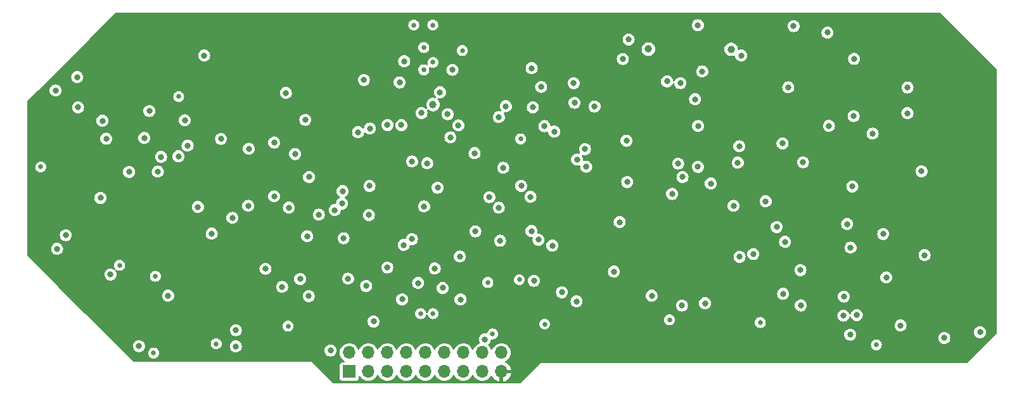
<source format=gbr>
%TF.GenerationSoftware,KiCad,Pcbnew,7.0.7*%
%TF.CreationDate,2024-06-21T15:12:59-06:00*%
%TF.ProjectId,VoiceBoardR3,566f6963-6542-46f6-9172-6452332e6b69,rev?*%
%TF.SameCoordinates,Original*%
%TF.FileFunction,Copper,L3,Inr*%
%TF.FilePolarity,Positive*%
%FSLAX46Y46*%
G04 Gerber Fmt 4.6, Leading zero omitted, Abs format (unit mm)*
G04 Created by KiCad (PCBNEW 7.0.7) date 2024-06-21 15:12:59*
%MOMM*%
%LPD*%
G01*
G04 APERTURE LIST*
%TA.AperFunction,ComponentPad*%
%ADD10R,1.700000X1.700000*%
%TD*%
%TA.AperFunction,ComponentPad*%
%ADD11O,1.700000X1.700000*%
%TD*%
%TA.AperFunction,ViaPad*%
%ADD12C,0.800000*%
%TD*%
%TA.AperFunction,ViaPad*%
%ADD13C,1.000000*%
%TD*%
%TA.AperFunction,ViaPad*%
%ADD14C,0.650000*%
%TD*%
G04 APERTURE END LIST*
D10*
%TO.N,SDA*%
%TO.C,U103*%
X43437500Y-47887500D03*
D11*
%TO.N,LEVEL_1_CV*%
X43437500Y-45347500D03*
%TO.N,SCL*%
X45977500Y-47887500D03*
%TO.N,LEVEL_2_CV*%
X45977500Y-45347500D03*
%TO.N,CLK_1*%
X48517500Y-47887500D03*
%TO.N,PWM_1_CV*%
X48517500Y-45347500D03*
%TO.N,CLK_2*%
X51057500Y-47887500D03*
%TO.N,PWM_2_CV*%
X51057500Y-45347500D03*
%TO.N,HP_MODE*%
X53597500Y-47887500D03*
%TO.N,FOLD_CV*%
X53597500Y-45347500D03*
%TO.N,FOLD_FIRST*%
X56137500Y-47887500D03*
%TO.N,CUTOFF_CV*%
X56137500Y-45347500D03*
%TO.N,VCA_OUT*%
X58677500Y-47887500D03*
%TO.N,VCA_CV*%
X58677500Y-45347500D03*
%TO.N,+3.3V*%
X61217500Y-47887500D03*
%TO.N,GND*%
X61217500Y-45347500D03*
%TO.N,+12V*%
X63757500Y-47887500D03*
%TO.N,-12V*%
X63757500Y-45347500D03*
%TD*%
D12*
%TO.N,Net-(Q201-E)*%
X42480000Y-25430000D03*
X42680000Y-30070000D03*
%TO.N,Net-(C201-Pad2)*%
X39380000Y-26920000D03*
X32250000Y-34140000D03*
%TO.N,CLK_1*%
X36890000Y-35520000D03*
X43290000Y-35470000D03*
X40940000Y-45060000D03*
%TO.N,SAW1_FULL*%
X21460000Y-14310000D03*
X21840000Y-17690000D03*
X27820000Y-27337500D03*
X48550000Y-14940000D03*
X41500000Y-26300000D03*
%TO.N,Net-(C205-Pad2)*%
X46210000Y-15410000D03*
%TO.N,GND*%
X58030000Y-14980000D03*
X61560000Y-43570000D03*
X25060000Y-29450000D03*
X109970000Y-28170000D03*
X80000000Y-6110000D03*
X118030000Y-9920000D03*
X99080000Y-25120000D03*
X37580000Y-14240000D03*
X37820000Y-29800000D03*
X34980000Y-10640000D03*
X24050000Y-5640000D03*
X102100000Y-9900000D03*
X67820000Y-7340000D03*
X4400000Y-31480000D03*
X113370000Y-16080000D03*
X73430000Y-9350000D03*
X86580000Y-24140000D03*
X70580000Y-31050000D03*
X42550000Y-23780000D03*
X83860000Y-37750000D03*
X50410000Y-14950000D03*
X10970000Y-16770000D03*
X91750000Y-22750000D03*
X85910000Y-9110000D03*
X11530000Y-34920000D03*
X97420000Y-32180000D03*
X109530000Y-37860000D03*
X127720000Y-42630000D03*
X62170000Y-24570000D03*
X115190000Y-35300000D03*
X53450500Y-25820000D03*
X90610000Y-7780000D03*
X103770000Y-39040000D03*
X58220000Y-32510000D03*
X73540000Y-11960000D03*
X7090000Y-8540000D03*
X53088307Y-13341693D03*
X102820000Y-1710000D03*
X34470000Y-36570000D03*
X70840000Y-15810000D03*
X114790000Y-29500000D03*
X80480000Y-17030000D03*
X101340000Y-17400000D03*
X50720000Y-30960000D03*
X109470000Y-40410000D03*
X53860000Y-20050000D03*
X66420000Y-23070000D03*
X71870000Y-37290000D03*
X18300000Y-19190000D03*
X50510000Y-38230000D03*
X35370000Y-25980000D03*
X95550000Y-17770000D03*
X52650000Y-36040000D03*
X55249500Y-23310000D03*
X50170000Y-9240000D03*
X46150000Y-23080000D03*
X90980000Y-38750000D03*
X73880000Y-19560000D03*
X87890000Y-39050000D03*
X58310000Y-38240000D03*
X90030000Y-1610000D03*
X33410000Y-17280000D03*
X17860000Y-21160000D03*
X111250000Y-40350000D03*
X57230000Y-7560000D03*
X60290000Y-29140000D03*
%TO.N,+12V*%
X34510000Y-33490000D03*
X67930000Y-8810000D03*
X121630000Y-38440000D03*
X91600000Y-29890000D03*
X67690000Y-27440000D03*
X105640000Y-38890000D03*
X127140000Y-19760000D03*
X21620000Y-10550000D03*
X125690000Y-12600000D03*
X9140000Y-30990000D03*
X48560000Y-25730000D03*
X81340000Y-15960000D03*
X111910000Y-21760000D03*
X105350000Y-11340000D03*
%TO.N,-12V*%
X101670000Y-30550000D03*
X10200000Y-24680000D03*
X90050000Y-15070000D03*
X110430000Y-31320000D03*
X33400000Y-24460000D03*
X74940000Y-18150000D03*
X95590000Y-32540000D03*
%TO.N,CLK_2*%
X28290000Y-42350000D03*
X28290000Y-44510000D03*
%TO.N,SAW2_FULL*%
X5570000Y-29650000D03*
X20620000Y-19120000D03*
X38030000Y-37800000D03*
X19240000Y-37750000D03*
X16740000Y-13060000D03*
X54870000Y-34110000D03*
D13*
%TO.N,+3.3V*%
X94470000Y-4820000D03*
X83410000Y-4790000D03*
X54640000Y-12200000D03*
D12*
%TO.N,Net-(U301B--)*%
X90030000Y-20520000D03*
X87390000Y-20090000D03*
%TO.N,FILTER_OUT*%
X67980000Y-12580000D03*
X95810000Y-5640000D03*
X87690000Y-9330000D03*
X67660000Y-24520000D03*
%TO.N,Net-(U301C-+)*%
X94790000Y-25730000D03*
X95360000Y-19970000D03*
%TO.N,HP_IN*%
X69510000Y-15080000D03*
%TO.N,Net-(Q401-E)*%
X117100000Y-41720000D03*
X122940000Y-43390000D03*
%TO.N,FOLDER_IN*%
X63440000Y-13880000D03*
X80770000Y-3500000D03*
X63420000Y-25990000D03*
%TO.N,VCA_IN*%
X68120000Y-35750000D03*
X103720000Y-34330000D03*
X63590000Y-30400000D03*
X73810000Y-38500000D03*
X64370000Y-12430000D03*
%TO.N,Net-(D202-A)*%
X26310000Y-16780000D03*
X38070000Y-21890000D03*
%TO.N,Net-(D203-A)*%
X14030000Y-21210000D03*
X7210000Y-12580000D03*
D14*
%TO.N,SDA*%
X52980000Y-40140000D03*
X54630000Y-6560000D03*
X54610000Y-1590000D03*
%TO.N,SCL*%
X54640000Y-40140000D03*
X52060000Y-1590000D03*
X53410000Y-4580000D03*
X58550000Y-4990000D03*
X53410000Y-7560000D03*
%TO.N,FOLD_FIRST*%
X66180000Y-35610000D03*
%TO.N,HP_MODE*%
X66340000Y-16790000D03*
%TO.N,LEVEL_2_CV*%
X17540000Y-35150000D03*
X25670000Y-44170000D03*
X12760000Y-33690000D03*
%TO.N,PWM_1_CV*%
X2220000Y-20530000D03*
X17300000Y-45410000D03*
X20660000Y-11140000D03*
%TO.N,PWM_2_CV*%
X35260000Y-41820000D03*
%TO.N,CUTOFF_CV*%
X61960000Y-35980000D03*
%TO.N,FOLD_CV*%
X62600000Y-42850000D03*
X69550000Y-41540000D03*
X113870000Y-44310000D03*
%TO.N,VCA_CV*%
X86230000Y-40970000D03*
X98360000Y-41330000D03*
D12*
%TO.N,Net-(Q302-C)*%
X76220000Y-12460000D03*
X79580000Y-27910000D03*
%TO.N,Net-(Q402-B)*%
X119910000Y-21120000D03*
X107530000Y-15050000D03*
%TO.N,Net-(Q404-B)*%
X118022500Y-13352500D03*
X110830000Y-13740000D03*
%TO.N,Net-(Q406-C)*%
X101420000Y-37490000D03*
X100550000Y-28570000D03*
%TO.N,TRI1_FULL*%
X36200000Y-18810000D03*
X44620000Y-15890000D03*
X30020000Y-18120000D03*
%TO.N,TRI2_FULL*%
X55920000Y-36710000D03*
X15340000Y-44480000D03*
X16060000Y-16660000D03*
X46690000Y-41180000D03*
X10460000Y-14360000D03*
%TO.N,PULSE2_FULL*%
X4200000Y-10320000D03*
X45710000Y-36440000D03*
X48520000Y-33970000D03*
%TO.N,PULSE1_FULL*%
X50790000Y-6410000D03*
X55578630Y-10560383D03*
X45390000Y-8920000D03*
%TO.N,Net-(U203A-P0W)*%
X56590000Y-13480000D03*
%TO.N,Net-(U205A-P0W)*%
X46070000Y-26970000D03*
X51830000Y-30180000D03*
%TO.N,Net-(R241-Pad2)*%
X56970000Y-16590000D03*
X51837500Y-19810000D03*
X64020000Y-20650000D03*
X60190000Y-18700000D03*
%TO.N,Net-(U301C--)*%
X87970000Y-21890000D03*
X78810000Y-34530000D03*
%TO.N,LP_IN*%
X80580000Y-22560000D03*
%TO.N,Net-(R408-Pad1)*%
X120310000Y-32320000D03*
X104070000Y-19920000D03*
%TO.N,FOLDER_OUT*%
X67780000Y-29097500D03*
%TO.N,Net-(U404B--)*%
X110370000Y-42950000D03*
X110660000Y-23160000D03*
%TO.N,Net-(U301D-+)*%
X89650000Y-11490000D03*
%TO.N,FILTER_IN*%
X69080000Y-9840000D03*
X68730000Y-30270000D03*
%TO.N,Net-(U201A--)*%
X29940000Y-25740000D03*
X23220000Y-25880000D03*
%TO.N,Net-(R420-Pad2)*%
X107340000Y-2590000D03*
X75100000Y-20500000D03*
X110900000Y-6100000D03*
%TD*%
%TA.AperFunction,Conductor*%
%TO.N,+12V*%
G36*
X122377969Y67315D02*
G01*
X122398611Y50681D01*
X129925681Y-7476389D01*
X129959166Y-7537712D01*
X129962000Y-7564070D01*
X129962000Y-42761637D01*
X129942315Y-42828676D01*
X129925681Y-42849318D01*
X126073819Y-46701181D01*
X126012496Y-46734666D01*
X125986138Y-46737500D01*
X68962499Y-46737500D01*
X66248819Y-49451181D01*
X66187496Y-49484666D01*
X66161138Y-49487500D01*
X41363862Y-49487500D01*
X41296823Y-49467815D01*
X41276181Y-49451181D01*
X38362500Y-46537500D01*
X14613862Y-46537500D01*
X14546823Y-46517815D01*
X14526181Y-46501181D01*
X13435003Y-45410003D01*
X16569909Y-45410003D01*
X16588212Y-45572455D01*
X16642210Y-45726774D01*
X16716728Y-45845368D01*
X16729192Y-45865204D01*
X16844796Y-45980808D01*
X16983225Y-46067789D01*
X17137539Y-46121786D01*
X17137542Y-46121786D01*
X17137544Y-46121787D01*
X17299996Y-46140091D01*
X17300000Y-46140091D01*
X17300004Y-46140091D01*
X17462455Y-46121787D01*
X17462456Y-46121786D01*
X17462461Y-46121786D01*
X17616775Y-46067789D01*
X17755204Y-45980808D01*
X17870808Y-45865204D01*
X17957789Y-45726775D01*
X18011786Y-45572461D01*
X18030091Y-45410000D01*
X18030037Y-45409523D01*
X18011787Y-45247544D01*
X18011786Y-45247542D01*
X18011786Y-45247539D01*
X17957789Y-45093225D01*
X17870808Y-44954796D01*
X17755204Y-44839192D01*
X17737056Y-44827789D01*
X17616774Y-44752210D01*
X17462455Y-44698212D01*
X17300004Y-44679909D01*
X17299996Y-44679909D01*
X17137544Y-44698212D01*
X16983225Y-44752210D01*
X16844795Y-44839192D01*
X16729192Y-44954795D01*
X16642210Y-45093225D01*
X16588212Y-45247544D01*
X16569909Y-45409996D01*
X16569909Y-45410003D01*
X13435003Y-45410003D01*
X12505003Y-44480003D01*
X14534435Y-44480003D01*
X14554630Y-44659249D01*
X14554631Y-44659254D01*
X14614211Y-44829523D01*
X14673275Y-44923522D01*
X14710184Y-44982262D01*
X14837738Y-45109816D01*
X14990478Y-45205789D01*
X15109793Y-45247539D01*
X15160745Y-45265368D01*
X15160750Y-45265369D01*
X15339996Y-45285565D01*
X15340000Y-45285565D01*
X15340004Y-45285565D01*
X15519249Y-45265369D01*
X15519252Y-45265368D01*
X15519255Y-45265368D01*
X15689522Y-45205789D01*
X15842262Y-45109816D01*
X15969816Y-44982262D01*
X16065789Y-44829522D01*
X16125368Y-44659255D01*
X16136806Y-44557738D01*
X16145565Y-44480003D01*
X16145565Y-44479996D01*
X16125369Y-44300750D01*
X16125368Y-44300745D01*
X16081497Y-44175369D01*
X16079619Y-44170003D01*
X24939909Y-44170003D01*
X24958212Y-44332455D01*
X25012210Y-44486774D01*
X25056800Y-44557738D01*
X25099192Y-44625204D01*
X25214796Y-44740808D01*
X25353225Y-44827789D01*
X25507539Y-44881786D01*
X25507542Y-44881786D01*
X25507544Y-44881787D01*
X25669996Y-44900091D01*
X25670000Y-44900091D01*
X25670004Y-44900091D01*
X25832455Y-44881787D01*
X25832456Y-44881786D01*
X25832461Y-44881786D01*
X25986775Y-44827789D01*
X26125204Y-44740808D01*
X26240808Y-44625204D01*
X26313194Y-44510003D01*
X27484435Y-44510003D01*
X27504630Y-44689249D01*
X27504631Y-44689254D01*
X27564211Y-44859523D01*
X27632240Y-44967789D01*
X27660184Y-45012262D01*
X27787738Y-45139816D01*
X27940478Y-45235789D01*
X28025010Y-45265368D01*
X28110745Y-45295368D01*
X28110750Y-45295369D01*
X28289996Y-45315565D01*
X28290000Y-45315565D01*
X28290004Y-45315565D01*
X28469249Y-45295369D01*
X28469252Y-45295368D01*
X28469255Y-45295368D01*
X28639522Y-45235789D01*
X28792262Y-45139816D01*
X28872075Y-45060003D01*
X40134435Y-45060003D01*
X40154630Y-45239249D01*
X40154631Y-45239254D01*
X40214211Y-45409523D01*
X40214511Y-45410000D01*
X40310184Y-45562262D01*
X40437738Y-45689816D01*
X40496556Y-45726774D01*
X40567700Y-45771477D01*
X40590478Y-45785789D01*
X40699439Y-45823916D01*
X40760745Y-45845368D01*
X40760750Y-45845369D01*
X40939996Y-45865565D01*
X40940000Y-45865565D01*
X40940004Y-45865565D01*
X41119249Y-45845369D01*
X41119252Y-45845368D01*
X41119255Y-45845368D01*
X41289522Y-45785789D01*
X41442262Y-45689816D01*
X41569816Y-45562262D01*
X41665789Y-45409522D01*
X41687491Y-45347502D01*
X42182223Y-45347502D01*
X42201293Y-45565475D01*
X42201293Y-45565479D01*
X42257922Y-45776822D01*
X42257924Y-45776826D01*
X42257925Y-45776830D01*
X42299303Y-45865565D01*
X42350397Y-45975138D01*
X42350398Y-45975139D01*
X42475902Y-46154377D01*
X42630623Y-46309098D01*
X42776763Y-46411426D01*
X42820387Y-46466002D01*
X42827581Y-46535500D01*
X42796058Y-46597855D01*
X42735828Y-46633269D01*
X42705640Y-46637000D01*
X42555982Y-46637000D01*
X42475019Y-46649823D01*
X42462196Y-46651854D01*
X42349158Y-46709450D01*
X42349156Y-46709451D01*
X42349157Y-46709451D01*
X42349152Y-46709454D01*
X42259454Y-46799152D01*
X42259451Y-46799157D01*
X42259450Y-46799158D01*
X42240251Y-46836837D01*
X42201852Y-46912198D01*
X42187000Y-47005975D01*
X42187000Y-48769017D01*
X42197792Y-48837157D01*
X42201854Y-48862804D01*
X42259450Y-48975842D01*
X42259452Y-48975844D01*
X42259454Y-48975847D01*
X42349152Y-49065545D01*
X42349154Y-49065546D01*
X42349158Y-49065550D01*
X42462194Y-49123145D01*
X42462198Y-49123147D01*
X42555975Y-49137999D01*
X42555981Y-49138000D01*
X44319018Y-49137999D01*
X44412804Y-49123146D01*
X44525842Y-49065550D01*
X44615550Y-48975842D01*
X44673146Y-48862804D01*
X44673146Y-48862802D01*
X44673147Y-48862801D01*
X44687999Y-48769024D01*
X44688000Y-48769019D01*
X44687999Y-48619359D01*
X44707683Y-48552323D01*
X44760487Y-48506568D01*
X44829645Y-48496624D01*
X44893201Y-48525649D01*
X44913573Y-48548238D01*
X45015902Y-48694376D01*
X45015902Y-48694377D01*
X45170623Y-48849098D01*
X45349861Y-48974602D01*
X45548170Y-49067075D01*
X45759523Y-49123707D01*
X45942426Y-49139708D01*
X45977498Y-49142777D01*
X45977500Y-49142777D01*
X45977502Y-49142777D01*
X46005754Y-49140305D01*
X46195477Y-49123707D01*
X46406830Y-49067075D01*
X46605139Y-48974602D01*
X46784377Y-48849098D01*
X46939098Y-48694377D01*
X47064602Y-48515139D01*
X47135118Y-48363914D01*
X47181290Y-48311477D01*
X47248484Y-48292325D01*
X47315365Y-48312541D01*
X47359881Y-48363914D01*
X47430398Y-48515139D01*
X47555902Y-48694377D01*
X47710623Y-48849098D01*
X47889861Y-48974602D01*
X48088170Y-49067075D01*
X48299523Y-49123707D01*
X48482426Y-49139708D01*
X48517498Y-49142777D01*
X48517500Y-49142777D01*
X48517502Y-49142777D01*
X48545754Y-49140305D01*
X48735477Y-49123707D01*
X48946830Y-49067075D01*
X49145139Y-48974602D01*
X49324377Y-48849098D01*
X49479098Y-48694377D01*
X49604602Y-48515139D01*
X49675118Y-48363914D01*
X49721290Y-48311477D01*
X49788484Y-48292325D01*
X49855365Y-48312541D01*
X49899881Y-48363914D01*
X49970398Y-48515139D01*
X50095902Y-48694377D01*
X50250623Y-48849098D01*
X50429861Y-48974602D01*
X50628170Y-49067075D01*
X50839523Y-49123707D01*
X51022426Y-49139708D01*
X51057498Y-49142777D01*
X51057500Y-49142777D01*
X51057502Y-49142777D01*
X51085754Y-49140305D01*
X51275477Y-49123707D01*
X51486830Y-49067075D01*
X51685139Y-48974602D01*
X51864377Y-48849098D01*
X52019098Y-48694377D01*
X52144602Y-48515139D01*
X52215118Y-48363914D01*
X52261290Y-48311477D01*
X52328484Y-48292325D01*
X52395365Y-48312541D01*
X52439881Y-48363914D01*
X52510398Y-48515139D01*
X52635902Y-48694377D01*
X52790623Y-48849098D01*
X52969861Y-48974602D01*
X53168170Y-49067075D01*
X53379523Y-49123707D01*
X53562426Y-49139708D01*
X53597498Y-49142777D01*
X53597500Y-49142777D01*
X53597502Y-49142777D01*
X53625754Y-49140305D01*
X53815477Y-49123707D01*
X54026830Y-49067075D01*
X54225139Y-48974602D01*
X54404377Y-48849098D01*
X54559098Y-48694377D01*
X54684602Y-48515139D01*
X54755118Y-48363914D01*
X54801290Y-48311477D01*
X54868484Y-48292325D01*
X54935365Y-48312541D01*
X54979881Y-48363914D01*
X55050398Y-48515139D01*
X55175902Y-48694377D01*
X55330623Y-48849098D01*
X55509861Y-48974602D01*
X55708170Y-49067075D01*
X55919523Y-49123707D01*
X56102426Y-49139708D01*
X56137498Y-49142777D01*
X56137500Y-49142777D01*
X56137502Y-49142777D01*
X56165754Y-49140305D01*
X56355477Y-49123707D01*
X56566830Y-49067075D01*
X56765139Y-48974602D01*
X56944377Y-48849098D01*
X57099098Y-48694377D01*
X57224602Y-48515139D01*
X57295118Y-48363914D01*
X57341290Y-48311477D01*
X57408484Y-48292325D01*
X57475365Y-48312541D01*
X57519881Y-48363914D01*
X57590398Y-48515139D01*
X57715902Y-48694377D01*
X57870623Y-48849098D01*
X58049861Y-48974602D01*
X58248170Y-49067075D01*
X58459523Y-49123707D01*
X58642426Y-49139708D01*
X58677498Y-49142777D01*
X58677500Y-49142777D01*
X58677502Y-49142777D01*
X58705754Y-49140305D01*
X58895477Y-49123707D01*
X59106830Y-49067075D01*
X59305139Y-48974602D01*
X59484377Y-48849098D01*
X59639098Y-48694377D01*
X59764602Y-48515139D01*
X59835118Y-48363914D01*
X59881290Y-48311477D01*
X59948484Y-48292325D01*
X60015365Y-48312541D01*
X60059881Y-48363914D01*
X60130398Y-48515139D01*
X60255902Y-48694377D01*
X60410623Y-48849098D01*
X60589861Y-48974602D01*
X60788170Y-49067075D01*
X60999523Y-49123707D01*
X61182426Y-49139708D01*
X61217498Y-49142777D01*
X61217500Y-49142777D01*
X61217502Y-49142777D01*
X61245754Y-49140305D01*
X61435477Y-49123707D01*
X61646830Y-49067075D01*
X61845139Y-48974602D01*
X62024377Y-48849098D01*
X62179098Y-48694377D01*
X62304602Y-48515139D01*
X62320226Y-48481632D01*
X62366396Y-48429195D01*
X62433590Y-48410043D01*
X62500471Y-48430258D01*
X62544989Y-48481634D01*
X62583899Y-48565078D01*
X62719394Y-48758582D01*
X62886417Y-48925605D01*
X63079921Y-49061100D01*
X63294007Y-49160929D01*
X63294016Y-49160933D01*
X63507500Y-49218134D01*
X63507500Y-48499801D01*
X63527185Y-48432762D01*
X63579989Y-48387007D01*
X63649147Y-48377063D01*
X63721737Y-48387500D01*
X63721738Y-48387500D01*
X63793262Y-48387500D01*
X63793263Y-48387500D01*
X63865853Y-48377063D01*
X63935012Y-48387007D01*
X63987815Y-48432762D01*
X64007500Y-48499801D01*
X64007500Y-49218133D01*
X64220983Y-49160933D01*
X64220992Y-49160929D01*
X64435078Y-49061100D01*
X64628582Y-48925605D01*
X64795605Y-48758582D01*
X64931100Y-48565078D01*
X65030929Y-48350992D01*
X65030932Y-48350986D01*
X65088136Y-48137500D01*
X64370847Y-48137500D01*
X64303808Y-48117815D01*
X64258053Y-48065011D01*
X64248109Y-47995853D01*
X64251869Y-47978567D01*
X64257500Y-47959388D01*
X64257500Y-47815611D01*
X64251869Y-47796433D01*
X64251870Y-47726564D01*
X64289645Y-47667786D01*
X64353201Y-47638762D01*
X64370847Y-47637500D01*
X65088136Y-47637500D01*
X65088135Y-47637499D01*
X65030932Y-47424013D01*
X65030929Y-47424007D01*
X64931100Y-47209922D01*
X64931099Y-47209920D01*
X64795613Y-47016426D01*
X64795608Y-47016420D01*
X64628582Y-46849394D01*
X64435078Y-46713899D01*
X64351634Y-46674989D01*
X64299195Y-46628817D01*
X64280043Y-46561623D01*
X64300259Y-46494742D01*
X64351632Y-46450226D01*
X64385139Y-46434602D01*
X64564377Y-46309098D01*
X64719098Y-46154377D01*
X64844602Y-45975139D01*
X64937075Y-45776830D01*
X64993707Y-45565477D01*
X65012777Y-45347500D01*
X64993707Y-45129523D01*
X64937075Y-44918170D01*
X64844602Y-44719862D01*
X64844599Y-44719858D01*
X64844599Y-44719857D01*
X64719099Y-44540624D01*
X64650930Y-44472455D01*
X64564377Y-44385902D01*
X64455982Y-44310003D01*
X113139909Y-44310003D01*
X113158212Y-44472455D01*
X113212210Y-44626774D01*
X113245597Y-44679909D01*
X113299192Y-44765204D01*
X113414796Y-44880808D01*
X113553225Y-44967789D01*
X113707539Y-45021786D01*
X113707542Y-45021786D01*
X113707544Y-45021787D01*
X113869996Y-45040091D01*
X113870000Y-45040091D01*
X113870004Y-45040091D01*
X114032455Y-45021787D01*
X114032456Y-45021786D01*
X114032461Y-45021786D01*
X114186775Y-44967789D01*
X114325204Y-44880808D01*
X114440808Y-44765204D01*
X114527789Y-44626775D01*
X114581786Y-44472461D01*
X114581787Y-44472455D01*
X114600091Y-44310003D01*
X114600091Y-44309996D01*
X114581787Y-44147544D01*
X114581786Y-44147542D01*
X114581786Y-44147539D01*
X114527789Y-43993225D01*
X114440808Y-43854796D01*
X114325204Y-43739192D01*
X114269889Y-43704435D01*
X114186774Y-43652210D01*
X114032455Y-43598212D01*
X113870004Y-43579909D01*
X113869996Y-43579909D01*
X113707544Y-43598212D01*
X113553225Y-43652210D01*
X113414795Y-43739192D01*
X113299192Y-43854795D01*
X113212210Y-43993225D01*
X113158212Y-44147544D01*
X113139909Y-44309996D01*
X113139909Y-44310003D01*
X64455982Y-44310003D01*
X64405466Y-44274631D01*
X64385138Y-44260397D01*
X64285984Y-44214161D01*
X64186830Y-44167925D01*
X64186826Y-44167924D01*
X64186822Y-44167922D01*
X63975477Y-44111293D01*
X63757502Y-44092223D01*
X63757498Y-44092223D01*
X63612181Y-44104936D01*
X63539523Y-44111293D01*
X63539520Y-44111293D01*
X63328177Y-44167922D01*
X63328168Y-44167926D01*
X63129861Y-44260398D01*
X63129857Y-44260400D01*
X62950621Y-44385902D01*
X62795902Y-44540621D01*
X62670400Y-44719857D01*
X62670398Y-44719861D01*
X62599882Y-44871083D01*
X62553709Y-44923522D01*
X62486516Y-44942674D01*
X62419635Y-44922458D01*
X62375118Y-44871083D01*
X62325745Y-44765204D01*
X62304602Y-44719862D01*
X62304599Y-44719858D01*
X62304599Y-44719857D01*
X62179099Y-44540624D01*
X62110930Y-44472455D01*
X62034663Y-44396188D01*
X62001180Y-44334868D01*
X62006164Y-44265176D01*
X62048035Y-44209242D01*
X62056368Y-44203518D01*
X62062262Y-44199816D01*
X62189816Y-44072262D01*
X62285789Y-43919522D01*
X62345368Y-43749255D01*
X62346933Y-43735368D01*
X62353498Y-43677102D01*
X62380564Y-43612688D01*
X62438159Y-43573133D01*
X62490602Y-43567765D01*
X62599997Y-43580091D01*
X62600000Y-43580091D01*
X62600004Y-43580091D01*
X62762455Y-43561787D01*
X62762456Y-43561786D01*
X62762461Y-43561786D01*
X62916775Y-43507789D01*
X63055204Y-43420808D01*
X63170808Y-43305204D01*
X63257789Y-43166775D01*
X63311786Y-43012461D01*
X63311787Y-43012455D01*
X63318824Y-42950003D01*
X109564435Y-42950003D01*
X109584630Y-43129249D01*
X109584631Y-43129254D01*
X109644211Y-43299523D01*
X109720419Y-43420807D01*
X109740184Y-43452262D01*
X109867738Y-43579816D01*
X110020478Y-43675789D01*
X110160063Y-43724632D01*
X110190745Y-43735368D01*
X110190750Y-43735369D01*
X110369996Y-43755565D01*
X110370000Y-43755565D01*
X110370004Y-43755565D01*
X110549249Y-43735369D01*
X110549252Y-43735368D01*
X110549255Y-43735368D01*
X110719522Y-43675789D01*
X110872262Y-43579816D01*
X110999816Y-43452262D01*
X111038936Y-43390003D01*
X122134435Y-43390003D01*
X122154630Y-43569249D01*
X122154631Y-43569254D01*
X122214211Y-43739523D01*
X122302595Y-43880184D01*
X122310184Y-43892262D01*
X122437738Y-44019816D01*
X122480279Y-44046546D01*
X122586645Y-44113381D01*
X122590478Y-44115789D01*
X122681229Y-44147544D01*
X122760745Y-44175368D01*
X122760750Y-44175369D01*
X122939996Y-44195565D01*
X122940000Y-44195565D01*
X122940004Y-44195565D01*
X123119249Y-44175369D01*
X123119252Y-44175368D01*
X123119255Y-44175368D01*
X123289522Y-44115789D01*
X123442262Y-44019816D01*
X123569816Y-43892262D01*
X123665789Y-43739522D01*
X123725368Y-43569255D01*
X123725536Y-43567765D01*
X123745565Y-43390003D01*
X123745565Y-43389996D01*
X123725369Y-43210750D01*
X123725368Y-43210745D01*
X123698992Y-43135368D01*
X123665789Y-43040478D01*
X123664158Y-43037883D01*
X123569815Y-42887737D01*
X123442262Y-42760184D01*
X123289523Y-42664211D01*
X123191763Y-42630003D01*
X126914435Y-42630003D01*
X126934630Y-42809249D01*
X126934631Y-42809254D01*
X126994211Y-42979523D01*
X127088291Y-43129249D01*
X127090184Y-43132262D01*
X127217738Y-43259816D01*
X127370478Y-43355789D01*
X127468256Y-43390003D01*
X127540745Y-43415368D01*
X127540750Y-43415369D01*
X127719996Y-43435565D01*
X127720000Y-43435565D01*
X127720004Y-43435565D01*
X127899249Y-43415369D01*
X127899252Y-43415368D01*
X127899255Y-43415368D01*
X128069522Y-43355789D01*
X128222262Y-43259816D01*
X128349816Y-43132262D01*
X128445789Y-42979522D01*
X128505368Y-42809255D01*
X128508091Y-42785086D01*
X128525565Y-42630003D01*
X128525565Y-42629996D01*
X128505369Y-42450750D01*
X128505368Y-42450745D01*
X128503633Y-42445788D01*
X128445789Y-42280478D01*
X128439262Y-42270091D01*
X128360307Y-42144435D01*
X128349816Y-42127738D01*
X128222262Y-42000184D01*
X128214336Y-41995204D01*
X128069523Y-41904211D01*
X127899254Y-41844631D01*
X127899249Y-41844630D01*
X127720004Y-41824435D01*
X127719996Y-41824435D01*
X127540750Y-41844630D01*
X127540745Y-41844631D01*
X127370476Y-41904211D01*
X127217737Y-42000184D01*
X127090184Y-42127737D01*
X126994211Y-42280476D01*
X126934631Y-42450745D01*
X126934630Y-42450750D01*
X126914435Y-42629996D01*
X126914435Y-42630003D01*
X123191763Y-42630003D01*
X123119254Y-42604631D01*
X123119249Y-42604630D01*
X122940004Y-42584435D01*
X122939996Y-42584435D01*
X122760750Y-42604630D01*
X122760745Y-42604631D01*
X122590476Y-42664211D01*
X122437737Y-42760184D01*
X122310184Y-42887737D01*
X122214211Y-43040476D01*
X122154631Y-43210745D01*
X122154630Y-43210750D01*
X122134435Y-43389996D01*
X122134435Y-43390003D01*
X111038936Y-43390003D01*
X111095789Y-43299522D01*
X111155368Y-43129255D01*
X111161392Y-43075789D01*
X111175565Y-42950003D01*
X111175565Y-42949996D01*
X111155369Y-42770750D01*
X111155368Y-42770745D01*
X111130446Y-42699522D01*
X111095789Y-42600478D01*
X110999816Y-42447738D01*
X110872262Y-42320184D01*
X110872261Y-42320183D01*
X110719523Y-42224211D01*
X110549254Y-42164631D01*
X110549249Y-42164630D01*
X110370004Y-42144435D01*
X110369996Y-42144435D01*
X110190750Y-42164630D01*
X110190745Y-42164631D01*
X110020476Y-42224211D01*
X109867737Y-42320184D01*
X109740184Y-42447737D01*
X109644211Y-42600476D01*
X109584631Y-42770745D01*
X109584630Y-42770750D01*
X109564435Y-42949996D01*
X109564435Y-42950003D01*
X63318824Y-42950003D01*
X63330091Y-42850003D01*
X63330091Y-42849996D01*
X63311787Y-42687544D01*
X63311786Y-42687542D01*
X63311786Y-42687539D01*
X63257789Y-42533225D01*
X63170808Y-42394796D01*
X63055204Y-42279192D01*
X63040720Y-42270091D01*
X62916774Y-42192210D01*
X62782939Y-42145379D01*
X62762461Y-42138214D01*
X62762460Y-42138213D01*
X62762455Y-42138212D01*
X62600004Y-42119909D01*
X62599996Y-42119909D01*
X62437544Y-42138212D01*
X62283225Y-42192210D01*
X62144795Y-42279192D01*
X62029192Y-42394795D01*
X61942210Y-42533225D01*
X61888212Y-42687544D01*
X61887365Y-42691257D01*
X61886159Y-42693410D01*
X61885915Y-42694111D01*
X61885792Y-42694068D01*
X61853251Y-42752233D01*
X61791587Y-42785086D01*
X61746263Y-42784624D01*
X61746175Y-42785411D01*
X61560004Y-42764435D01*
X61559996Y-42764435D01*
X61380750Y-42784630D01*
X61380745Y-42784631D01*
X61210476Y-42844211D01*
X61057737Y-42940184D01*
X60930184Y-43067737D01*
X60834211Y-43220476D01*
X60774631Y-43390745D01*
X60774630Y-43390750D01*
X60754435Y-43569996D01*
X60754435Y-43570003D01*
X60774630Y-43749249D01*
X60774631Y-43749254D01*
X60834211Y-43919523D01*
X60871777Y-43979309D01*
X60890777Y-44046546D01*
X60870409Y-44113381D01*
X60817141Y-44158595D01*
X60798881Y-44165054D01*
X60788176Y-44167922D01*
X60788170Y-44167924D01*
X60589861Y-44260398D01*
X60589857Y-44260400D01*
X60410621Y-44385902D01*
X60255902Y-44540621D01*
X60130400Y-44719857D01*
X60130398Y-44719861D01*
X60059882Y-44871083D01*
X60013709Y-44923522D01*
X59946516Y-44942674D01*
X59879635Y-44922458D01*
X59835118Y-44871083D01*
X59785745Y-44765204D01*
X59764602Y-44719862D01*
X59764599Y-44719858D01*
X59764599Y-44719857D01*
X59639099Y-44540624D01*
X59570930Y-44472455D01*
X59484377Y-44385902D01*
X59325466Y-44274631D01*
X59305138Y-44260397D01*
X59205984Y-44214161D01*
X59106830Y-44167925D01*
X59106826Y-44167924D01*
X59106822Y-44167922D01*
X58895477Y-44111293D01*
X58677502Y-44092223D01*
X58677498Y-44092223D01*
X58532182Y-44104936D01*
X58459523Y-44111293D01*
X58459520Y-44111293D01*
X58248177Y-44167922D01*
X58248168Y-44167926D01*
X58049861Y-44260398D01*
X58049857Y-44260400D01*
X57870621Y-44385902D01*
X57715902Y-44540621D01*
X57590400Y-44719857D01*
X57590398Y-44719861D01*
X57519882Y-44871083D01*
X57473709Y-44923522D01*
X57406516Y-44942674D01*
X57339635Y-44922458D01*
X57295118Y-44871083D01*
X57245745Y-44765204D01*
X57224602Y-44719862D01*
X57224599Y-44719858D01*
X57224599Y-44719857D01*
X57099099Y-44540624D01*
X57030930Y-44472455D01*
X56944377Y-44385902D01*
X56785466Y-44274631D01*
X56765138Y-44260397D01*
X56665984Y-44214161D01*
X56566830Y-44167925D01*
X56566826Y-44167924D01*
X56566822Y-44167922D01*
X56355477Y-44111293D01*
X56137502Y-44092223D01*
X56137498Y-44092223D01*
X55992182Y-44104936D01*
X55919523Y-44111293D01*
X55919520Y-44111293D01*
X55708177Y-44167922D01*
X55708168Y-44167926D01*
X55509861Y-44260398D01*
X55509857Y-44260400D01*
X55330621Y-44385902D01*
X55175902Y-44540621D01*
X55050400Y-44719857D01*
X55050398Y-44719861D01*
X54979882Y-44871083D01*
X54933709Y-44923522D01*
X54866516Y-44942674D01*
X54799635Y-44922458D01*
X54755118Y-44871083D01*
X54705745Y-44765204D01*
X54684602Y-44719862D01*
X54684599Y-44719858D01*
X54684599Y-44719857D01*
X54559099Y-44540624D01*
X54490930Y-44472455D01*
X54404377Y-44385902D01*
X54245466Y-44274631D01*
X54225138Y-44260397D01*
X54125984Y-44214161D01*
X54026830Y-44167925D01*
X54026826Y-44167924D01*
X54026822Y-44167922D01*
X53815477Y-44111293D01*
X53597502Y-44092223D01*
X53597498Y-44092223D01*
X53452181Y-44104936D01*
X53379523Y-44111293D01*
X53379520Y-44111293D01*
X53168177Y-44167922D01*
X53168168Y-44167926D01*
X52969861Y-44260398D01*
X52969857Y-44260400D01*
X52790621Y-44385902D01*
X52635902Y-44540621D01*
X52510400Y-44719857D01*
X52510398Y-44719861D01*
X52439882Y-44871083D01*
X52393709Y-44923522D01*
X52326516Y-44942674D01*
X52259635Y-44922458D01*
X52215118Y-44871083D01*
X52165745Y-44765204D01*
X52144602Y-44719862D01*
X52144599Y-44719858D01*
X52144599Y-44719857D01*
X52019099Y-44540624D01*
X51950930Y-44472455D01*
X51864377Y-44385902D01*
X51705466Y-44274631D01*
X51685138Y-44260397D01*
X51585984Y-44214161D01*
X51486830Y-44167925D01*
X51486826Y-44167924D01*
X51486822Y-44167922D01*
X51275477Y-44111293D01*
X51057502Y-44092223D01*
X51057498Y-44092223D01*
X50912181Y-44104936D01*
X50839523Y-44111293D01*
X50839520Y-44111293D01*
X50628177Y-44167922D01*
X50628168Y-44167926D01*
X50429861Y-44260398D01*
X50429857Y-44260400D01*
X50250621Y-44385902D01*
X50095902Y-44540621D01*
X49970400Y-44719857D01*
X49970398Y-44719861D01*
X49899882Y-44871083D01*
X49853709Y-44923522D01*
X49786516Y-44942674D01*
X49719635Y-44922458D01*
X49675118Y-44871083D01*
X49625745Y-44765204D01*
X49604602Y-44719862D01*
X49604599Y-44719858D01*
X49604599Y-44719857D01*
X49479099Y-44540624D01*
X49410930Y-44472455D01*
X49324377Y-44385902D01*
X49165466Y-44274631D01*
X49145138Y-44260397D01*
X49045984Y-44214161D01*
X48946830Y-44167925D01*
X48946826Y-44167924D01*
X48946822Y-44167922D01*
X48735477Y-44111293D01*
X48517502Y-44092223D01*
X48517498Y-44092223D01*
X48372182Y-44104936D01*
X48299523Y-44111293D01*
X48299520Y-44111293D01*
X48088177Y-44167922D01*
X48088168Y-44167926D01*
X47889861Y-44260398D01*
X47889857Y-44260400D01*
X47710621Y-44385902D01*
X47555902Y-44540621D01*
X47430400Y-44719857D01*
X47430400Y-44719858D01*
X47359881Y-44871084D01*
X47313708Y-44923523D01*
X47246514Y-44942674D01*
X47179633Y-44922458D01*
X47135118Y-44871084D01*
X47064602Y-44719862D01*
X47064599Y-44719858D01*
X47064599Y-44719857D01*
X46939099Y-44540624D01*
X46870930Y-44472455D01*
X46784377Y-44385902D01*
X46625466Y-44274631D01*
X46605138Y-44260397D01*
X46505984Y-44214161D01*
X46406830Y-44167925D01*
X46406826Y-44167924D01*
X46406822Y-44167922D01*
X46195477Y-44111293D01*
X45977502Y-44092223D01*
X45977498Y-44092223D01*
X45832181Y-44104936D01*
X45759523Y-44111293D01*
X45759520Y-44111293D01*
X45548177Y-44167922D01*
X45548168Y-44167926D01*
X45349861Y-44260398D01*
X45349857Y-44260400D01*
X45170621Y-44385902D01*
X45015902Y-44540621D01*
X44890400Y-44719857D01*
X44890398Y-44719861D01*
X44819882Y-44871083D01*
X44773709Y-44923522D01*
X44706516Y-44942674D01*
X44639635Y-44922458D01*
X44595118Y-44871083D01*
X44545745Y-44765204D01*
X44524602Y-44719862D01*
X44524599Y-44719858D01*
X44524599Y-44719857D01*
X44399099Y-44540624D01*
X44330930Y-44472455D01*
X44244377Y-44385902D01*
X44085466Y-44274631D01*
X44065138Y-44260397D01*
X43965984Y-44214161D01*
X43866830Y-44167925D01*
X43866826Y-44167924D01*
X43866822Y-44167922D01*
X43655477Y-44111293D01*
X43437502Y-44092223D01*
X43437498Y-44092223D01*
X43292182Y-44104936D01*
X43219523Y-44111293D01*
X43219520Y-44111293D01*
X43008177Y-44167922D01*
X43008168Y-44167926D01*
X42809861Y-44260398D01*
X42809857Y-44260400D01*
X42630621Y-44385902D01*
X42475902Y-44540621D01*
X42350400Y-44719857D01*
X42350398Y-44719861D01*
X42257926Y-44918168D01*
X42257922Y-44918177D01*
X42201293Y-45129520D01*
X42201293Y-45129524D01*
X42182223Y-45347497D01*
X42182223Y-45347502D01*
X41687491Y-45347502D01*
X41725368Y-45239255D01*
X41739952Y-45109816D01*
X41745565Y-45060003D01*
X41745565Y-45059996D01*
X41725369Y-44880750D01*
X41725368Y-44880745D01*
X41680392Y-44752211D01*
X41665789Y-44710478D01*
X41569816Y-44557738D01*
X41442262Y-44430184D01*
X41388163Y-44396191D01*
X41289523Y-44334211D01*
X41119254Y-44274631D01*
X41119249Y-44274630D01*
X40940004Y-44254435D01*
X40939996Y-44254435D01*
X40760750Y-44274630D01*
X40760745Y-44274631D01*
X40590476Y-44334211D01*
X40437737Y-44430184D01*
X40310184Y-44557737D01*
X40214211Y-44710476D01*
X40154631Y-44880745D01*
X40154630Y-44880750D01*
X40134435Y-45059996D01*
X40134435Y-45060003D01*
X28872075Y-45060003D01*
X28919816Y-45012262D01*
X29015789Y-44859522D01*
X29075368Y-44689255D01*
X29078748Y-44659255D01*
X29095565Y-44510003D01*
X29095565Y-44509996D01*
X29075369Y-44330750D01*
X29075368Y-44330745D01*
X29064872Y-44300750D01*
X29015789Y-44160478D01*
X28996937Y-44130476D01*
X28960359Y-44072262D01*
X28919816Y-44007738D01*
X28792262Y-43880184D01*
X28792261Y-43880183D01*
X28639523Y-43784211D01*
X28469254Y-43724631D01*
X28469249Y-43724630D01*
X28290004Y-43704435D01*
X28289996Y-43704435D01*
X28110750Y-43724630D01*
X28110745Y-43724631D01*
X27940476Y-43784211D01*
X27787737Y-43880184D01*
X27660184Y-44007737D01*
X27564211Y-44160476D01*
X27504631Y-44330745D01*
X27504630Y-44330750D01*
X27484435Y-44509996D01*
X27484435Y-44510003D01*
X26313194Y-44510003D01*
X26327789Y-44486775D01*
X26381786Y-44332461D01*
X26381979Y-44330750D01*
X26400091Y-44170003D01*
X26400091Y-44169996D01*
X26381787Y-44007544D01*
X26381786Y-44007542D01*
X26381786Y-44007539D01*
X26327789Y-43853225D01*
X26240808Y-43714796D01*
X26125204Y-43599192D01*
X26094805Y-43580091D01*
X25986774Y-43512210D01*
X25832455Y-43458212D01*
X25670004Y-43439909D01*
X25669996Y-43439909D01*
X25507544Y-43458212D01*
X25353225Y-43512210D01*
X25214795Y-43599192D01*
X25099192Y-43714795D01*
X25012210Y-43853225D01*
X24958212Y-44007544D01*
X24939909Y-44169996D01*
X24939909Y-44170003D01*
X16079619Y-44170003D01*
X16065789Y-44130478D01*
X15969816Y-43977738D01*
X15842262Y-43850184D01*
X15737267Y-43784211D01*
X15689523Y-43754211D01*
X15519254Y-43694631D01*
X15519249Y-43694630D01*
X15340004Y-43674435D01*
X15339996Y-43674435D01*
X15160750Y-43694630D01*
X15160745Y-43694631D01*
X14990476Y-43754211D01*
X14837737Y-43850184D01*
X14710184Y-43977737D01*
X14614211Y-44130476D01*
X14554631Y-44300745D01*
X14554630Y-44300750D01*
X14534435Y-44479996D01*
X14534435Y-44480003D01*
X12505003Y-44480003D01*
X10375003Y-42350003D01*
X27484435Y-42350003D01*
X27504630Y-42529249D01*
X27504631Y-42529254D01*
X27564211Y-42699523D01*
X27633157Y-42809249D01*
X27660184Y-42852262D01*
X27787738Y-42979816D01*
X27940478Y-43075789D01*
X28093258Y-43129249D01*
X28110745Y-43135368D01*
X28110750Y-43135369D01*
X28289996Y-43155565D01*
X28290000Y-43155565D01*
X28290004Y-43155565D01*
X28469249Y-43135369D01*
X28469252Y-43135368D01*
X28469255Y-43135368D01*
X28639522Y-43075789D01*
X28792262Y-42979816D01*
X28919816Y-42852262D01*
X29015789Y-42699522D01*
X29075368Y-42529255D01*
X29075784Y-42525565D01*
X29095565Y-42350003D01*
X29095565Y-42349996D01*
X29075369Y-42170750D01*
X29075368Y-42170745D01*
X29039949Y-42069523D01*
X29015789Y-42000478D01*
X29015604Y-42000184D01*
X28952186Y-41899254D01*
X28919816Y-41847738D01*
X28892081Y-41820003D01*
X34529909Y-41820003D01*
X34548212Y-41982455D01*
X34602210Y-42136774D01*
X34623556Y-42170745D01*
X34689192Y-42275204D01*
X34804796Y-42390808D01*
X34943225Y-42477789D01*
X35097539Y-42531786D01*
X35097542Y-42531786D01*
X35097544Y-42531787D01*
X35259996Y-42550091D01*
X35260000Y-42550091D01*
X35260004Y-42550091D01*
X35422455Y-42531787D01*
X35422456Y-42531786D01*
X35422461Y-42531786D01*
X35576775Y-42477789D01*
X35715204Y-42390808D01*
X35830808Y-42275204D01*
X35917789Y-42136775D01*
X35971786Y-41982461D01*
X35980986Y-41900808D01*
X35990091Y-41820003D01*
X35990091Y-41819996D01*
X35971787Y-41657544D01*
X35971786Y-41657542D01*
X35971786Y-41657539D01*
X35917789Y-41503225D01*
X35830808Y-41364796D01*
X35715204Y-41249192D01*
X35673878Y-41223225D01*
X35605091Y-41180003D01*
X45884435Y-41180003D01*
X45904630Y-41359249D01*
X45904631Y-41359254D01*
X45964211Y-41529523D01*
X45986271Y-41564631D01*
X46060184Y-41682262D01*
X46187738Y-41809816D01*
X46262471Y-41856774D01*
X46337966Y-41904211D01*
X46340478Y-41905789D01*
X46510744Y-41965367D01*
X46510745Y-41965368D01*
X46510750Y-41965369D01*
X46689996Y-41985565D01*
X46690000Y-41985565D01*
X46690004Y-41985565D01*
X46869249Y-41965369D01*
X46869252Y-41965368D01*
X46869255Y-41965368D01*
X47039522Y-41905789D01*
X47192262Y-41809816D01*
X47319816Y-41682262D01*
X47409203Y-41540003D01*
X68819909Y-41540003D01*
X68838212Y-41702455D01*
X68892210Y-41856774D01*
X68960445Y-41965368D01*
X68979192Y-41995204D01*
X69094796Y-42110808D01*
X69233225Y-42197789D01*
X69387539Y-42251786D01*
X69387542Y-42251786D01*
X69387544Y-42251787D01*
X69549996Y-42270091D01*
X69550000Y-42270091D01*
X69550004Y-42270091D01*
X69712455Y-42251787D01*
X69712456Y-42251786D01*
X69712461Y-42251786D01*
X69866775Y-42197789D01*
X70005204Y-42110808D01*
X70120808Y-41995204D01*
X70207789Y-41856775D01*
X70261786Y-41702461D01*
X70264062Y-41682262D01*
X70280091Y-41540003D01*
X70280091Y-41539996D01*
X70261787Y-41377544D01*
X70261786Y-41377542D01*
X70261786Y-41377539D01*
X70207789Y-41223225D01*
X70120808Y-41084796D01*
X70006015Y-40970003D01*
X85499909Y-40970003D01*
X85518212Y-41132455D01*
X85572210Y-41286774D01*
X85617753Y-41359254D01*
X85659192Y-41425204D01*
X85774796Y-41540808D01*
X85913225Y-41627789D01*
X86067539Y-41681786D01*
X86067542Y-41681786D01*
X86067544Y-41681787D01*
X86229996Y-41700091D01*
X86230000Y-41700091D01*
X86230004Y-41700091D01*
X86392455Y-41681787D01*
X86392456Y-41681786D01*
X86392461Y-41681786D01*
X86546775Y-41627789D01*
X86685204Y-41540808D01*
X86800808Y-41425204D01*
X86860627Y-41330003D01*
X97629909Y-41330003D01*
X97648212Y-41492455D01*
X97702210Y-41646774D01*
X97724509Y-41682262D01*
X97789192Y-41785204D01*
X97904796Y-41900808D01*
X98043225Y-41987789D01*
X98197539Y-42041786D01*
X98197542Y-42041786D01*
X98197544Y-42041787D01*
X98359996Y-42060091D01*
X98360000Y-42060091D01*
X98360004Y-42060091D01*
X98522455Y-42041787D01*
X98522456Y-42041786D01*
X98522461Y-42041786D01*
X98676775Y-41987789D01*
X98815204Y-41900808D01*
X98930808Y-41785204D01*
X98971777Y-41720003D01*
X116294435Y-41720003D01*
X116314630Y-41899249D01*
X116314631Y-41899254D01*
X116374211Y-42069523D01*
X116470183Y-42222262D01*
X116470184Y-42222262D01*
X116597738Y-42349816D01*
X116750478Y-42445789D01*
X116841929Y-42477789D01*
X116920745Y-42505368D01*
X116920750Y-42505369D01*
X117099996Y-42525565D01*
X117100000Y-42525565D01*
X117100004Y-42525565D01*
X117279249Y-42505369D01*
X117279252Y-42505368D01*
X117279255Y-42505368D01*
X117449522Y-42445789D01*
X117602262Y-42349816D01*
X117729816Y-42222262D01*
X117825789Y-42069522D01*
X117885368Y-41899255D01*
X117885369Y-41899249D01*
X117905565Y-41720003D01*
X117905565Y-41719996D01*
X117885369Y-41540750D01*
X117885368Y-41540745D01*
X117844938Y-41425204D01*
X117825789Y-41370478D01*
X117818736Y-41359254D01*
X117749580Y-41249192D01*
X117729816Y-41217738D01*
X117602262Y-41090184D01*
X117593687Y-41084796D01*
X117449523Y-40994211D01*
X117279254Y-40934631D01*
X117279249Y-40934630D01*
X117100004Y-40914435D01*
X117099996Y-40914435D01*
X116920750Y-40934630D01*
X116920745Y-40934631D01*
X116750476Y-40994211D01*
X116597737Y-41090184D01*
X116470184Y-41217737D01*
X116374211Y-41370476D01*
X116314631Y-41540745D01*
X116314630Y-41540750D01*
X116294435Y-41719996D01*
X116294435Y-41720003D01*
X98971777Y-41720003D01*
X99017789Y-41646775D01*
X99071786Y-41492461D01*
X99084735Y-41377539D01*
X99090091Y-41330003D01*
X99090091Y-41329996D01*
X99071787Y-41167544D01*
X99071786Y-41167542D01*
X99071786Y-41167539D01*
X99017789Y-41013225D01*
X98930808Y-40874796D01*
X98815204Y-40759192D01*
X98720240Y-40699522D01*
X98676774Y-40672210D01*
X98522455Y-40618212D01*
X98360004Y-40599909D01*
X98359996Y-40599909D01*
X98197544Y-40618212D01*
X98043225Y-40672210D01*
X97904795Y-40759192D01*
X97789192Y-40874795D01*
X97702210Y-41013225D01*
X97648212Y-41167544D01*
X97629909Y-41329996D01*
X97629909Y-41330003D01*
X86860627Y-41330003D01*
X86887789Y-41286775D01*
X86941786Y-41132461D01*
X86944518Y-41108214D01*
X86960091Y-40970003D01*
X86960091Y-40969996D01*
X86941787Y-40807544D01*
X86941786Y-40807542D01*
X86941786Y-40807539D01*
X86887789Y-40653225D01*
X86800808Y-40514796D01*
X86696015Y-40410003D01*
X108664435Y-40410003D01*
X108684630Y-40589249D01*
X108684631Y-40589254D01*
X108744211Y-40759523D01*
X108821301Y-40882210D01*
X108840184Y-40912262D01*
X108967738Y-41039816D01*
X109047898Y-41090184D01*
X109119809Y-41135369D01*
X109120478Y-41135789D01*
X109290745Y-41195368D01*
X109290750Y-41195369D01*
X109469996Y-41215565D01*
X109470000Y-41215565D01*
X109470004Y-41215565D01*
X109649249Y-41195369D01*
X109649252Y-41195368D01*
X109649255Y-41195368D01*
X109819522Y-41135789D01*
X109972262Y-41039816D01*
X110099816Y-40912262D01*
X110195789Y-40759522D01*
X110253455Y-40594720D01*
X110294177Y-40537945D01*
X110359129Y-40512197D01*
X110427691Y-40525653D01*
X110478094Y-40574040D01*
X110487538Y-40594720D01*
X110524209Y-40699519D01*
X110561912Y-40759523D01*
X110620184Y-40852262D01*
X110747738Y-40979816D01*
X110900478Y-41075789D01*
X111062420Y-41132455D01*
X111070745Y-41135368D01*
X111070750Y-41135369D01*
X111249996Y-41155565D01*
X111250000Y-41155565D01*
X111250004Y-41155565D01*
X111429249Y-41135369D01*
X111429252Y-41135368D01*
X111429255Y-41135368D01*
X111599522Y-41075789D01*
X111752262Y-40979816D01*
X111879816Y-40852262D01*
X111975789Y-40699522D01*
X112035368Y-40529255D01*
X112036997Y-40514796D01*
X112055565Y-40350003D01*
X112055565Y-40349996D01*
X112035369Y-40170750D01*
X112035368Y-40170745D01*
X111993103Y-40049958D01*
X111975789Y-40000478D01*
X111961375Y-39977539D01*
X111936581Y-39938080D01*
X111879816Y-39847738D01*
X111752262Y-39720184D01*
X111752261Y-39720183D01*
X111599523Y-39624211D01*
X111429254Y-39564631D01*
X111429249Y-39564630D01*
X111250004Y-39544435D01*
X111249996Y-39544435D01*
X111070750Y-39564630D01*
X111070745Y-39564631D01*
X110900476Y-39624211D01*
X110747737Y-39720184D01*
X110620184Y-39847737D01*
X110524209Y-40000480D01*
X110466543Y-40165279D01*
X110425822Y-40222055D01*
X110360869Y-40247802D01*
X110292307Y-40234346D01*
X110241904Y-40185958D01*
X110232460Y-40165278D01*
X110223613Y-40139996D01*
X110195789Y-40060478D01*
X110099816Y-39907738D01*
X109972262Y-39780184D01*
X109876773Y-39720184D01*
X109819523Y-39684211D01*
X109649254Y-39624631D01*
X109649249Y-39624630D01*
X109470004Y-39604435D01*
X109469996Y-39604435D01*
X109290750Y-39624630D01*
X109290745Y-39624631D01*
X109120476Y-39684211D01*
X108967737Y-39780184D01*
X108840184Y-39907737D01*
X108744211Y-40060476D01*
X108684631Y-40230745D01*
X108684630Y-40230750D01*
X108664435Y-40409996D01*
X108664435Y-40410003D01*
X86696015Y-40410003D01*
X86685204Y-40399192D01*
X86645804Y-40374435D01*
X86546774Y-40312210D01*
X86392455Y-40258212D01*
X86230004Y-40239909D01*
X86229996Y-40239909D01*
X86067544Y-40258212D01*
X85913225Y-40312210D01*
X85774795Y-40399192D01*
X85659192Y-40514795D01*
X85572210Y-40653225D01*
X85518212Y-40807544D01*
X85499909Y-40969996D01*
X85499909Y-40970003D01*
X70006015Y-40970003D01*
X70005204Y-40969192D01*
X69914601Y-40912262D01*
X69866774Y-40882210D01*
X69712455Y-40828212D01*
X69550004Y-40809909D01*
X69549996Y-40809909D01*
X69387544Y-40828212D01*
X69233225Y-40882210D01*
X69094795Y-40969192D01*
X68979192Y-41084795D01*
X68892210Y-41223225D01*
X68838212Y-41377544D01*
X68819909Y-41539996D01*
X68819909Y-41540003D01*
X47409203Y-41540003D01*
X47415789Y-41529522D01*
X47475368Y-41359255D01*
X47478664Y-41330003D01*
X47495565Y-41180003D01*
X47495565Y-41179996D01*
X47475369Y-41000750D01*
X47475368Y-41000745D01*
X47433891Y-40882210D01*
X47415789Y-40830478D01*
X47414366Y-40828214D01*
X47340595Y-40710808D01*
X47319816Y-40677738D01*
X47192262Y-40550184D01*
X47153221Y-40525653D01*
X47039523Y-40454211D01*
X46869254Y-40394631D01*
X46869249Y-40394630D01*
X46690004Y-40374435D01*
X46689996Y-40374435D01*
X46510750Y-40394630D01*
X46510745Y-40394631D01*
X46340476Y-40454211D01*
X46187737Y-40550184D01*
X46060184Y-40677737D01*
X45964211Y-40830476D01*
X45904631Y-41000745D01*
X45904630Y-41000750D01*
X45884435Y-41179996D01*
X45884435Y-41180003D01*
X35605091Y-41180003D01*
X35576774Y-41162210D01*
X35422455Y-41108212D01*
X35260004Y-41089909D01*
X35259996Y-41089909D01*
X35097544Y-41108212D01*
X34943225Y-41162210D01*
X34804795Y-41249192D01*
X34689192Y-41364795D01*
X34602210Y-41503225D01*
X34548212Y-41657544D01*
X34529909Y-41819996D01*
X34529909Y-41820003D01*
X28892081Y-41820003D01*
X28792262Y-41720184D01*
X28764056Y-41702461D01*
X28639523Y-41624211D01*
X28469254Y-41564631D01*
X28469249Y-41564630D01*
X28290004Y-41544435D01*
X28289996Y-41544435D01*
X28110750Y-41564630D01*
X28110745Y-41564631D01*
X27940476Y-41624211D01*
X27787737Y-41720184D01*
X27660184Y-41847737D01*
X27564211Y-42000476D01*
X27504631Y-42170745D01*
X27504630Y-42170750D01*
X27484435Y-42349996D01*
X27484435Y-42350003D01*
X10375003Y-42350003D01*
X8165003Y-40140003D01*
X52249909Y-40140003D01*
X52268212Y-40302455D01*
X52322210Y-40456774D01*
X52367753Y-40529254D01*
X52409192Y-40595204D01*
X52524796Y-40710808D01*
X52663225Y-40797789D01*
X52817539Y-40851786D01*
X52817542Y-40851786D01*
X52817544Y-40851787D01*
X52979996Y-40870091D01*
X52980000Y-40870091D01*
X52980004Y-40870091D01*
X53142455Y-40851787D01*
X53142456Y-40851786D01*
X53142461Y-40851786D01*
X53296775Y-40797789D01*
X53435204Y-40710808D01*
X53550808Y-40595204D01*
X53637789Y-40456775D01*
X53691786Y-40302461D01*
X53691787Y-40302455D01*
X53692958Y-40299109D01*
X53733680Y-40242333D01*
X53798632Y-40216585D01*
X53867194Y-40230041D01*
X53917597Y-40278428D01*
X53927042Y-40299109D01*
X53928213Y-40302455D01*
X53928214Y-40302461D01*
X53944849Y-40350000D01*
X53982210Y-40456774D01*
X54027753Y-40529254D01*
X54069192Y-40595204D01*
X54184796Y-40710808D01*
X54323225Y-40797789D01*
X54477539Y-40851786D01*
X54477542Y-40851786D01*
X54477544Y-40851787D01*
X54639996Y-40870091D01*
X54640000Y-40870091D01*
X54640004Y-40870091D01*
X54802455Y-40851787D01*
X54802456Y-40851786D01*
X54802461Y-40851786D01*
X54956775Y-40797789D01*
X55095204Y-40710808D01*
X55210808Y-40595204D01*
X55297789Y-40456775D01*
X55351786Y-40302461D01*
X55354494Y-40278428D01*
X55370091Y-40140003D01*
X55370091Y-40139996D01*
X55351787Y-39977544D01*
X55351786Y-39977542D01*
X55351786Y-39977539D01*
X55297789Y-39823225D01*
X55210808Y-39684796D01*
X55095204Y-39569192D01*
X55041374Y-39535368D01*
X54956774Y-39482210D01*
X54802455Y-39428212D01*
X54640004Y-39409909D01*
X54639996Y-39409909D01*
X54477544Y-39428212D01*
X54323225Y-39482210D01*
X54184795Y-39569192D01*
X54069192Y-39684795D01*
X53982210Y-39823225D01*
X53947068Y-39923656D01*
X53928214Y-39977539D01*
X53928213Y-39977541D01*
X53927042Y-39980890D01*
X53886320Y-40037666D01*
X53821368Y-40063414D01*
X53752806Y-40049958D01*
X53702403Y-40001571D01*
X53692958Y-39980890D01*
X53691786Y-39977541D01*
X53691786Y-39977539D01*
X53637789Y-39823225D01*
X53550808Y-39684796D01*
X53435204Y-39569192D01*
X53381374Y-39535368D01*
X53296774Y-39482210D01*
X53142455Y-39428212D01*
X52980004Y-39409909D01*
X52979996Y-39409909D01*
X52817544Y-39428212D01*
X52663225Y-39482210D01*
X52524795Y-39569192D01*
X52409192Y-39684795D01*
X52322210Y-39823225D01*
X52268212Y-39977544D01*
X52249909Y-40139996D01*
X52249909Y-40140003D01*
X8165003Y-40140003D01*
X5775004Y-37750003D01*
X18434435Y-37750003D01*
X18454630Y-37929249D01*
X18454631Y-37929254D01*
X18514211Y-38099523D01*
X18602477Y-38239996D01*
X18610184Y-38252262D01*
X18737738Y-38379816D01*
X18890478Y-38475789D01*
X18959678Y-38500003D01*
X19060745Y-38535368D01*
X19060750Y-38535369D01*
X19239996Y-38555565D01*
X19240000Y-38555565D01*
X19240004Y-38555565D01*
X19419249Y-38535369D01*
X19419252Y-38535368D01*
X19419255Y-38535368D01*
X19589522Y-38475789D01*
X19742262Y-38379816D01*
X19869816Y-38252262D01*
X19965789Y-38099522D01*
X20025368Y-37929255D01*
X20029737Y-37890478D01*
X20039931Y-37800003D01*
X37224435Y-37800003D01*
X37244630Y-37979249D01*
X37244631Y-37979254D01*
X37304211Y-38149523D01*
X37365924Y-38247738D01*
X37400184Y-38302262D01*
X37527738Y-38429816D01*
X37680478Y-38525789D01*
X37743202Y-38547737D01*
X37850745Y-38585368D01*
X37850750Y-38585369D01*
X38029996Y-38605565D01*
X38030000Y-38605565D01*
X38030004Y-38605565D01*
X38209249Y-38585369D01*
X38209252Y-38585368D01*
X38209255Y-38585368D01*
X38379522Y-38525789D01*
X38532262Y-38429816D01*
X38659816Y-38302262D01*
X38705219Y-38230003D01*
X49704435Y-38230003D01*
X49724630Y-38409249D01*
X49724631Y-38409254D01*
X49784211Y-38579523D01*
X49860213Y-38700478D01*
X49880184Y-38732262D01*
X50007738Y-38859816D01*
X50160478Y-38955789D01*
X50293290Y-39002262D01*
X50330745Y-39015368D01*
X50330750Y-39015369D01*
X50509996Y-39035565D01*
X50510000Y-39035565D01*
X50510004Y-39035565D01*
X50689249Y-39015369D01*
X50689252Y-39015368D01*
X50689255Y-39015368D01*
X50859522Y-38955789D01*
X51012262Y-38859816D01*
X51139816Y-38732262D01*
X51235789Y-38579522D01*
X51295368Y-38409255D01*
X51308178Y-38295565D01*
X51314438Y-38240003D01*
X57504435Y-38240003D01*
X57524630Y-38419249D01*
X57524631Y-38419254D01*
X57584211Y-38589523D01*
X57647646Y-38690478D01*
X57680184Y-38742262D01*
X57807738Y-38869816D01*
X57898080Y-38926582D01*
X57944561Y-38955788D01*
X57960478Y-38965789D01*
X58130745Y-39025367D01*
X58130745Y-39025368D01*
X58130750Y-39025369D01*
X58309996Y-39045565D01*
X58310000Y-39045565D01*
X58310004Y-39045565D01*
X58489249Y-39025369D01*
X58489252Y-39025368D01*
X58489255Y-39025368D01*
X58659522Y-38965789D01*
X58812262Y-38869816D01*
X58939816Y-38742262D01*
X59035789Y-38589522D01*
X59067113Y-38500003D01*
X73004435Y-38500003D01*
X73024630Y-38679249D01*
X73024631Y-38679254D01*
X73084211Y-38849523D01*
X73150982Y-38955788D01*
X73180184Y-39002262D01*
X73307738Y-39129816D01*
X73398080Y-39186582D01*
X73450077Y-39219254D01*
X73460478Y-39225789D01*
X73630745Y-39285368D01*
X73630750Y-39285369D01*
X73809996Y-39305565D01*
X73810000Y-39305565D01*
X73810004Y-39305565D01*
X73989249Y-39285369D01*
X73989252Y-39285368D01*
X73989255Y-39285368D01*
X74159522Y-39225789D01*
X74312262Y-39129816D01*
X74392075Y-39050003D01*
X87084435Y-39050003D01*
X87104630Y-39229249D01*
X87104631Y-39229254D01*
X87164211Y-39399523D01*
X87216167Y-39482210D01*
X87260184Y-39552262D01*
X87387738Y-39679816D01*
X87395664Y-39684796D01*
X87524561Y-39765788D01*
X87540478Y-39775789D01*
X87710745Y-39835368D01*
X87710750Y-39835369D01*
X87889996Y-39855565D01*
X87890000Y-39855565D01*
X87890004Y-39855565D01*
X88069249Y-39835369D01*
X88069252Y-39835368D01*
X88069255Y-39835368D01*
X88239522Y-39775789D01*
X88392262Y-39679816D01*
X88519816Y-39552262D01*
X88615789Y-39399522D01*
X88675368Y-39229255D01*
X88676495Y-39219254D01*
X88695565Y-39050003D01*
X88695565Y-39049996D01*
X88675369Y-38870750D01*
X88675368Y-38870745D01*
X88667942Y-38849522D01*
X88633119Y-38750003D01*
X90174435Y-38750003D01*
X90194630Y-38929249D01*
X90194631Y-38929254D01*
X90254211Y-39099523D01*
X90329444Y-39219254D01*
X90350184Y-39252262D01*
X90477738Y-39379816D01*
X90630478Y-39475789D01*
X90800745Y-39535368D01*
X90800750Y-39535369D01*
X90979996Y-39555565D01*
X90980000Y-39555565D01*
X90980004Y-39555565D01*
X91159249Y-39535369D01*
X91159252Y-39535368D01*
X91159255Y-39535368D01*
X91329522Y-39475789D01*
X91482262Y-39379816D01*
X91609816Y-39252262D01*
X91705789Y-39099522D01*
X91726616Y-39040003D01*
X102964435Y-39040003D01*
X102984630Y-39219249D01*
X102984631Y-39219254D01*
X103044211Y-39389523D01*
X103098416Y-39475789D01*
X103140184Y-39542262D01*
X103267738Y-39669816D01*
X103420478Y-39765789D01*
X103461617Y-39780184D01*
X103590745Y-39825368D01*
X103590750Y-39825369D01*
X103769996Y-39845565D01*
X103770000Y-39845565D01*
X103770004Y-39845565D01*
X103949249Y-39825369D01*
X103949252Y-39825368D01*
X103949255Y-39825368D01*
X104119522Y-39765789D01*
X104272262Y-39669816D01*
X104399816Y-39542262D01*
X104495789Y-39389522D01*
X104555368Y-39219255D01*
X104555369Y-39219249D01*
X104575565Y-39040003D01*
X104575565Y-39039996D01*
X104555369Y-38860750D01*
X104555368Y-38860745D01*
X104516618Y-38750003D01*
X104495789Y-38690478D01*
X104488736Y-38679254D01*
X104456582Y-38628080D01*
X104399816Y-38537738D01*
X104272262Y-38410184D01*
X104195995Y-38362262D01*
X104119523Y-38314211D01*
X103949254Y-38254631D01*
X103949249Y-38254630D01*
X103770004Y-38234435D01*
X103769996Y-38234435D01*
X103590750Y-38254630D01*
X103590745Y-38254631D01*
X103420476Y-38314211D01*
X103267737Y-38410184D01*
X103140184Y-38537737D01*
X103044211Y-38690476D01*
X102984631Y-38860745D01*
X102984630Y-38860750D01*
X102964435Y-39039996D01*
X102964435Y-39040003D01*
X91726616Y-39040003D01*
X91765368Y-38929255D01*
X91771960Y-38870750D01*
X91785565Y-38750003D01*
X91785565Y-38749996D01*
X91765369Y-38570750D01*
X91765368Y-38570745D01*
X91760056Y-38555565D01*
X91705789Y-38400478D01*
X91609816Y-38247738D01*
X91482262Y-38120184D01*
X91443081Y-38095565D01*
X91329523Y-38024211D01*
X91159254Y-37964631D01*
X91159249Y-37964630D01*
X90980004Y-37944435D01*
X90979996Y-37944435D01*
X90800750Y-37964630D01*
X90800745Y-37964631D01*
X90630476Y-38024211D01*
X90477737Y-38120184D01*
X90350184Y-38247737D01*
X90254211Y-38400476D01*
X90194631Y-38570745D01*
X90194630Y-38570750D01*
X90174435Y-38749996D01*
X90174435Y-38750003D01*
X88633119Y-38750003D01*
X88615789Y-38700478D01*
X88609504Y-38690476D01*
X88546071Y-38589523D01*
X88519816Y-38547738D01*
X88392262Y-38420184D01*
X88328017Y-38379816D01*
X88239523Y-38324211D01*
X88069254Y-38264631D01*
X88069249Y-38264630D01*
X87890004Y-38244435D01*
X87889996Y-38244435D01*
X87710750Y-38264630D01*
X87710745Y-38264631D01*
X87540476Y-38324211D01*
X87387737Y-38420184D01*
X87260184Y-38547737D01*
X87164211Y-38700476D01*
X87104631Y-38870745D01*
X87104630Y-38870750D01*
X87084435Y-39049996D01*
X87084435Y-39050003D01*
X74392075Y-39050003D01*
X74439816Y-39002262D01*
X74535789Y-38849522D01*
X74595368Y-38679255D01*
X74595369Y-38679249D01*
X74615565Y-38500003D01*
X74615565Y-38499996D01*
X74595369Y-38320750D01*
X74595368Y-38320745D01*
X74593082Y-38314211D01*
X74535789Y-38150478D01*
X74535188Y-38149522D01*
X74473126Y-38050750D01*
X74439816Y-37997738D01*
X74312262Y-37870184D01*
X74296048Y-37859996D01*
X74159523Y-37774211D01*
X74090341Y-37750003D01*
X83054435Y-37750003D01*
X83074630Y-37929249D01*
X83074631Y-37929254D01*
X83134211Y-38099523D01*
X83222477Y-38239996D01*
X83230184Y-38252262D01*
X83357738Y-38379816D01*
X83510478Y-38475789D01*
X83579678Y-38500003D01*
X83680745Y-38535368D01*
X83680750Y-38535369D01*
X83859996Y-38555565D01*
X83860000Y-38555565D01*
X83860004Y-38555565D01*
X84039249Y-38535369D01*
X84039252Y-38535368D01*
X84039255Y-38535368D01*
X84209522Y-38475789D01*
X84362262Y-38379816D01*
X84489816Y-38252262D01*
X84585789Y-38099522D01*
X84645368Y-37929255D01*
X84649737Y-37890478D01*
X84665565Y-37750003D01*
X84665565Y-37749996D01*
X84645369Y-37570750D01*
X84645368Y-37570745D01*
X84617115Y-37490003D01*
X100614435Y-37490003D01*
X100634630Y-37669249D01*
X100634631Y-37669254D01*
X100694211Y-37839523D01*
X100782011Y-37979255D01*
X100790184Y-37992262D01*
X100917738Y-38119816D01*
X101008080Y-38176581D01*
X101060505Y-38209523D01*
X101070478Y-38215789D01*
X101210063Y-38264632D01*
X101240745Y-38275368D01*
X101240750Y-38275369D01*
X101419996Y-38295565D01*
X101420000Y-38295565D01*
X101420004Y-38295565D01*
X101599249Y-38275369D01*
X101599252Y-38275368D01*
X101599255Y-38275368D01*
X101769522Y-38215789D01*
X101922262Y-38119816D01*
X102049816Y-37992262D01*
X102132920Y-37860003D01*
X108724435Y-37860003D01*
X108744630Y-38039249D01*
X108744631Y-38039254D01*
X108804211Y-38209523D01*
X108874097Y-38320745D01*
X108900184Y-38362262D01*
X109027738Y-38489816D01*
X109043946Y-38500000D01*
X109179809Y-38585369D01*
X109180478Y-38585789D01*
X109236995Y-38605565D01*
X109350745Y-38645368D01*
X109350750Y-38645369D01*
X109529996Y-38665565D01*
X109530000Y-38665565D01*
X109530004Y-38665565D01*
X109709249Y-38645369D01*
X109709252Y-38645368D01*
X109709255Y-38645368D01*
X109879522Y-38585789D01*
X110032262Y-38489816D01*
X110159816Y-38362262D01*
X110255789Y-38209522D01*
X110315368Y-38039255D01*
X110320663Y-37992262D01*
X110335565Y-37860003D01*
X110335565Y-37859996D01*
X110315369Y-37680750D01*
X110315368Y-37680745D01*
X110255788Y-37510476D01*
X110208008Y-37434435D01*
X110159816Y-37357738D01*
X110032262Y-37230184D01*
X110024597Y-37225368D01*
X109879523Y-37134211D01*
X109709254Y-37074631D01*
X109709249Y-37074630D01*
X109530004Y-37054435D01*
X109529996Y-37054435D01*
X109350750Y-37074630D01*
X109350745Y-37074631D01*
X109180476Y-37134211D01*
X109027737Y-37230184D01*
X108900184Y-37357737D01*
X108804211Y-37510476D01*
X108744631Y-37680745D01*
X108744630Y-37680750D01*
X108724435Y-37859996D01*
X108724435Y-37860003D01*
X102132920Y-37860003D01*
X102145789Y-37839522D01*
X102205368Y-37669255D01*
X102212024Y-37610184D01*
X102225565Y-37490003D01*
X102225565Y-37489996D01*
X102205369Y-37310750D01*
X102205368Y-37310745D01*
X102183321Y-37247738D01*
X102145789Y-37140478D01*
X102133037Y-37120184D01*
X102101388Y-37069815D01*
X102049816Y-36987738D01*
X101922262Y-36860184D01*
X101898996Y-36845565D01*
X101769523Y-36764211D01*
X101599254Y-36704631D01*
X101599249Y-36704630D01*
X101420004Y-36684435D01*
X101419996Y-36684435D01*
X101240750Y-36704630D01*
X101240745Y-36704631D01*
X101070476Y-36764211D01*
X100917737Y-36860184D01*
X100790184Y-36987737D01*
X100694211Y-37140476D01*
X100634631Y-37310745D01*
X100634630Y-37310750D01*
X100614435Y-37489996D01*
X100614435Y-37490003D01*
X84617115Y-37490003D01*
X84604738Y-37454631D01*
X84585789Y-37400478D01*
X84557444Y-37355368D01*
X84489815Y-37247737D01*
X84362262Y-37120184D01*
X84209523Y-37024211D01*
X84039254Y-36964631D01*
X84039249Y-36964630D01*
X83860004Y-36944435D01*
X83859996Y-36944435D01*
X83680750Y-36964630D01*
X83680745Y-36964631D01*
X83510476Y-37024211D01*
X83357737Y-37120184D01*
X83230184Y-37247737D01*
X83134211Y-37400476D01*
X83074631Y-37570745D01*
X83074630Y-37570750D01*
X83054435Y-37749996D01*
X83054435Y-37750003D01*
X74090341Y-37750003D01*
X73989254Y-37714631D01*
X73989249Y-37714630D01*
X73810004Y-37694435D01*
X73809996Y-37694435D01*
X73630750Y-37714630D01*
X73630745Y-37714631D01*
X73460476Y-37774211D01*
X73307737Y-37870184D01*
X73180184Y-37997737D01*
X73084211Y-38150476D01*
X73024631Y-38320745D01*
X73024630Y-38320750D01*
X73004435Y-38499996D01*
X73004435Y-38500003D01*
X59067113Y-38500003D01*
X59095368Y-38419255D01*
X59096495Y-38409254D01*
X59115565Y-38240003D01*
X59115565Y-38239996D01*
X59095369Y-38060750D01*
X59095368Y-38060745D01*
X59073321Y-37997738D01*
X59035789Y-37890478D01*
X59029504Y-37880476D01*
X58974076Y-37792262D01*
X58939816Y-37737738D01*
X58812262Y-37610184D01*
X58796347Y-37600184D01*
X58659523Y-37514211D01*
X58489254Y-37454631D01*
X58489249Y-37454630D01*
X58310004Y-37434435D01*
X58309996Y-37434435D01*
X58130750Y-37454630D01*
X58130745Y-37454631D01*
X57960476Y-37514211D01*
X57807737Y-37610184D01*
X57680184Y-37737737D01*
X57584211Y-37890476D01*
X57524631Y-38060745D01*
X57524630Y-38060750D01*
X57504435Y-38239996D01*
X57504435Y-38240003D01*
X51314438Y-38240003D01*
X51315565Y-38230003D01*
X51315565Y-38229996D01*
X51295369Y-38050750D01*
X51295368Y-38050745D01*
X51274904Y-37992262D01*
X51235789Y-37880478D01*
X51139816Y-37727738D01*
X51012262Y-37600184D01*
X50965410Y-37570745D01*
X50859523Y-37504211D01*
X50689254Y-37444631D01*
X50689249Y-37444630D01*
X50510004Y-37424435D01*
X50509996Y-37424435D01*
X50330750Y-37444630D01*
X50330745Y-37444631D01*
X50160476Y-37504211D01*
X50007737Y-37600184D01*
X49880184Y-37727737D01*
X49784211Y-37880476D01*
X49724631Y-38050745D01*
X49724630Y-38050750D01*
X49704435Y-38229996D01*
X49704435Y-38230003D01*
X38705219Y-38230003D01*
X38755789Y-38149522D01*
X38815368Y-37979255D01*
X38817016Y-37964630D01*
X38835565Y-37800003D01*
X38835565Y-37799996D01*
X38815369Y-37620750D01*
X38815368Y-37620745D01*
X38771497Y-37495369D01*
X38755789Y-37450478D01*
X38752114Y-37444630D01*
X38708718Y-37375565D01*
X38659816Y-37297738D01*
X38532262Y-37170184D01*
X38525266Y-37165788D01*
X38379523Y-37074211D01*
X38209254Y-37014631D01*
X38209249Y-37014630D01*
X38030004Y-36994435D01*
X38029996Y-36994435D01*
X37850750Y-37014630D01*
X37850745Y-37014631D01*
X37680476Y-37074211D01*
X37527737Y-37170184D01*
X37400184Y-37297737D01*
X37304211Y-37450476D01*
X37244631Y-37620745D01*
X37244630Y-37620750D01*
X37224435Y-37799996D01*
X37224435Y-37800003D01*
X20039931Y-37800003D01*
X20045565Y-37750003D01*
X20045565Y-37749996D01*
X20025369Y-37570750D01*
X20025368Y-37570745D01*
X19984738Y-37454631D01*
X19965789Y-37400478D01*
X19937444Y-37355368D01*
X19869815Y-37247737D01*
X19742262Y-37120184D01*
X19589523Y-37024211D01*
X19419254Y-36964631D01*
X19419249Y-36964630D01*
X19240004Y-36944435D01*
X19239996Y-36944435D01*
X19060750Y-36964630D01*
X19060745Y-36964631D01*
X18890476Y-37024211D01*
X18737737Y-37120184D01*
X18610184Y-37247737D01*
X18514211Y-37400476D01*
X18454631Y-37570745D01*
X18454630Y-37570750D01*
X18434435Y-37749996D01*
X18434435Y-37750003D01*
X5775004Y-37750003D01*
X4595004Y-36570003D01*
X33664435Y-36570003D01*
X33684630Y-36749249D01*
X33684631Y-36749254D01*
X33744211Y-36919523D01*
X33838646Y-37069815D01*
X33840184Y-37072262D01*
X33967738Y-37199816D01*
X34040547Y-37245565D01*
X34111269Y-37290003D01*
X34120478Y-37295789D01*
X34246297Y-37339815D01*
X34290745Y-37355368D01*
X34290750Y-37355369D01*
X34469996Y-37375565D01*
X34470000Y-37375565D01*
X34470004Y-37375565D01*
X34649249Y-37355369D01*
X34649252Y-37355368D01*
X34649255Y-37355368D01*
X34819522Y-37295789D01*
X34972262Y-37199816D01*
X35099816Y-37072262D01*
X35195789Y-36919522D01*
X35255368Y-36749255D01*
X35259791Y-36710000D01*
X35275565Y-36570003D01*
X35275565Y-36569996D01*
X35260918Y-36440003D01*
X44904435Y-36440003D01*
X44924630Y-36619249D01*
X44924631Y-36619254D01*
X44984211Y-36789523D01*
X45046877Y-36889254D01*
X45080184Y-36942262D01*
X45207738Y-37069816D01*
X45215403Y-37074632D01*
X45320192Y-37140476D01*
X45360478Y-37165789D01*
X45457719Y-37199815D01*
X45530745Y-37225368D01*
X45530750Y-37225369D01*
X45709996Y-37245565D01*
X45710000Y-37245565D01*
X45710004Y-37245565D01*
X45889249Y-37225369D01*
X45889252Y-37225368D01*
X45889255Y-37225368D01*
X46059522Y-37165789D01*
X46212262Y-37069816D01*
X46339816Y-36942262D01*
X46435789Y-36789522D01*
X46495368Y-36619255D01*
X46495369Y-36619249D01*
X46515565Y-36440003D01*
X46515565Y-36439996D01*
X46495369Y-36260750D01*
X46495368Y-36260745D01*
X46493487Y-36255369D01*
X46435789Y-36090478D01*
X46421500Y-36067738D01*
X46404073Y-36040003D01*
X51844435Y-36040003D01*
X51864630Y-36219249D01*
X51864631Y-36219254D01*
X51924211Y-36389523D01*
X52015852Y-36535368D01*
X52020184Y-36542262D01*
X52147738Y-36669816D01*
X52211695Y-36710003D01*
X52297966Y-36764211D01*
X52300478Y-36765789D01*
X52368306Y-36789523D01*
X52470745Y-36825368D01*
X52470750Y-36825369D01*
X52649996Y-36845565D01*
X52650000Y-36845565D01*
X52650004Y-36845565D01*
X52829249Y-36825369D01*
X52829252Y-36825368D01*
X52829255Y-36825368D01*
X52999522Y-36765789D01*
X53088305Y-36710003D01*
X55114435Y-36710003D01*
X55134630Y-36889249D01*
X55134631Y-36889254D01*
X55194211Y-37059523D01*
X55282363Y-37199815D01*
X55290184Y-37212262D01*
X55417738Y-37339816D01*
X55570478Y-37435789D01*
X55725393Y-37489996D01*
X55740745Y-37495368D01*
X55740750Y-37495369D01*
X55919996Y-37515565D01*
X55920000Y-37515565D01*
X55920004Y-37515565D01*
X56099249Y-37495369D01*
X56099252Y-37495368D01*
X56099255Y-37495368D01*
X56269522Y-37435789D01*
X56422262Y-37339816D01*
X56472075Y-37290003D01*
X71064435Y-37290003D01*
X71084630Y-37469249D01*
X71084631Y-37469254D01*
X71144211Y-37639523D01*
X71205924Y-37737738D01*
X71240184Y-37792262D01*
X71367738Y-37919816D01*
X71520478Y-38015789D01*
X71587540Y-38039255D01*
X71690745Y-38075368D01*
X71690750Y-38075369D01*
X71869996Y-38095565D01*
X71870000Y-38095565D01*
X71870004Y-38095565D01*
X72049249Y-38075369D01*
X72049252Y-38075368D01*
X72049255Y-38075368D01*
X72219522Y-38015789D01*
X72372262Y-37919816D01*
X72499816Y-37792262D01*
X72595789Y-37639522D01*
X72655368Y-37469255D01*
X72657484Y-37450476D01*
X72675565Y-37290003D01*
X72675565Y-37289996D01*
X72655369Y-37110750D01*
X72655368Y-37110745D01*
X72655367Y-37110745D01*
X72595789Y-36940478D01*
X72582621Y-36919522D01*
X72523461Y-36825369D01*
X72499816Y-36787738D01*
X72372262Y-36660184D01*
X72307124Y-36619255D01*
X72219523Y-36564211D01*
X72049254Y-36504631D01*
X72049249Y-36504630D01*
X71870004Y-36484435D01*
X71869996Y-36484435D01*
X71690750Y-36504630D01*
X71690745Y-36504631D01*
X71520476Y-36564211D01*
X71367737Y-36660184D01*
X71240184Y-36787737D01*
X71144211Y-36940476D01*
X71084631Y-37110745D01*
X71084630Y-37110750D01*
X71064435Y-37289996D01*
X71064435Y-37290003D01*
X56472075Y-37290003D01*
X56549816Y-37212262D01*
X56645789Y-37059522D01*
X56705368Y-36889255D01*
X56705369Y-36889249D01*
X56725565Y-36710003D01*
X56725565Y-36709996D01*
X56705369Y-36530750D01*
X56705368Y-36530745D01*
X56673615Y-36440000D01*
X56645789Y-36360478D01*
X56549816Y-36207738D01*
X56422262Y-36080184D01*
X56402453Y-36067737D01*
X56269523Y-35984211D01*
X56257497Y-35980003D01*
X61229909Y-35980003D01*
X61248212Y-36142455D01*
X61302210Y-36296774D01*
X61389192Y-36435204D01*
X61504796Y-36550808D01*
X61643225Y-36637789D01*
X61797539Y-36691786D01*
X61797542Y-36691786D01*
X61797544Y-36691787D01*
X61959996Y-36710091D01*
X61960000Y-36710091D01*
X61960004Y-36710091D01*
X62122455Y-36691787D01*
X62122456Y-36691786D01*
X62122461Y-36691786D01*
X62276775Y-36637789D01*
X62415204Y-36550808D01*
X62530808Y-36435204D01*
X62617789Y-36296775D01*
X62671786Y-36142461D01*
X62671787Y-36142455D01*
X62690091Y-35980003D01*
X62690091Y-35979996D01*
X62671787Y-35817544D01*
X62671786Y-35817542D01*
X62671786Y-35817539D01*
X62617789Y-35663225D01*
X62584347Y-35610003D01*
X65449909Y-35610003D01*
X65468212Y-35772455D01*
X65468213Y-35772460D01*
X65468214Y-35772461D01*
X65472473Y-35784632D01*
X65522210Y-35926774D01*
X65582210Y-36022262D01*
X65609192Y-36065204D01*
X65724796Y-36180808D01*
X65863225Y-36267789D01*
X66017539Y-36321786D01*
X66017542Y-36321786D01*
X66017544Y-36321787D01*
X66179996Y-36340091D01*
X66180000Y-36340091D01*
X66180004Y-36340091D01*
X66342455Y-36321787D01*
X66342456Y-36321786D01*
X66342461Y-36321786D01*
X66496775Y-36267789D01*
X66635204Y-36180808D01*
X66750808Y-36065204D01*
X66837789Y-35926775D01*
X66891786Y-35772461D01*
X66891787Y-35772455D01*
X66894317Y-35750003D01*
X67314435Y-35750003D01*
X67334630Y-35929249D01*
X67334631Y-35929254D01*
X67394211Y-36099523D01*
X67470213Y-36220478D01*
X67490184Y-36252262D01*
X67617738Y-36379816D01*
X67770478Y-36475789D01*
X67852901Y-36504630D01*
X67940745Y-36535368D01*
X67940750Y-36535369D01*
X68119996Y-36555565D01*
X68120000Y-36555565D01*
X68120004Y-36555565D01*
X68299249Y-36535369D01*
X68299252Y-36535368D01*
X68299255Y-36535368D01*
X68469522Y-36475789D01*
X68622262Y-36379816D01*
X68749816Y-36252262D01*
X68845789Y-36099522D01*
X68905368Y-35929255D01*
X68905369Y-35929249D01*
X68925565Y-35750003D01*
X68925565Y-35749996D01*
X68905369Y-35570750D01*
X68905368Y-35570745D01*
X68887613Y-35520003D01*
X68845789Y-35400478D01*
X68749816Y-35247738D01*
X68622262Y-35120184D01*
X68588944Y-35099249D01*
X68469523Y-35024211D01*
X68299254Y-34964631D01*
X68299249Y-34964630D01*
X68120004Y-34944435D01*
X68119996Y-34944435D01*
X67940750Y-34964630D01*
X67940745Y-34964631D01*
X67770476Y-35024211D01*
X67617737Y-35120184D01*
X67490184Y-35247737D01*
X67394211Y-35400476D01*
X67334631Y-35570745D01*
X67334630Y-35570750D01*
X67314435Y-35749996D01*
X67314435Y-35750003D01*
X66894317Y-35750003D01*
X66910091Y-35610003D01*
X66910091Y-35609996D01*
X66891787Y-35447544D01*
X66891786Y-35447542D01*
X66891786Y-35447539D01*
X66837789Y-35293225D01*
X66750808Y-35154796D01*
X66635204Y-35039192D01*
X66521486Y-34967738D01*
X66496774Y-34952210D01*
X66342455Y-34898212D01*
X66180004Y-34879909D01*
X66179996Y-34879909D01*
X66017544Y-34898212D01*
X65863225Y-34952210D01*
X65724795Y-35039192D01*
X65609192Y-35154795D01*
X65522210Y-35293225D01*
X65468212Y-35447544D01*
X65449909Y-35609996D01*
X65449909Y-35610003D01*
X62584347Y-35610003D01*
X62530808Y-35524796D01*
X62415204Y-35409192D01*
X62298028Y-35335565D01*
X62276774Y-35322210D01*
X62122455Y-35268212D01*
X61960004Y-35249909D01*
X61959996Y-35249909D01*
X61797544Y-35268212D01*
X61643225Y-35322210D01*
X61504795Y-35409192D01*
X61389192Y-35524795D01*
X61302210Y-35663225D01*
X61248212Y-35817544D01*
X61229909Y-35979996D01*
X61229909Y-35980003D01*
X56257497Y-35980003D01*
X56099254Y-35924631D01*
X56099249Y-35924630D01*
X55920004Y-35904435D01*
X55919996Y-35904435D01*
X55740750Y-35924630D01*
X55740745Y-35924631D01*
X55570476Y-35984211D01*
X55417737Y-36080184D01*
X55290184Y-36207737D01*
X55194211Y-36360476D01*
X55134631Y-36530745D01*
X55134630Y-36530750D01*
X55114435Y-36709996D01*
X55114435Y-36710003D01*
X53088305Y-36710003D01*
X53152262Y-36669816D01*
X53279816Y-36542262D01*
X53375789Y-36389522D01*
X53435368Y-36219255D01*
X53444021Y-36142461D01*
X53455565Y-36040003D01*
X53455565Y-36039996D01*
X53435369Y-35860750D01*
X53435368Y-35860745D01*
X53435367Y-35860745D01*
X53375789Y-35690478D01*
X53353265Y-35654632D01*
X53300559Y-35570750D01*
X53279816Y-35537738D01*
X53152262Y-35410184D01*
X53033507Y-35335565D01*
X52999523Y-35314211D01*
X52829254Y-35254631D01*
X52829249Y-35254630D01*
X52650004Y-35234435D01*
X52649996Y-35234435D01*
X52470750Y-35254630D01*
X52470745Y-35254631D01*
X52300476Y-35314211D01*
X52147737Y-35410184D01*
X52020184Y-35537737D01*
X51924211Y-35690476D01*
X51864631Y-35860745D01*
X51864630Y-35860750D01*
X51844435Y-36039996D01*
X51844435Y-36040003D01*
X46404073Y-36040003D01*
X46339815Y-35937737D01*
X46212262Y-35810184D01*
X46059523Y-35714211D01*
X45889254Y-35654631D01*
X45889249Y-35654630D01*
X45710004Y-35634435D01*
X45709996Y-35634435D01*
X45530750Y-35654630D01*
X45530745Y-35654631D01*
X45360476Y-35714211D01*
X45207737Y-35810184D01*
X45080184Y-35937737D01*
X44984211Y-36090476D01*
X44924631Y-36260745D01*
X44924630Y-36260750D01*
X44904435Y-36439996D01*
X44904435Y-36440003D01*
X35260918Y-36440003D01*
X35255369Y-36390750D01*
X35255368Y-36390745D01*
X35237643Y-36340091D01*
X35195789Y-36220478D01*
X35099816Y-36067738D01*
X34972262Y-35940184D01*
X34968368Y-35937737D01*
X34819523Y-35844211D01*
X34649254Y-35784631D01*
X34649249Y-35784630D01*
X34470004Y-35764435D01*
X34469996Y-35764435D01*
X34290750Y-35784630D01*
X34290745Y-35784631D01*
X34120476Y-35844211D01*
X33967737Y-35940184D01*
X33840184Y-36067737D01*
X33744211Y-36220476D01*
X33684631Y-36390745D01*
X33684630Y-36390750D01*
X33664435Y-36569996D01*
X33664435Y-36570003D01*
X4595004Y-36570003D01*
X2945004Y-34920003D01*
X10724435Y-34920003D01*
X10744630Y-35099249D01*
X10744631Y-35099254D01*
X10804211Y-35269523D01*
X10886495Y-35400476D01*
X10900184Y-35422262D01*
X11027738Y-35549816D01*
X11180478Y-35645789D01*
X11308186Y-35690476D01*
X11350745Y-35705368D01*
X11350750Y-35705369D01*
X11529996Y-35725565D01*
X11530000Y-35725565D01*
X11530004Y-35725565D01*
X11709249Y-35705369D01*
X11709252Y-35705368D01*
X11709255Y-35705368D01*
X11879522Y-35645789D01*
X12032262Y-35549816D01*
X12159816Y-35422262D01*
X12255789Y-35269522D01*
X12297611Y-35150003D01*
X16809909Y-35150003D01*
X16828212Y-35312455D01*
X16882210Y-35466774D01*
X16926800Y-35537738D01*
X16969192Y-35605204D01*
X17084796Y-35720808D01*
X17223225Y-35807789D01*
X17377539Y-35861786D01*
X17377542Y-35861786D01*
X17377544Y-35861787D01*
X17539996Y-35880091D01*
X17540000Y-35880091D01*
X17540004Y-35880091D01*
X17702455Y-35861787D01*
X17702456Y-35861786D01*
X17702461Y-35861786D01*
X17856775Y-35807789D01*
X17995204Y-35720808D01*
X18110808Y-35605204D01*
X18164344Y-35520003D01*
X36084435Y-35520003D01*
X36104630Y-35699249D01*
X36104631Y-35699254D01*
X36164211Y-35869523D01*
X36202096Y-35929816D01*
X36260184Y-36022262D01*
X36387738Y-36149816D01*
X36460902Y-36195788D01*
X36500192Y-36220476D01*
X36540478Y-36245789D01*
X36625573Y-36275565D01*
X36710745Y-36305368D01*
X36710750Y-36305369D01*
X36889996Y-36325565D01*
X36890000Y-36325565D01*
X36890004Y-36325565D01*
X37069249Y-36305369D01*
X37069252Y-36305368D01*
X37069255Y-36305368D01*
X37239522Y-36245789D01*
X37392262Y-36149816D01*
X37519816Y-36022262D01*
X37615789Y-35869522D01*
X37675368Y-35699255D01*
X37680396Y-35654630D01*
X37695565Y-35520003D01*
X37695565Y-35519996D01*
X37689932Y-35470003D01*
X42484435Y-35470003D01*
X42504630Y-35649249D01*
X42504631Y-35649254D01*
X42564211Y-35819523D01*
X42633157Y-35929249D01*
X42660184Y-35972262D01*
X42787738Y-36099816D01*
X42940478Y-36195789D01*
X43083367Y-36245788D01*
X43110745Y-36255368D01*
X43110750Y-36255369D01*
X43289996Y-36275565D01*
X43290000Y-36275565D01*
X43290004Y-36275565D01*
X43469249Y-36255369D01*
X43469252Y-36255368D01*
X43469255Y-36255368D01*
X43639522Y-36195789D01*
X43792262Y-36099816D01*
X43919816Y-35972262D01*
X44015789Y-35819522D01*
X44075368Y-35649255D01*
X44079791Y-35610000D01*
X44095565Y-35470003D01*
X44095565Y-35469996D01*
X44075369Y-35290750D01*
X44075368Y-35290745D01*
X44063136Y-35255788D01*
X44015789Y-35120478D01*
X44015604Y-35120184D01*
X43975142Y-35055788D01*
X43919816Y-34967738D01*
X43792262Y-34840184D01*
X43724708Y-34797737D01*
X43639523Y-34744211D01*
X43469254Y-34684631D01*
X43469249Y-34684630D01*
X43290004Y-34664435D01*
X43289996Y-34664435D01*
X43110750Y-34684630D01*
X43110745Y-34684631D01*
X42940476Y-34744211D01*
X42787737Y-34840184D01*
X42660184Y-34967737D01*
X42564211Y-35120476D01*
X42504631Y-35290745D01*
X42504630Y-35290750D01*
X42484435Y-35469996D01*
X42484435Y-35470003D01*
X37689932Y-35470003D01*
X37675369Y-35340750D01*
X37675368Y-35340745D01*
X37649988Y-35268214D01*
X37615789Y-35170478D01*
X37605935Y-35154796D01*
X37519815Y-35017737D01*
X37392262Y-34890184D01*
X37239523Y-34794211D01*
X37069254Y-34734631D01*
X37069249Y-34734630D01*
X36890004Y-34714435D01*
X36889996Y-34714435D01*
X36710750Y-34734630D01*
X36710745Y-34734631D01*
X36540476Y-34794211D01*
X36387737Y-34890184D01*
X36260184Y-35017737D01*
X36164211Y-35170476D01*
X36104631Y-35340745D01*
X36104630Y-35340750D01*
X36084435Y-35519996D01*
X36084435Y-35520003D01*
X18164344Y-35520003D01*
X18197789Y-35466775D01*
X18251786Y-35312461D01*
X18253190Y-35300000D01*
X18270091Y-35150003D01*
X18270091Y-35149996D01*
X18251787Y-34987544D01*
X18251786Y-34987542D01*
X18251786Y-34987539D01*
X18197789Y-34833225D01*
X18110808Y-34694796D01*
X17995204Y-34579192D01*
X17981331Y-34570475D01*
X17856774Y-34492210D01*
X17702455Y-34438212D01*
X17540004Y-34419909D01*
X17539996Y-34419909D01*
X17377544Y-34438212D01*
X17223225Y-34492210D01*
X17084795Y-34579192D01*
X16969192Y-34694795D01*
X16882210Y-34833225D01*
X16828212Y-34987544D01*
X16809909Y-35149996D01*
X16809909Y-35150003D01*
X12297611Y-35150003D01*
X12315368Y-35099255D01*
X12315369Y-35099249D01*
X12335565Y-34920003D01*
X12335565Y-34919996D01*
X12315369Y-34740750D01*
X12315368Y-34740745D01*
X12255788Y-34570475D01*
X12208008Y-34494435D01*
X12191341Y-34467910D01*
X12172341Y-34400675D01*
X12192708Y-34333840D01*
X12245976Y-34288625D01*
X12315232Y-34279387D01*
X12362307Y-34296945D01*
X12398238Y-34319522D01*
X12443225Y-34347789D01*
X12597539Y-34401786D01*
X12597542Y-34401786D01*
X12597544Y-34401787D01*
X12759996Y-34420091D01*
X12760000Y-34420091D01*
X12760004Y-34420091D01*
X12922455Y-34401787D01*
X12922456Y-34401786D01*
X12922461Y-34401786D01*
X13076775Y-34347789D01*
X13215204Y-34260808D01*
X13330808Y-34145204D01*
X13334076Y-34140003D01*
X31444435Y-34140003D01*
X31464630Y-34319249D01*
X31464631Y-34319254D01*
X31524211Y-34489523D01*
X31580554Y-34579192D01*
X31620184Y-34642262D01*
X31747738Y-34769816D01*
X31900478Y-34865789D01*
X32042730Y-34915565D01*
X32070745Y-34925368D01*
X32070750Y-34925369D01*
X32249996Y-34945565D01*
X32250000Y-34945565D01*
X32250004Y-34945565D01*
X32429249Y-34925369D01*
X32429252Y-34925368D01*
X32429255Y-34925368D01*
X32599522Y-34865789D01*
X32752262Y-34769816D01*
X32879816Y-34642262D01*
X32975789Y-34489522D01*
X33035368Y-34319255D01*
X33037882Y-34296945D01*
X33055565Y-34140003D01*
X33055565Y-34139996D01*
X33036412Y-33970003D01*
X47714435Y-33970003D01*
X47734630Y-34149249D01*
X47734631Y-34149254D01*
X47794211Y-34319523D01*
X47887451Y-34467912D01*
X47890184Y-34472262D01*
X48017738Y-34599816D01*
X48108080Y-34656582D01*
X48168897Y-34694796D01*
X48170478Y-34695789D01*
X48281479Y-34734630D01*
X48340745Y-34755368D01*
X48340750Y-34755369D01*
X48519996Y-34775565D01*
X48520000Y-34775565D01*
X48520004Y-34775565D01*
X48699249Y-34755369D01*
X48699252Y-34755368D01*
X48699255Y-34755368D01*
X48869522Y-34695789D01*
X49022262Y-34599816D01*
X49149816Y-34472262D01*
X49245789Y-34319522D01*
X49305368Y-34149255D01*
X49305369Y-34149249D01*
X49309791Y-34110003D01*
X54064435Y-34110003D01*
X54084630Y-34289249D01*
X54084631Y-34289254D01*
X54144211Y-34459523D01*
X54188495Y-34530000D01*
X54240184Y-34612262D01*
X54367738Y-34739816D01*
X54415481Y-34769815D01*
X54514864Y-34832262D01*
X54520478Y-34835789D01*
X54645460Y-34879522D01*
X54690745Y-34895368D01*
X54690750Y-34895369D01*
X54869996Y-34915565D01*
X54870000Y-34915565D01*
X54870004Y-34915565D01*
X55049249Y-34895369D01*
X55049252Y-34895368D01*
X55049255Y-34895368D01*
X55219522Y-34835789D01*
X55372262Y-34739816D01*
X55499816Y-34612262D01*
X55551503Y-34530003D01*
X78004435Y-34530003D01*
X78024630Y-34709249D01*
X78024631Y-34709254D01*
X78084211Y-34879523D01*
X78152086Y-34987544D01*
X78180184Y-35032262D01*
X78307738Y-35159816D01*
X78398080Y-35216582D01*
X78458636Y-35254632D01*
X78460478Y-35255789D01*
X78630745Y-35315368D01*
X78630750Y-35315369D01*
X78809996Y-35335565D01*
X78810000Y-35335565D01*
X78810004Y-35335565D01*
X78989249Y-35315369D01*
X78989252Y-35315368D01*
X78989255Y-35315368D01*
X79033166Y-35300003D01*
X114384435Y-35300003D01*
X114404630Y-35479249D01*
X114404631Y-35479254D01*
X114464211Y-35649523D01*
X114527347Y-35750003D01*
X114560184Y-35802262D01*
X114687738Y-35929816D01*
X114767599Y-35979996D01*
X114834864Y-36022262D01*
X114840478Y-36025789D01*
X114995930Y-36080184D01*
X115010745Y-36085368D01*
X115010750Y-36085369D01*
X115189996Y-36105565D01*
X115190000Y-36105565D01*
X115190004Y-36105565D01*
X115369249Y-36085369D01*
X115369252Y-36085368D01*
X115369255Y-36085368D01*
X115539522Y-36025789D01*
X115692262Y-35929816D01*
X115819816Y-35802262D01*
X115915789Y-35649522D01*
X115975368Y-35479255D01*
X115975369Y-35479249D01*
X115995565Y-35300003D01*
X115995565Y-35299996D01*
X115975369Y-35120750D01*
X115975368Y-35120745D01*
X115973487Y-35115369D01*
X115915789Y-34950478D01*
X115896638Y-34920000D01*
X115876582Y-34888080D01*
X115819816Y-34797738D01*
X115692262Y-34670184D01*
X115683113Y-34664435D01*
X115539523Y-34574211D01*
X115369254Y-34514631D01*
X115369249Y-34514630D01*
X115190004Y-34494435D01*
X115189996Y-34494435D01*
X115010750Y-34514630D01*
X115010745Y-34514631D01*
X114840476Y-34574211D01*
X114687737Y-34670184D01*
X114560184Y-34797737D01*
X114464211Y-34950476D01*
X114404631Y-35120745D01*
X114404630Y-35120750D01*
X114384435Y-35299996D01*
X114384435Y-35300003D01*
X79033166Y-35300003D01*
X79159522Y-35255789D01*
X79312262Y-35159816D01*
X79439816Y-35032262D01*
X79535789Y-34879522D01*
X79595368Y-34709255D01*
X79595369Y-34709249D01*
X79615565Y-34530003D01*
X79615565Y-34529996D01*
X79595369Y-34350750D01*
X79595368Y-34350745D01*
X79588110Y-34330003D01*
X102914435Y-34330003D01*
X102934630Y-34509249D01*
X102934631Y-34509254D01*
X102994211Y-34679523D01*
X103054559Y-34775565D01*
X103090184Y-34832262D01*
X103217738Y-34959816D01*
X103370478Y-35055789D01*
X103494680Y-35099249D01*
X103540745Y-35115368D01*
X103540750Y-35115369D01*
X103719996Y-35135565D01*
X103720000Y-35135565D01*
X103720004Y-35135565D01*
X103899249Y-35115369D01*
X103899252Y-35115368D01*
X103899255Y-35115368D01*
X104069522Y-35055789D01*
X104222262Y-34959816D01*
X104349816Y-34832262D01*
X104445789Y-34679522D01*
X104505368Y-34509255D01*
X104507038Y-34494435D01*
X104525565Y-34330003D01*
X104525565Y-34329996D01*
X104505369Y-34150750D01*
X104505368Y-34150745D01*
X104462326Y-34027738D01*
X104445789Y-33980478D01*
X104349816Y-33827738D01*
X104222262Y-33700184D01*
X104206048Y-33689996D01*
X104069523Y-33604211D01*
X103899254Y-33544631D01*
X103899249Y-33544630D01*
X103720004Y-33524435D01*
X103719996Y-33524435D01*
X103540750Y-33544630D01*
X103540745Y-33544631D01*
X103370476Y-33604211D01*
X103217737Y-33700184D01*
X103090184Y-33827737D01*
X102994211Y-33980476D01*
X102934631Y-34150745D01*
X102934630Y-34150750D01*
X102914435Y-34329996D01*
X102914435Y-34330003D01*
X79588110Y-34330003D01*
X79584347Y-34319249D01*
X79535789Y-34180478D01*
X79519735Y-34154929D01*
X79439815Y-34027737D01*
X79312262Y-33900184D01*
X79159523Y-33804211D01*
X78989254Y-33744631D01*
X78989249Y-33744630D01*
X78810004Y-33724435D01*
X78809996Y-33724435D01*
X78630750Y-33744630D01*
X78630745Y-33744631D01*
X78460476Y-33804211D01*
X78307737Y-33900184D01*
X78180184Y-34027737D01*
X78084211Y-34180476D01*
X78024631Y-34350745D01*
X78024630Y-34350750D01*
X78004435Y-34529996D01*
X78004435Y-34530003D01*
X55551503Y-34530003D01*
X55595789Y-34459522D01*
X55655368Y-34289255D01*
X55656480Y-34279387D01*
X55675565Y-34110003D01*
X55675565Y-34109996D01*
X55655369Y-33930750D01*
X55655368Y-33930745D01*
X55611092Y-33804211D01*
X55595789Y-33760478D01*
X55499816Y-33607738D01*
X55372262Y-33480184D01*
X55267267Y-33414211D01*
X55219523Y-33384211D01*
X55049254Y-33324631D01*
X55049249Y-33324630D01*
X54870004Y-33304435D01*
X54869996Y-33304435D01*
X54690750Y-33324630D01*
X54690745Y-33324631D01*
X54520476Y-33384211D01*
X54367737Y-33480184D01*
X54240184Y-33607737D01*
X54144211Y-33760476D01*
X54084631Y-33930745D01*
X54084630Y-33930750D01*
X54064435Y-34109996D01*
X54064435Y-34110003D01*
X49309791Y-34110003D01*
X49325565Y-33970003D01*
X49325565Y-33969996D01*
X49305369Y-33790750D01*
X49305368Y-33790745D01*
X49270114Y-33689996D01*
X49245789Y-33620478D01*
X49149816Y-33467738D01*
X49022262Y-33340184D01*
X48998684Y-33325369D01*
X48869523Y-33244211D01*
X48699254Y-33184631D01*
X48699249Y-33184630D01*
X48520004Y-33164435D01*
X48519996Y-33164435D01*
X48340750Y-33184630D01*
X48340745Y-33184631D01*
X48170476Y-33244211D01*
X48017737Y-33340184D01*
X47890184Y-33467737D01*
X47794211Y-33620476D01*
X47734631Y-33790745D01*
X47734630Y-33790750D01*
X47714435Y-33969996D01*
X47714435Y-33970003D01*
X33036412Y-33970003D01*
X33035369Y-33960750D01*
X33035368Y-33960745D01*
X33024872Y-33930750D01*
X32975789Y-33790478D01*
X32956937Y-33760476D01*
X32879815Y-33637737D01*
X32752262Y-33510184D01*
X32599523Y-33414211D01*
X32429254Y-33354631D01*
X32429249Y-33354630D01*
X32250004Y-33334435D01*
X32249996Y-33334435D01*
X32070750Y-33354630D01*
X32070745Y-33354631D01*
X31900476Y-33414211D01*
X31747737Y-33510184D01*
X31620184Y-33637737D01*
X31524211Y-33790476D01*
X31464631Y-33960745D01*
X31464630Y-33960750D01*
X31444435Y-34139996D01*
X31444435Y-34140003D01*
X13334076Y-34140003D01*
X13417789Y-34006775D01*
X13471786Y-33852461D01*
X13474572Y-33827737D01*
X13490091Y-33690003D01*
X13490091Y-33689996D01*
X13471787Y-33527544D01*
X13471786Y-33527542D01*
X13471786Y-33527539D01*
X13417789Y-33373225D01*
X13330808Y-33234796D01*
X13215204Y-33119192D01*
X13193203Y-33105368D01*
X13076774Y-33032210D01*
X12922455Y-32978212D01*
X12760004Y-32959909D01*
X12759996Y-32959909D01*
X12597544Y-32978212D01*
X12443225Y-33032210D01*
X12304795Y-33119192D01*
X12189192Y-33234795D01*
X12102210Y-33373225D01*
X12048212Y-33527544D01*
X12029909Y-33689996D01*
X12029909Y-33690003D01*
X12048212Y-33852455D01*
X12102210Y-34006775D01*
X12153054Y-34087692D01*
X12172054Y-34154929D01*
X12151686Y-34221764D01*
X12098418Y-34266978D01*
X12029162Y-34276215D01*
X11982087Y-34258657D01*
X11879524Y-34194211D01*
X11709254Y-34134631D01*
X11709249Y-34134630D01*
X11530004Y-34114435D01*
X11529996Y-34114435D01*
X11350750Y-34134630D01*
X11350745Y-34134631D01*
X11180476Y-34194211D01*
X11027737Y-34290184D01*
X10900184Y-34417737D01*
X10804211Y-34570476D01*
X10744631Y-34740745D01*
X10744630Y-34740750D01*
X10724435Y-34919996D01*
X10724435Y-34920003D01*
X2945004Y-34920003D01*
X535004Y-32510003D01*
X57414435Y-32510003D01*
X57434630Y-32689249D01*
X57434631Y-32689254D01*
X57494211Y-32859523D01*
X57560719Y-32965369D01*
X57590184Y-33012262D01*
X57717738Y-33139816D01*
X57756919Y-33164435D01*
X57868897Y-33234796D01*
X57870478Y-33235789D01*
X58040745Y-33295368D01*
X58040750Y-33295369D01*
X58219996Y-33315565D01*
X58220000Y-33315565D01*
X58220004Y-33315565D01*
X58399249Y-33295369D01*
X58399252Y-33295368D01*
X58399255Y-33295368D01*
X58569522Y-33235789D01*
X58722262Y-33139816D01*
X58849816Y-33012262D01*
X58945789Y-32859522D01*
X59005368Y-32689255D01*
X59006156Y-32682262D01*
X59022185Y-32540003D01*
X94784435Y-32540003D01*
X94804630Y-32719249D01*
X94804631Y-32719254D01*
X94864211Y-32889523D01*
X94960183Y-33042262D01*
X94960184Y-33042262D01*
X95087738Y-33169816D01*
X95240478Y-33265789D01*
X95325010Y-33295368D01*
X95410745Y-33325368D01*
X95410750Y-33325369D01*
X95589996Y-33345565D01*
X95590000Y-33345565D01*
X95590004Y-33345565D01*
X95769249Y-33325369D01*
X95769252Y-33325368D01*
X95769255Y-33325368D01*
X95939522Y-33265789D01*
X96092262Y-33169816D01*
X96219816Y-33042262D01*
X96315789Y-32889522D01*
X96375368Y-32719255D01*
X96378748Y-32689255D01*
X96395565Y-32540003D01*
X96395565Y-32539996D01*
X96375369Y-32360750D01*
X96375368Y-32360745D01*
X96364872Y-32330750D01*
X96315789Y-32190478D01*
X96309207Y-32180003D01*
X96614435Y-32180003D01*
X96634630Y-32359249D01*
X96634631Y-32359254D01*
X96694211Y-32529523D01*
X96790184Y-32682262D01*
X96917738Y-32809816D01*
X97070478Y-32905789D01*
X97196297Y-32949815D01*
X97240745Y-32965368D01*
X97240750Y-32965369D01*
X97419996Y-32985565D01*
X97420000Y-32985565D01*
X97420004Y-32985565D01*
X97599249Y-32965369D01*
X97599252Y-32965368D01*
X97599255Y-32965368D01*
X97769522Y-32905789D01*
X97922262Y-32809816D01*
X98049816Y-32682262D01*
X98145789Y-32529522D01*
X98205368Y-32359255D01*
X98208580Y-32330750D01*
X98209791Y-32320003D01*
X119504435Y-32320003D01*
X119524630Y-32499249D01*
X119524631Y-32499254D01*
X119584211Y-32669523D01*
X119615460Y-32719255D01*
X119680184Y-32822262D01*
X119807738Y-32949816D01*
X119852930Y-32978212D01*
X119954864Y-33042262D01*
X119960478Y-33045789D01*
X120130745Y-33105368D01*
X120130750Y-33105369D01*
X120309996Y-33125565D01*
X120310000Y-33125565D01*
X120310004Y-33125565D01*
X120489249Y-33105369D01*
X120489252Y-33105368D01*
X120489255Y-33105368D01*
X120659522Y-33045789D01*
X120812262Y-32949816D01*
X120939816Y-32822262D01*
X121035789Y-32669522D01*
X121095368Y-32499255D01*
X121101051Y-32448818D01*
X121115565Y-32320003D01*
X121115565Y-32319996D01*
X121095369Y-32140750D01*
X121095368Y-32140745D01*
X121048826Y-32007737D01*
X121035789Y-31970478D01*
X120939816Y-31817738D01*
X120812262Y-31690184D01*
X120805266Y-31685788D01*
X120659523Y-31594211D01*
X120489254Y-31534631D01*
X120489249Y-31534630D01*
X120310004Y-31514435D01*
X120309996Y-31514435D01*
X120130750Y-31534630D01*
X120130745Y-31534631D01*
X119960476Y-31594211D01*
X119807737Y-31690184D01*
X119680184Y-31817737D01*
X119584211Y-31970476D01*
X119524631Y-32140745D01*
X119524630Y-32140750D01*
X119504435Y-32319996D01*
X119504435Y-32320003D01*
X98209791Y-32320003D01*
X98225565Y-32180003D01*
X98225565Y-32179996D01*
X98205369Y-32000750D01*
X98205368Y-32000745D01*
X98205367Y-32000745D01*
X98145789Y-31830478D01*
X98145188Y-31829522D01*
X98057636Y-31690184D01*
X98049816Y-31677738D01*
X97922262Y-31550184D01*
X97865368Y-31514435D01*
X97769523Y-31454211D01*
X97599254Y-31394631D01*
X97599249Y-31394630D01*
X97420004Y-31374435D01*
X97419996Y-31374435D01*
X97240750Y-31394630D01*
X97240745Y-31394631D01*
X97070476Y-31454211D01*
X96917737Y-31550184D01*
X96790184Y-31677737D01*
X96694211Y-31830476D01*
X96634631Y-32000745D01*
X96634630Y-32000750D01*
X96614435Y-32179996D01*
X96614435Y-32180003D01*
X96309207Y-32180003D01*
X96296937Y-32160476D01*
X96262311Y-32105368D01*
X96219816Y-32037738D01*
X96092262Y-31910184D01*
X96092262Y-31910183D01*
X95939523Y-31814211D01*
X95769254Y-31754631D01*
X95769249Y-31754630D01*
X95590004Y-31734435D01*
X95589996Y-31734435D01*
X95410750Y-31754630D01*
X95410745Y-31754631D01*
X95240476Y-31814211D01*
X95087737Y-31910184D01*
X94960184Y-32037737D01*
X94864211Y-32190476D01*
X94804631Y-32360745D01*
X94804630Y-32360750D01*
X94784435Y-32539996D01*
X94784435Y-32540003D01*
X59022185Y-32540003D01*
X59025565Y-32510003D01*
X59025565Y-32509996D01*
X59005369Y-32330750D01*
X59005368Y-32330745D01*
X58982492Y-32265369D01*
X58945789Y-32160478D01*
X58849816Y-32007738D01*
X58722262Y-31880184D01*
X58683081Y-31855565D01*
X58569523Y-31784211D01*
X58399254Y-31724631D01*
X58399249Y-31724630D01*
X58220004Y-31704435D01*
X58219996Y-31704435D01*
X58040750Y-31724630D01*
X58040745Y-31724631D01*
X57870476Y-31784211D01*
X57717737Y-31880184D01*
X57590184Y-32007737D01*
X57494211Y-32160476D01*
X57434631Y-32330745D01*
X57434630Y-32330750D01*
X57414435Y-32509996D01*
X57414435Y-32510003D01*
X535004Y-32510003D01*
X473819Y-32448818D01*
X440334Y-32387495D01*
X437500Y-32361137D01*
X437500Y-31480003D01*
X3594435Y-31480003D01*
X3614630Y-31659249D01*
X3614631Y-31659254D01*
X3674211Y-31829523D01*
X3706044Y-31880184D01*
X3770184Y-31982262D01*
X3897738Y-32109816D01*
X3946961Y-32140745D01*
X4026110Y-32190478D01*
X4050478Y-32205789D01*
X4220744Y-32265368D01*
X4220745Y-32265368D01*
X4220750Y-32265369D01*
X4399996Y-32285565D01*
X4400000Y-32285565D01*
X4400004Y-32285565D01*
X4579249Y-32265369D01*
X4579252Y-32265368D01*
X4579255Y-32265368D01*
X4749522Y-32205789D01*
X4902262Y-32109816D01*
X5029816Y-31982262D01*
X5125789Y-31829522D01*
X5185368Y-31659255D01*
X5197423Y-31552262D01*
X5205565Y-31480003D01*
X5205565Y-31479996D01*
X5185369Y-31300750D01*
X5185368Y-31300745D01*
X5185368Y-31300744D01*
X5125789Y-31130478D01*
X5029816Y-30977738D01*
X5012081Y-30960003D01*
X49914435Y-30960003D01*
X49934630Y-31139249D01*
X49934631Y-31139254D01*
X49994211Y-31309523D01*
X50047689Y-31394632D01*
X50090184Y-31462262D01*
X50217738Y-31589816D01*
X50370478Y-31685789D01*
X50481479Y-31724630D01*
X50540745Y-31745368D01*
X50540750Y-31745369D01*
X50719996Y-31765565D01*
X50720000Y-31765565D01*
X50720004Y-31765565D01*
X50899249Y-31745369D01*
X50899252Y-31745368D01*
X50899255Y-31745368D01*
X51069522Y-31685789D01*
X51222262Y-31589816D01*
X51349816Y-31462262D01*
X51445789Y-31309522D01*
X51505368Y-31139255D01*
X51512653Y-31074591D01*
X51539718Y-31010181D01*
X51597312Y-30970625D01*
X51649756Y-30965257D01*
X51829996Y-30985565D01*
X51830000Y-30985565D01*
X51830004Y-30985565D01*
X52009249Y-30965369D01*
X52009252Y-30965368D01*
X52009255Y-30965368D01*
X52179522Y-30905789D01*
X52332262Y-30809816D01*
X52459816Y-30682262D01*
X52555789Y-30529522D01*
X52601110Y-30400003D01*
X62784435Y-30400003D01*
X62804630Y-30579249D01*
X62804631Y-30579254D01*
X62864211Y-30749523D01*
X62940384Y-30870750D01*
X62960184Y-30902262D01*
X63087738Y-31029816D01*
X63240478Y-31125789D01*
X63394878Y-31179816D01*
X63410745Y-31185368D01*
X63410750Y-31185369D01*
X63589996Y-31205565D01*
X63590000Y-31205565D01*
X63590004Y-31205565D01*
X63769249Y-31185369D01*
X63769252Y-31185368D01*
X63769255Y-31185368D01*
X63939522Y-31125789D01*
X64092262Y-31029816D01*
X64219816Y-30902262D01*
X64315789Y-30749522D01*
X64375368Y-30579255D01*
X64378664Y-30550003D01*
X64395565Y-30400003D01*
X64395565Y-30399996D01*
X64375369Y-30220750D01*
X64375368Y-30220745D01*
X64343552Y-30129821D01*
X64315789Y-30050478D01*
X64314067Y-30047738D01*
X64249868Y-29945565D01*
X64219816Y-29897738D01*
X64092262Y-29770184D01*
X64083426Y-29764632D01*
X63939523Y-29674211D01*
X63769254Y-29614631D01*
X63769249Y-29614630D01*
X63590004Y-29594435D01*
X63589996Y-29594435D01*
X63410750Y-29614630D01*
X63410745Y-29614631D01*
X63240476Y-29674211D01*
X63087737Y-29770184D01*
X62960184Y-29897737D01*
X62864211Y-30050476D01*
X62804631Y-30220745D01*
X62804630Y-30220750D01*
X62784435Y-30399996D01*
X62784435Y-30400003D01*
X52601110Y-30400003D01*
X52615368Y-30359255D01*
X52615369Y-30359249D01*
X52635565Y-30180003D01*
X52635565Y-30179996D01*
X52615369Y-30000750D01*
X52615368Y-30000745D01*
X52568145Y-29865789D01*
X52555789Y-29830478D01*
X52536638Y-29800000D01*
X52514414Y-29764630D01*
X52459816Y-29677738D01*
X52332262Y-29550184D01*
X52276896Y-29515395D01*
X52179523Y-29454211D01*
X52009254Y-29394631D01*
X52009249Y-29394630D01*
X51830004Y-29374435D01*
X51829996Y-29374435D01*
X51650750Y-29394630D01*
X51650745Y-29394631D01*
X51480476Y-29454211D01*
X51327737Y-29550184D01*
X51200184Y-29677737D01*
X51104211Y-29830476D01*
X51044631Y-30000745D01*
X51044630Y-30000749D01*
X51037345Y-30065407D01*
X51010278Y-30129821D01*
X50952682Y-30169375D01*
X50900242Y-30174742D01*
X50720004Y-30154435D01*
X50719996Y-30154435D01*
X50540750Y-30174630D01*
X50540745Y-30174631D01*
X50370476Y-30234211D01*
X50217737Y-30330184D01*
X50090184Y-30457737D01*
X49994211Y-30610476D01*
X49934631Y-30780745D01*
X49934630Y-30780750D01*
X49914435Y-30959996D01*
X49914435Y-30960003D01*
X5012081Y-30960003D01*
X4902262Y-30850184D01*
X4838017Y-30809816D01*
X4749523Y-30754211D01*
X4579254Y-30694631D01*
X4579249Y-30694630D01*
X4400004Y-30674435D01*
X4399996Y-30674435D01*
X4220750Y-30694630D01*
X4220745Y-30694631D01*
X4050476Y-30754211D01*
X3897737Y-30850184D01*
X3770184Y-30977737D01*
X3674211Y-31130476D01*
X3614631Y-31300745D01*
X3614630Y-31300750D01*
X3594435Y-31479996D01*
X3594435Y-31480003D01*
X437500Y-31480003D01*
X437500Y-29650003D01*
X4764435Y-29650003D01*
X4784630Y-29829249D01*
X4784631Y-29829254D01*
X4844211Y-29999523D01*
X4888495Y-30070000D01*
X4940184Y-30152262D01*
X5067738Y-30279816D01*
X5138392Y-30324211D01*
X5212450Y-30370745D01*
X5220478Y-30375789D01*
X5374878Y-30429816D01*
X5390745Y-30435368D01*
X5390750Y-30435369D01*
X5569996Y-30455565D01*
X5570000Y-30455565D01*
X5570004Y-30455565D01*
X5749249Y-30435369D01*
X5749252Y-30435368D01*
X5749255Y-30435368D01*
X5919522Y-30375789D01*
X6072262Y-30279816D01*
X6199816Y-30152262D01*
X6295789Y-29999522D01*
X6355368Y-29829255D01*
X6355369Y-29829249D01*
X6375565Y-29650003D01*
X6375565Y-29649996D01*
X6355369Y-29470750D01*
X6355368Y-29470745D01*
X6350662Y-29457296D01*
X6348110Y-29450003D01*
X24254435Y-29450003D01*
X24274630Y-29629249D01*
X24274631Y-29629254D01*
X24334211Y-29799523D01*
X24410213Y-29920478D01*
X24430184Y-29952262D01*
X24557738Y-30079816D01*
X24637320Y-30129821D01*
X24708811Y-30174742D01*
X24710478Y-30175789D01*
X24880745Y-30235367D01*
X24880745Y-30235368D01*
X24880750Y-30235369D01*
X25059996Y-30255565D01*
X25060000Y-30255565D01*
X25060004Y-30255565D01*
X25239249Y-30235369D01*
X25239252Y-30235368D01*
X25239255Y-30235368D01*
X25409522Y-30175789D01*
X25562262Y-30079816D01*
X25689816Y-29952262D01*
X25785487Y-29800003D01*
X37014435Y-29800003D01*
X37034630Y-29979249D01*
X37034631Y-29979254D01*
X37094211Y-30149523D01*
X37156877Y-30249254D01*
X37190184Y-30302262D01*
X37317738Y-30429816D01*
X37470478Y-30525789D01*
X37539678Y-30550003D01*
X37640745Y-30585368D01*
X37640750Y-30585369D01*
X37819996Y-30605565D01*
X37820000Y-30605565D01*
X37820004Y-30605565D01*
X37999249Y-30585369D01*
X37999252Y-30585368D01*
X37999255Y-30585368D01*
X38169522Y-30525789D01*
X38322262Y-30429816D01*
X38449816Y-30302262D01*
X38545789Y-30149522D01*
X38573614Y-30070003D01*
X41874435Y-30070003D01*
X41894630Y-30249249D01*
X41894631Y-30249254D01*
X41954211Y-30419523D01*
X42036193Y-30549996D01*
X42050184Y-30572262D01*
X42177738Y-30699816D01*
X42224590Y-30729255D01*
X42306543Y-30780750D01*
X42330478Y-30795789D01*
X42393202Y-30817737D01*
X42500745Y-30855368D01*
X42500750Y-30855369D01*
X42679996Y-30875565D01*
X42680000Y-30875565D01*
X42680004Y-30875565D01*
X42859249Y-30855369D01*
X42859252Y-30855368D01*
X42859255Y-30855368D01*
X43029522Y-30795789D01*
X43182262Y-30699816D01*
X43309816Y-30572262D01*
X43405789Y-30419522D01*
X43465368Y-30249255D01*
X43468580Y-30220750D01*
X43485565Y-30070003D01*
X43485565Y-30069996D01*
X43465369Y-29890750D01*
X43465368Y-29890745D01*
X43462612Y-29882868D01*
X43405789Y-29720478D01*
X43376717Y-29674211D01*
X43343126Y-29620750D01*
X43309816Y-29567738D01*
X43182262Y-29440184D01*
X43134139Y-29409946D01*
X43029523Y-29344211D01*
X42859254Y-29284631D01*
X42859249Y-29284630D01*
X42680004Y-29264435D01*
X42679996Y-29264435D01*
X42500750Y-29284630D01*
X42500745Y-29284631D01*
X42330476Y-29344211D01*
X42177737Y-29440184D01*
X42050184Y-29567737D01*
X41954211Y-29720476D01*
X41894631Y-29890745D01*
X41894630Y-29890750D01*
X41874435Y-30069996D01*
X41874435Y-30070003D01*
X38573614Y-30070003D01*
X38605368Y-29979255D01*
X38607814Y-29957550D01*
X38625565Y-29800003D01*
X38625565Y-29799996D01*
X38605369Y-29620750D01*
X38605368Y-29620745D01*
X38580678Y-29550184D01*
X38545789Y-29450478D01*
X38543617Y-29447022D01*
X38454489Y-29305175D01*
X38449816Y-29297738D01*
X38322262Y-29170184D01*
X38290897Y-29150476D01*
X38274229Y-29140003D01*
X59484435Y-29140003D01*
X59504630Y-29319249D01*
X59504631Y-29319254D01*
X59564211Y-29489523D01*
X59652011Y-29629255D01*
X59660184Y-29642262D01*
X59787738Y-29769816D01*
X59940478Y-29865789D01*
X60096770Y-29920478D01*
X60110745Y-29925368D01*
X60110750Y-29925369D01*
X60289996Y-29945565D01*
X60290000Y-29945565D01*
X60290004Y-29945565D01*
X60469249Y-29925369D01*
X60469252Y-29925368D01*
X60469255Y-29925368D01*
X60639522Y-29865789D01*
X60792262Y-29769816D01*
X60919816Y-29642262D01*
X61015789Y-29489522D01*
X61075368Y-29319255D01*
X61075369Y-29319249D01*
X61095565Y-29140003D01*
X61095565Y-29139996D01*
X61090777Y-29097503D01*
X66974435Y-29097503D01*
X66994630Y-29276749D01*
X66994631Y-29276754D01*
X67054211Y-29447023D01*
X67115279Y-29544211D01*
X67150184Y-29599762D01*
X67277738Y-29727316D01*
X67337126Y-29764632D01*
X67393418Y-29800003D01*
X67430478Y-29823289D01*
X67512827Y-29852104D01*
X67600745Y-29882868D01*
X67600750Y-29882869D01*
X67779996Y-29903065D01*
X67780000Y-29903065D01*
X67780003Y-29903065D01*
X67823651Y-29898147D01*
X67892473Y-29910201D01*
X67943853Y-29957550D01*
X67961477Y-30025161D01*
X67954577Y-30062320D01*
X67944633Y-30090738D01*
X67944630Y-30090750D01*
X67924435Y-30269996D01*
X67924435Y-30270003D01*
X67944630Y-30449249D01*
X67944631Y-30449254D01*
X68004211Y-30619523D01*
X68054662Y-30699815D01*
X68100184Y-30772262D01*
X68227738Y-30899816D01*
X68237244Y-30905789D01*
X68364206Y-30985565D01*
X68380478Y-30995789D01*
X68477719Y-31029815D01*
X68550745Y-31055368D01*
X68550750Y-31055369D01*
X68729996Y-31075565D01*
X68730000Y-31075565D01*
X68730004Y-31075565D01*
X68909249Y-31055369D01*
X68909252Y-31055368D01*
X68909255Y-31055368D01*
X68924587Y-31050003D01*
X69774435Y-31050003D01*
X69794630Y-31229249D01*
X69794631Y-31229254D01*
X69854211Y-31399523D01*
X69916877Y-31499254D01*
X69950184Y-31552262D01*
X70077738Y-31679816D01*
X70087244Y-31685789D01*
X70214206Y-31765565D01*
X70230478Y-31775789D01*
X70386770Y-31830478D01*
X70400745Y-31835368D01*
X70400750Y-31835369D01*
X70579996Y-31855565D01*
X70580000Y-31855565D01*
X70580004Y-31855565D01*
X70759249Y-31835369D01*
X70759252Y-31835368D01*
X70759255Y-31835368D01*
X70929522Y-31775789D01*
X71082262Y-31679816D01*
X71209816Y-31552262D01*
X71305789Y-31399522D01*
X71365368Y-31229255D01*
X71365369Y-31229249D01*
X71385565Y-31050003D01*
X71385565Y-31049996D01*
X71365369Y-30870750D01*
X71365368Y-30870745D01*
X71333877Y-30780750D01*
X71305789Y-30700478D01*
X71305372Y-30699815D01*
X71266582Y-30638080D01*
X71211239Y-30550003D01*
X100864435Y-30550003D01*
X100884630Y-30729249D01*
X100884631Y-30729254D01*
X100944211Y-30899523D01*
X101013743Y-31010181D01*
X101040184Y-31052262D01*
X101167738Y-31179816D01*
X101320478Y-31275789D01*
X101490745Y-31335368D01*
X101490750Y-31335369D01*
X101669996Y-31355565D01*
X101670000Y-31355565D01*
X101670004Y-31355565D01*
X101849249Y-31335369D01*
X101849252Y-31335368D01*
X101849255Y-31335368D01*
X101893166Y-31320003D01*
X109624435Y-31320003D01*
X109644630Y-31499249D01*
X109644631Y-31499254D01*
X109704211Y-31669523D01*
X109757689Y-31754632D01*
X109800184Y-31822262D01*
X109927738Y-31949816D01*
X110080478Y-32045789D01*
X110250745Y-32105368D01*
X110250750Y-32105369D01*
X110429996Y-32125565D01*
X110430000Y-32125565D01*
X110430004Y-32125565D01*
X110609249Y-32105369D01*
X110609252Y-32105368D01*
X110609255Y-32105368D01*
X110779522Y-32045789D01*
X110932262Y-31949816D01*
X111059816Y-31822262D01*
X111155789Y-31669522D01*
X111215368Y-31499255D01*
X111217537Y-31480003D01*
X111235565Y-31320003D01*
X111235565Y-31319996D01*
X111215369Y-31140750D01*
X111215368Y-31140745D01*
X111210134Y-31125788D01*
X111155789Y-30970478D01*
X111152508Y-30965257D01*
X111093126Y-30870750D01*
X111059816Y-30817738D01*
X110932262Y-30690184D01*
X110907198Y-30674435D01*
X110779523Y-30594211D01*
X110609254Y-30534631D01*
X110609249Y-30534630D01*
X110430004Y-30514435D01*
X110429996Y-30514435D01*
X110250750Y-30534630D01*
X110250745Y-30534631D01*
X110080476Y-30594211D01*
X109927737Y-30690184D01*
X109800184Y-30817737D01*
X109704211Y-30970476D01*
X109644631Y-31140745D01*
X109644630Y-31140750D01*
X109624435Y-31319996D01*
X109624435Y-31320003D01*
X101893166Y-31320003D01*
X102019522Y-31275789D01*
X102172262Y-31179816D01*
X102299816Y-31052262D01*
X102395789Y-30899522D01*
X102455368Y-30729255D01*
X102455369Y-30729249D01*
X102475565Y-30550003D01*
X102475565Y-30549996D01*
X102455369Y-30370750D01*
X102455368Y-30370745D01*
X102439085Y-30324211D01*
X102395789Y-30200478D01*
X102299816Y-30047738D01*
X102172262Y-29920184D01*
X102145017Y-29903065D01*
X102019523Y-29824211D01*
X101849254Y-29764631D01*
X101849249Y-29764630D01*
X101670004Y-29744435D01*
X101669996Y-29744435D01*
X101490750Y-29764630D01*
X101490745Y-29764631D01*
X101320476Y-29824211D01*
X101167737Y-29920184D01*
X101040184Y-30047737D01*
X100944211Y-30200476D01*
X100884631Y-30370745D01*
X100884630Y-30370750D01*
X100864435Y-30549996D01*
X100864435Y-30550003D01*
X71211239Y-30550003D01*
X71209816Y-30547738D01*
X71082262Y-30420184D01*
X71050144Y-30400003D01*
X70929523Y-30324211D01*
X70759254Y-30264631D01*
X70759249Y-30264630D01*
X70580004Y-30244435D01*
X70579996Y-30244435D01*
X70400750Y-30264630D01*
X70400745Y-30264631D01*
X70230476Y-30324211D01*
X70077737Y-30420184D01*
X69950184Y-30547737D01*
X69854211Y-30700476D01*
X69794631Y-30870745D01*
X69794630Y-30870750D01*
X69774435Y-31049996D01*
X69774435Y-31050003D01*
X68924587Y-31050003D01*
X69079522Y-30995789D01*
X69232262Y-30899816D01*
X69359816Y-30772262D01*
X69455789Y-30619522D01*
X69515368Y-30449255D01*
X69516933Y-30435368D01*
X69535565Y-30270003D01*
X69535565Y-30269996D01*
X69515369Y-30090750D01*
X69515368Y-30090745D01*
X69483877Y-30000749D01*
X69455789Y-29920478D01*
X69455604Y-29920184D01*
X69380089Y-29800003D01*
X69359816Y-29767738D01*
X69232262Y-29640184D01*
X69201325Y-29620745D01*
X69079523Y-29544211D01*
X68953184Y-29500003D01*
X113984435Y-29500003D01*
X114004630Y-29679249D01*
X114004631Y-29679254D01*
X114064211Y-29849523D01*
X114145724Y-29979249D01*
X114160184Y-30002262D01*
X114287738Y-30129816D01*
X114323461Y-30152262D01*
X114432450Y-30220745D01*
X114440478Y-30225789D01*
X114594878Y-30279816D01*
X114610745Y-30285368D01*
X114610750Y-30285369D01*
X114789996Y-30305565D01*
X114790000Y-30305565D01*
X114790004Y-30305565D01*
X114969249Y-30285369D01*
X114969252Y-30285368D01*
X114969255Y-30285368D01*
X115139522Y-30225789D01*
X115292262Y-30129816D01*
X115419816Y-30002262D01*
X115515789Y-29849522D01*
X115575368Y-29679255D01*
X115575539Y-29677737D01*
X115595565Y-29500003D01*
X115595565Y-29499996D01*
X115575369Y-29320750D01*
X115575368Y-29320745D01*
X115568276Y-29300476D01*
X115515789Y-29150478D01*
X115514067Y-29147738D01*
X115466643Y-29072262D01*
X115419816Y-28997738D01*
X115292262Y-28870184D01*
X115283426Y-28864632D01*
X115139523Y-28774211D01*
X114969254Y-28714631D01*
X114969249Y-28714630D01*
X114790004Y-28694435D01*
X114789996Y-28694435D01*
X114610750Y-28714630D01*
X114610745Y-28714631D01*
X114440476Y-28774211D01*
X114287737Y-28870184D01*
X114160184Y-28997737D01*
X114064211Y-29150476D01*
X114004631Y-29320745D01*
X114004630Y-29320750D01*
X113984435Y-29499996D01*
X113984435Y-29500003D01*
X68953184Y-29500003D01*
X68909254Y-29484631D01*
X68909249Y-29484630D01*
X68730004Y-29464435D01*
X68730002Y-29464435D01*
X68730000Y-29464435D01*
X68719271Y-29465643D01*
X68686345Y-29469353D01*
X68617523Y-29457296D01*
X68566145Y-29409946D01*
X68548522Y-29342336D01*
X68555423Y-29305175D01*
X68565368Y-29276755D01*
X68580776Y-29140003D01*
X68585565Y-29097503D01*
X68585565Y-29097496D01*
X68565369Y-28918250D01*
X68565368Y-28918245D01*
X68523928Y-28799816D01*
X68505789Y-28747978D01*
X68409816Y-28595238D01*
X68282262Y-28467684D01*
X68282262Y-28467683D01*
X68129523Y-28371711D01*
X67959254Y-28312131D01*
X67959249Y-28312130D01*
X67780004Y-28291935D01*
X67779996Y-28291935D01*
X67600750Y-28312130D01*
X67600745Y-28312131D01*
X67430476Y-28371711D01*
X67277737Y-28467684D01*
X67150184Y-28595237D01*
X67054211Y-28747976D01*
X66994631Y-28918245D01*
X66994630Y-28918250D01*
X66974435Y-29097496D01*
X66974435Y-29097503D01*
X61090777Y-29097503D01*
X61075369Y-28960750D01*
X61075368Y-28960745D01*
X61073487Y-28955369D01*
X61015789Y-28790478D01*
X60989084Y-28747978D01*
X60941509Y-28672262D01*
X60919816Y-28637738D01*
X60792262Y-28510184D01*
X60724624Y-28467684D01*
X60639523Y-28414211D01*
X60469254Y-28354631D01*
X60469249Y-28354630D01*
X60290004Y-28334435D01*
X60289996Y-28334435D01*
X60110750Y-28354630D01*
X60110745Y-28354631D01*
X59940476Y-28414211D01*
X59787737Y-28510184D01*
X59660184Y-28637737D01*
X59564211Y-28790476D01*
X59504631Y-28960745D01*
X59504630Y-28960750D01*
X59484435Y-29139996D01*
X59484435Y-29140003D01*
X38274229Y-29140003D01*
X38169523Y-29074211D01*
X37999254Y-29014631D01*
X37999249Y-29014630D01*
X37820004Y-28994435D01*
X37819996Y-28994435D01*
X37640750Y-29014630D01*
X37640745Y-29014631D01*
X37470476Y-29074211D01*
X37317737Y-29170184D01*
X37190184Y-29297737D01*
X37094211Y-29450476D01*
X37034631Y-29620745D01*
X37034630Y-29620750D01*
X37014435Y-29799996D01*
X37014435Y-29800003D01*
X25785487Y-29800003D01*
X25785789Y-29799522D01*
X25845368Y-29629255D01*
X25845369Y-29629249D01*
X25865565Y-29450003D01*
X25865565Y-29449996D01*
X25845369Y-29270750D01*
X25845368Y-29270745D01*
X25820549Y-29199816D01*
X25785789Y-29100478D01*
X25783915Y-29097496D01*
X25689815Y-28947737D01*
X25562262Y-28820184D01*
X25409523Y-28724211D01*
X25239254Y-28664631D01*
X25239249Y-28664630D01*
X25060004Y-28644435D01*
X25059996Y-28644435D01*
X24880750Y-28664630D01*
X24880745Y-28664631D01*
X24710476Y-28724211D01*
X24557737Y-28820184D01*
X24430184Y-28947737D01*
X24334211Y-29100476D01*
X24274631Y-29270745D01*
X24274630Y-29270750D01*
X24254435Y-29449996D01*
X24254435Y-29450003D01*
X6348110Y-29450003D01*
X6295789Y-29300478D01*
X6294067Y-29297738D01*
X6232538Y-29199815D01*
X6199816Y-29147738D01*
X6072262Y-29020184D01*
X6063426Y-29014632D01*
X5919523Y-28924211D01*
X5749254Y-28864631D01*
X5749249Y-28864630D01*
X5570004Y-28844435D01*
X5569996Y-28844435D01*
X5390750Y-28864630D01*
X5390745Y-28864631D01*
X5220476Y-28924211D01*
X5067737Y-29020184D01*
X4940184Y-29147737D01*
X4844211Y-29300476D01*
X4784631Y-29470745D01*
X4784630Y-29470750D01*
X4764435Y-29649996D01*
X4764435Y-29650003D01*
X437500Y-29650003D01*
X437500Y-27337503D01*
X27014435Y-27337503D01*
X27034630Y-27516749D01*
X27034631Y-27516754D01*
X27094211Y-27687023D01*
X27137156Y-27755369D01*
X27190184Y-27839762D01*
X27317738Y-27967316D01*
X27470478Y-28063289D01*
X27544682Y-28089254D01*
X27640745Y-28122868D01*
X27640750Y-28122869D01*
X27819996Y-28143065D01*
X27820000Y-28143065D01*
X27820004Y-28143065D01*
X27999249Y-28122869D01*
X27999252Y-28122868D01*
X27999255Y-28122868D01*
X28169522Y-28063289D01*
X28322262Y-27967316D01*
X28379575Y-27910003D01*
X78774435Y-27910003D01*
X78794630Y-28089249D01*
X78794631Y-28089254D01*
X78854211Y-28259523D01*
X78924704Y-28371711D01*
X78950184Y-28412262D01*
X79077738Y-28539816D01*
X79230478Y-28635789D01*
X79312901Y-28664630D01*
X79400745Y-28695368D01*
X79400750Y-28695369D01*
X79579996Y-28715565D01*
X79580000Y-28715565D01*
X79580004Y-28715565D01*
X79759249Y-28695369D01*
X79759252Y-28695368D01*
X79759255Y-28695368D01*
X79929522Y-28635789D01*
X80034220Y-28570003D01*
X99744435Y-28570003D01*
X99764630Y-28749249D01*
X99764631Y-28749254D01*
X99824211Y-28919523D01*
X99887461Y-29020184D01*
X99920184Y-29072262D01*
X100047738Y-29199816D01*
X100138080Y-29256582D01*
X100182721Y-29284632D01*
X100200478Y-29295789D01*
X100333502Y-29342336D01*
X100370745Y-29355368D01*
X100370750Y-29355369D01*
X100549996Y-29375565D01*
X100550000Y-29375565D01*
X100550004Y-29375565D01*
X100729249Y-29355369D01*
X100729252Y-29355368D01*
X100729255Y-29355368D01*
X100899522Y-29295789D01*
X101052262Y-29199816D01*
X101179816Y-29072262D01*
X101275789Y-28919522D01*
X101335368Y-28749255D01*
X101339269Y-28714631D01*
X101355565Y-28570003D01*
X101355565Y-28569996D01*
X101335369Y-28390750D01*
X101335368Y-28390745D01*
X101328708Y-28371711D01*
X101275789Y-28220478D01*
X101244073Y-28170003D01*
X109164435Y-28170003D01*
X109184630Y-28349249D01*
X109184631Y-28349254D01*
X109244211Y-28519523D01*
X109317266Y-28635788D01*
X109340184Y-28672262D01*
X109467738Y-28799816D01*
X109620478Y-28895789D01*
X109768937Y-28947737D01*
X109790745Y-28955368D01*
X109790750Y-28955369D01*
X109969996Y-28975565D01*
X109970000Y-28975565D01*
X109970004Y-28975565D01*
X110149249Y-28955369D01*
X110149252Y-28955368D01*
X110149255Y-28955368D01*
X110319522Y-28895789D01*
X110472262Y-28799816D01*
X110599816Y-28672262D01*
X110695789Y-28519522D01*
X110755368Y-28349255D01*
X110759551Y-28312130D01*
X110775565Y-28170003D01*
X110775565Y-28169996D01*
X110755369Y-27990750D01*
X110755368Y-27990745D01*
X110727113Y-27909996D01*
X110695789Y-27820478D01*
X110673265Y-27784632D01*
X110623461Y-27705369D01*
X110599816Y-27667738D01*
X110472262Y-27540184D01*
X110434975Y-27516755D01*
X110319523Y-27444211D01*
X110149254Y-27384631D01*
X110149249Y-27384630D01*
X109970004Y-27364435D01*
X109969996Y-27364435D01*
X109790750Y-27384630D01*
X109790745Y-27384631D01*
X109620476Y-27444211D01*
X109467737Y-27540184D01*
X109340184Y-27667737D01*
X109244211Y-27820476D01*
X109184631Y-27990745D01*
X109184630Y-27990750D01*
X109164435Y-28169996D01*
X109164435Y-28170003D01*
X101244073Y-28170003D01*
X101179816Y-28067738D01*
X101052262Y-27940184D01*
X101052261Y-27940184D01*
X100899523Y-27844211D01*
X100729254Y-27784631D01*
X100729249Y-27784630D01*
X100550004Y-27764435D01*
X100549996Y-27764435D01*
X100370750Y-27784630D01*
X100370745Y-27784631D01*
X100200476Y-27844211D01*
X100047737Y-27940184D01*
X99920184Y-28067737D01*
X99824211Y-28220476D01*
X99764631Y-28390745D01*
X99764630Y-28390750D01*
X99744435Y-28569996D01*
X99744435Y-28570003D01*
X80034220Y-28570003D01*
X80082262Y-28539816D01*
X80209816Y-28412262D01*
X80305789Y-28259522D01*
X80365368Y-28089255D01*
X80365369Y-28089249D01*
X80385565Y-27910003D01*
X80385565Y-27909996D01*
X80365369Y-27730750D01*
X80365368Y-27730745D01*
X80343321Y-27667738D01*
X80305789Y-27560478D01*
X80293037Y-27540184D01*
X80250359Y-27472262D01*
X80209816Y-27407738D01*
X80082262Y-27280184D01*
X80065294Y-27269522D01*
X79929523Y-27184211D01*
X79759254Y-27124631D01*
X79759249Y-27124630D01*
X79580004Y-27104435D01*
X79579996Y-27104435D01*
X79400750Y-27124630D01*
X79400745Y-27124631D01*
X79230476Y-27184211D01*
X79077737Y-27280184D01*
X78950184Y-27407737D01*
X78854211Y-27560476D01*
X78794631Y-27730745D01*
X78794630Y-27730750D01*
X78774435Y-27909996D01*
X78774435Y-27910003D01*
X28379575Y-27910003D01*
X28449816Y-27839762D01*
X28545789Y-27687022D01*
X28605368Y-27516755D01*
X28617651Y-27407738D01*
X28625565Y-27337503D01*
X28625565Y-27337496D01*
X28605369Y-27158250D01*
X28605368Y-27158245D01*
X28586539Y-27104435D01*
X28545789Y-26987978D01*
X28503077Y-26920003D01*
X38574435Y-26920003D01*
X38594630Y-27099249D01*
X38594631Y-27099254D01*
X38654211Y-27269523D01*
X38696922Y-27337496D01*
X38750184Y-27422262D01*
X38877738Y-27549816D01*
X39030478Y-27645789D01*
X39093202Y-27667737D01*
X39200745Y-27705368D01*
X39200750Y-27705369D01*
X39379996Y-27725565D01*
X39380000Y-27725565D01*
X39380004Y-27725565D01*
X39559249Y-27705369D01*
X39559252Y-27705368D01*
X39559255Y-27705368D01*
X39729522Y-27645789D01*
X39882262Y-27549816D01*
X40009816Y-27422262D01*
X40105789Y-27269522D01*
X40165368Y-27099255D01*
X40179931Y-26970003D01*
X40185565Y-26920003D01*
X40185565Y-26919996D01*
X40165369Y-26740750D01*
X40165368Y-26740745D01*
X40105789Y-26570478D01*
X40094261Y-26552132D01*
X40009815Y-26417737D01*
X39892081Y-26300003D01*
X40694435Y-26300003D01*
X40714630Y-26479249D01*
X40714631Y-26479254D01*
X40774211Y-26649523D01*
X40865976Y-26795565D01*
X40870184Y-26802262D01*
X40997738Y-26929816D01*
X41150478Y-27025789D01*
X41320745Y-27085368D01*
X41320750Y-27085369D01*
X41499996Y-27105565D01*
X41500000Y-27105565D01*
X41500004Y-27105565D01*
X41679249Y-27085369D01*
X41679252Y-27085368D01*
X41679255Y-27085368D01*
X41849522Y-27025789D01*
X41938305Y-26970003D01*
X45264435Y-26970003D01*
X45284630Y-27149249D01*
X45284631Y-27149254D01*
X45344211Y-27319523D01*
X45385122Y-27384632D01*
X45440184Y-27472262D01*
X45567738Y-27599816D01*
X45640902Y-27645788D01*
X45675833Y-27667737D01*
X45720478Y-27695789D01*
X45805573Y-27725565D01*
X45890745Y-27755368D01*
X45890750Y-27755369D01*
X46069996Y-27775565D01*
X46070000Y-27775565D01*
X46070004Y-27775565D01*
X46249249Y-27755369D01*
X46249252Y-27755368D01*
X46249255Y-27755368D01*
X46419522Y-27695789D01*
X46572262Y-27599816D01*
X46699816Y-27472262D01*
X46795789Y-27319522D01*
X46855368Y-27149255D01*
X46855369Y-27149249D01*
X46875565Y-26970003D01*
X46875565Y-26969996D01*
X46855369Y-26790750D01*
X46855368Y-26790745D01*
X46826304Y-26707684D01*
X46795789Y-26620478D01*
X46795372Y-26619815D01*
X46748718Y-26545565D01*
X46699816Y-26467738D01*
X46572262Y-26340184D01*
X46555294Y-26329522D01*
X46419523Y-26244211D01*
X46249254Y-26184631D01*
X46249249Y-26184630D01*
X46070004Y-26164435D01*
X46069996Y-26164435D01*
X45890750Y-26184630D01*
X45890745Y-26184631D01*
X45720476Y-26244211D01*
X45567737Y-26340184D01*
X45440184Y-26467737D01*
X45344211Y-26620476D01*
X45284631Y-26790745D01*
X45284630Y-26790750D01*
X45264435Y-26969996D01*
X45264435Y-26970003D01*
X41938305Y-26970003D01*
X42002262Y-26929816D01*
X42129816Y-26802262D01*
X42225789Y-26649522D01*
X42285368Y-26479255D01*
X42286886Y-26465789D01*
X42298825Y-26359816D01*
X42301037Y-26340185D01*
X42328103Y-26275772D01*
X42385698Y-26236217D01*
X42438140Y-26230849D01*
X42479996Y-26235565D01*
X42480000Y-26235565D01*
X42480004Y-26235565D01*
X42659249Y-26215369D01*
X42659252Y-26215368D01*
X42659255Y-26215368D01*
X42829522Y-26155789D01*
X42982262Y-26059816D01*
X43109816Y-25932262D01*
X43180353Y-25820003D01*
X52644935Y-25820003D01*
X52665130Y-25999249D01*
X52665131Y-25999254D01*
X52724711Y-26169523D01*
X52771641Y-26244211D01*
X52820684Y-26322262D01*
X52948238Y-26449816D01*
X53038580Y-26506582D01*
X53100621Y-26545565D01*
X53100978Y-26545789D01*
X53271244Y-26605368D01*
X53271245Y-26605368D01*
X53271250Y-26605369D01*
X53450496Y-26625565D01*
X53450500Y-26625565D01*
X53450504Y-26625565D01*
X53629749Y-26605369D01*
X53629752Y-26605368D01*
X53629755Y-26605368D01*
X53800022Y-26545789D01*
X53952762Y-26449816D01*
X54080316Y-26322262D01*
X54176289Y-26169522D01*
X54235868Y-25999255D01*
X54235869Y-25999249D01*
X54236911Y-25990003D01*
X62614435Y-25990003D01*
X62634630Y-26169249D01*
X62634631Y-26169254D01*
X62694211Y-26339523D01*
X62782011Y-26479255D01*
X62790184Y-26492262D01*
X62917738Y-26619816D01*
X62990234Y-26665368D01*
X63054561Y-26705788D01*
X63070478Y-26715789D01*
X63240745Y-26775368D01*
X63240750Y-26775369D01*
X63419996Y-26795565D01*
X63420000Y-26795565D01*
X63420004Y-26795565D01*
X63599249Y-26775369D01*
X63599252Y-26775368D01*
X63599255Y-26775368D01*
X63769522Y-26715789D01*
X63922262Y-26619816D01*
X64049816Y-26492262D01*
X64145789Y-26339522D01*
X64205368Y-26169255D01*
X64206495Y-26159254D01*
X64225565Y-25990003D01*
X64225565Y-25989996D01*
X64205369Y-25810750D01*
X64205368Y-25810745D01*
X64177115Y-25730003D01*
X93984435Y-25730003D01*
X94004630Y-25909249D01*
X94004631Y-25909254D01*
X94064211Y-26079523D01*
X94117565Y-26164435D01*
X94160184Y-26232262D01*
X94287738Y-26359816D01*
X94440478Y-26455789D01*
X94594878Y-26509816D01*
X94610745Y-26515368D01*
X94610750Y-26515369D01*
X94789996Y-26535565D01*
X94790000Y-26535565D01*
X94790004Y-26535565D01*
X94969249Y-26515369D01*
X94969252Y-26515368D01*
X94969255Y-26515368D01*
X95139522Y-26455789D01*
X95292262Y-26359816D01*
X95419816Y-26232262D01*
X95515789Y-26079522D01*
X95575368Y-25909255D01*
X95578664Y-25880003D01*
X95595565Y-25730003D01*
X95595565Y-25729996D01*
X95575369Y-25550750D01*
X95575368Y-25550745D01*
X95563332Y-25516349D01*
X95515789Y-25380478D01*
X95514067Y-25377738D01*
X95464753Y-25299255D01*
X95419816Y-25227738D01*
X95312081Y-25120003D01*
X98274435Y-25120003D01*
X98294630Y-25299249D01*
X98294631Y-25299254D01*
X98354211Y-25469523D01*
X98442011Y-25609255D01*
X98450184Y-25622262D01*
X98577738Y-25749816D01*
X98730478Y-25845789D01*
X98828256Y-25880003D01*
X98900745Y-25905368D01*
X98900750Y-25905369D01*
X99079996Y-25925565D01*
X99080000Y-25925565D01*
X99080004Y-25925565D01*
X99259249Y-25905369D01*
X99259252Y-25905368D01*
X99259255Y-25905368D01*
X99429522Y-25845789D01*
X99582262Y-25749816D01*
X99709816Y-25622262D01*
X99805789Y-25469522D01*
X99865368Y-25299255D01*
X99869164Y-25265565D01*
X99885565Y-25120003D01*
X99885565Y-25119996D01*
X99865369Y-24940750D01*
X99865368Y-24940745D01*
X99819451Y-24809522D01*
X99805789Y-24770478D01*
X99805372Y-24769815D01*
X99739983Y-24665748D01*
X99709816Y-24617738D01*
X99582262Y-24490184D01*
X99566868Y-24480511D01*
X99429523Y-24394211D01*
X99259254Y-24334631D01*
X99259249Y-24334630D01*
X99080004Y-24314435D01*
X99079996Y-24314435D01*
X98900750Y-24334630D01*
X98900745Y-24334631D01*
X98730476Y-24394211D01*
X98577737Y-24490184D01*
X98450184Y-24617737D01*
X98354211Y-24770476D01*
X98294631Y-24940745D01*
X98294630Y-24940750D01*
X98274435Y-25119996D01*
X98274435Y-25120003D01*
X95312081Y-25120003D01*
X95292262Y-25100184D01*
X95283426Y-25094632D01*
X95139523Y-25004211D01*
X94969254Y-24944631D01*
X94969249Y-24944630D01*
X94790004Y-24924435D01*
X94789996Y-24924435D01*
X94610750Y-24944630D01*
X94610745Y-24944631D01*
X94440476Y-25004211D01*
X94287737Y-25100184D01*
X94160184Y-25227737D01*
X94064211Y-25380476D01*
X94004631Y-25550745D01*
X94004630Y-25550750D01*
X93984435Y-25729996D01*
X93984435Y-25730003D01*
X64177115Y-25730003D01*
X64166877Y-25700745D01*
X64145789Y-25640478D01*
X64139504Y-25630476D01*
X64104151Y-25574211D01*
X64049816Y-25487738D01*
X63922262Y-25360184D01*
X63906347Y-25350184D01*
X63769523Y-25264211D01*
X63599254Y-25204631D01*
X63599249Y-25204630D01*
X63420004Y-25184435D01*
X63419996Y-25184435D01*
X63240750Y-25204630D01*
X63240745Y-25204631D01*
X63070476Y-25264211D01*
X62917737Y-25360184D01*
X62790184Y-25487737D01*
X62694211Y-25640476D01*
X62634631Y-25810745D01*
X62634630Y-25810750D01*
X62614435Y-25989996D01*
X62614435Y-25990003D01*
X54236911Y-25990003D01*
X54256065Y-25820003D01*
X54256065Y-25819996D01*
X54235869Y-25640750D01*
X54235868Y-25640745D01*
X54232275Y-25630476D01*
X54176289Y-25470478D01*
X54175688Y-25469522D01*
X54119737Y-25380476D01*
X54080316Y-25317738D01*
X53952762Y-25190184D01*
X53927698Y-25174435D01*
X53800023Y-25094211D01*
X53629754Y-25034631D01*
X53629749Y-25034630D01*
X53450504Y-25014435D01*
X53450496Y-25014435D01*
X53271250Y-25034630D01*
X53271245Y-25034631D01*
X53100976Y-25094211D01*
X52948237Y-25190184D01*
X52820684Y-25317737D01*
X52724711Y-25470476D01*
X52665131Y-25640745D01*
X52665130Y-25640750D01*
X52644935Y-25819996D01*
X52644935Y-25820003D01*
X43180353Y-25820003D01*
X43205789Y-25779522D01*
X43265368Y-25609255D01*
X43265369Y-25609249D01*
X43285565Y-25430003D01*
X43285565Y-25429996D01*
X43265369Y-25250750D01*
X43265368Y-25250745D01*
X43263487Y-25245369D01*
X43205789Y-25080478D01*
X43109816Y-24927738D01*
X42982262Y-24800184D01*
X42982260Y-24800182D01*
X42869750Y-24729487D01*
X42823460Y-24677153D01*
X42812812Y-24608099D01*
X42829742Y-24570003D01*
X61364435Y-24570003D01*
X61384630Y-24749249D01*
X61384631Y-24749254D01*
X61444211Y-24919523D01*
X61513329Y-25029523D01*
X61540184Y-25072262D01*
X61667738Y-25199816D01*
X61820478Y-25295789D01*
X61883202Y-25317737D01*
X61990745Y-25355368D01*
X61990750Y-25355369D01*
X62169996Y-25375565D01*
X62170000Y-25375565D01*
X62170004Y-25375565D01*
X62349249Y-25355369D01*
X62349252Y-25355368D01*
X62349255Y-25355368D01*
X62519522Y-25295789D01*
X62672262Y-25199816D01*
X62799816Y-25072262D01*
X62895789Y-24919522D01*
X62955368Y-24749255D01*
X62955369Y-24749249D01*
X62975565Y-24570003D01*
X62975565Y-24569996D01*
X62969932Y-24520003D01*
X66854435Y-24520003D01*
X66874630Y-24699249D01*
X66874631Y-24699254D01*
X66934211Y-24869523D01*
X66987689Y-24954632D01*
X67030184Y-25022262D01*
X67157738Y-25149816D01*
X67244977Y-25204632D01*
X67309809Y-25245369D01*
X67310478Y-25245789D01*
X67366995Y-25265565D01*
X67480745Y-25305368D01*
X67480750Y-25305369D01*
X67659996Y-25325565D01*
X67660000Y-25325565D01*
X67660004Y-25325565D01*
X67839249Y-25305369D01*
X67839252Y-25305368D01*
X67839255Y-25305368D01*
X68009522Y-25245789D01*
X68162262Y-25149816D01*
X68289816Y-25022262D01*
X68385789Y-24869522D01*
X68445368Y-24699255D01*
X68447537Y-24680003D01*
X68465565Y-24520003D01*
X68465565Y-24519996D01*
X68445369Y-24340750D01*
X68445368Y-24340745D01*
X68385788Y-24170476D01*
X68366640Y-24140003D01*
X85774435Y-24140003D01*
X85794630Y-24319249D01*
X85794631Y-24319254D01*
X85854211Y-24489523D01*
X85948291Y-24639249D01*
X85950184Y-24642262D01*
X86077738Y-24769816D01*
X86140930Y-24809522D01*
X86220077Y-24859254D01*
X86230478Y-24865789D01*
X86384038Y-24919522D01*
X86400745Y-24925368D01*
X86400750Y-24925369D01*
X86579996Y-24945565D01*
X86580000Y-24945565D01*
X86580004Y-24945565D01*
X86759249Y-24925369D01*
X86759252Y-24925368D01*
X86759255Y-24925368D01*
X86929522Y-24865789D01*
X87082262Y-24769816D01*
X87209816Y-24642262D01*
X87305789Y-24489522D01*
X87365368Y-24319255D01*
X87369536Y-24282262D01*
X87385565Y-24140003D01*
X87385565Y-24139996D01*
X87365369Y-23960750D01*
X87365368Y-23960745D01*
X87319683Y-23830184D01*
X87305789Y-23790478D01*
X87305372Y-23789815D01*
X87248822Y-23699816D01*
X87209816Y-23637738D01*
X87082262Y-23510184D01*
X87027521Y-23475788D01*
X86929523Y-23414211D01*
X86759254Y-23354631D01*
X86759249Y-23354630D01*
X86580004Y-23334435D01*
X86579996Y-23334435D01*
X86400750Y-23354630D01*
X86400745Y-23354631D01*
X86230476Y-23414211D01*
X86077737Y-23510184D01*
X85950184Y-23637737D01*
X85854211Y-23790476D01*
X85794631Y-23960745D01*
X85794630Y-23960750D01*
X85774435Y-24139996D01*
X85774435Y-24140003D01*
X68366640Y-24140003D01*
X68301158Y-24035789D01*
X68289816Y-24017738D01*
X68162262Y-23890184D01*
X68122768Y-23865368D01*
X68009523Y-23794211D01*
X67839254Y-23734631D01*
X67839249Y-23734630D01*
X67660004Y-23714435D01*
X67659996Y-23714435D01*
X67480750Y-23734630D01*
X67480745Y-23734631D01*
X67310476Y-23794211D01*
X67157737Y-23890184D01*
X67030184Y-24017737D01*
X66934211Y-24170476D01*
X66874631Y-24340745D01*
X66874630Y-24340750D01*
X66854435Y-24519996D01*
X66854435Y-24520003D01*
X62969932Y-24520003D01*
X62955369Y-24390750D01*
X62955368Y-24390745D01*
X62935733Y-24334631D01*
X62895789Y-24220478D01*
X62799816Y-24067738D01*
X62672262Y-23940184D01*
X62671675Y-23939815D01*
X62519523Y-23844211D01*
X62349254Y-23784631D01*
X62349249Y-23784630D01*
X62170004Y-23764435D01*
X62169996Y-23764435D01*
X61990750Y-23784630D01*
X61990745Y-23784631D01*
X61820476Y-23844211D01*
X61667737Y-23940184D01*
X61540184Y-24067737D01*
X61444211Y-24220476D01*
X61384631Y-24390745D01*
X61384630Y-24390750D01*
X61364435Y-24569996D01*
X61364435Y-24570003D01*
X42829742Y-24570003D01*
X42841187Y-24544251D01*
X42894773Y-24507451D01*
X42896765Y-24506753D01*
X42899522Y-24505789D01*
X43052262Y-24409816D01*
X43179816Y-24282262D01*
X43275789Y-24129522D01*
X43335368Y-23959255D01*
X43335539Y-23957737D01*
X43355565Y-23780003D01*
X43355565Y-23779996D01*
X43335369Y-23600750D01*
X43335368Y-23600745D01*
X43335368Y-23600744D01*
X43275789Y-23430478D01*
X43275188Y-23429522D01*
X43200089Y-23310003D01*
X43179816Y-23277738D01*
X43052262Y-23150184D01*
X42940570Y-23080003D01*
X45344435Y-23080003D01*
X45364630Y-23259249D01*
X45364631Y-23259254D01*
X45424211Y-23429523D01*
X45490719Y-23535369D01*
X45520184Y-23582262D01*
X45647738Y-23709816D01*
X45734664Y-23764435D01*
X45784561Y-23795788D01*
X45800478Y-23805789D01*
X45970745Y-23865368D01*
X45970750Y-23865369D01*
X46149996Y-23885565D01*
X46150000Y-23885565D01*
X46150004Y-23885565D01*
X46329249Y-23865369D01*
X46329252Y-23865368D01*
X46329255Y-23865368D01*
X46499522Y-23805789D01*
X46652262Y-23709816D01*
X46779816Y-23582262D01*
X46875789Y-23429522D01*
X46917611Y-23310003D01*
X54443935Y-23310003D01*
X54464130Y-23489249D01*
X54464131Y-23489254D01*
X54523711Y-23659523D01*
X54589632Y-23764435D01*
X54619684Y-23812262D01*
X54747238Y-23939816D01*
X54899978Y-24035789D01*
X54991283Y-24067738D01*
X55070245Y-24095368D01*
X55070250Y-24095369D01*
X55249496Y-24115565D01*
X55249500Y-24115565D01*
X55249504Y-24115565D01*
X55428749Y-24095369D01*
X55428752Y-24095368D01*
X55428755Y-24095368D01*
X55599022Y-24035789D01*
X55751762Y-23939816D01*
X55879316Y-23812262D01*
X55975289Y-23659522D01*
X56034868Y-23489255D01*
X56034869Y-23489249D01*
X56055065Y-23310003D01*
X56055065Y-23309996D01*
X56034869Y-23130750D01*
X56034868Y-23130745D01*
X56017113Y-23080003D01*
X56013614Y-23070003D01*
X65614435Y-23070003D01*
X65634630Y-23249249D01*
X65634631Y-23249254D01*
X65694211Y-23419523D01*
X65779693Y-23555565D01*
X65790184Y-23572262D01*
X65917738Y-23699816D01*
X66008080Y-23756582D01*
X66067966Y-23794211D01*
X66070478Y-23795789D01*
X66208860Y-23844211D01*
X66240745Y-23855368D01*
X66240750Y-23855369D01*
X66419996Y-23875565D01*
X66420000Y-23875565D01*
X66420004Y-23875565D01*
X66599249Y-23855369D01*
X66599252Y-23855368D01*
X66599255Y-23855368D01*
X66769522Y-23795789D01*
X66922262Y-23699816D01*
X67049816Y-23572262D01*
X67145789Y-23419522D01*
X67205368Y-23249255D01*
X67212065Y-23189816D01*
X67225565Y-23070003D01*
X67225565Y-23069996D01*
X67205369Y-22890750D01*
X67205368Y-22890745D01*
X67177281Y-22810476D01*
X67145789Y-22720478D01*
X67117444Y-22675368D01*
X67080008Y-22615788D01*
X67049816Y-22567738D01*
X67042081Y-22560003D01*
X79774435Y-22560003D01*
X79794630Y-22739249D01*
X79794631Y-22739254D01*
X79854211Y-22909523D01*
X79907689Y-22994632D01*
X79950184Y-23062262D01*
X80077738Y-23189816D01*
X80230478Y-23285789D01*
X80299678Y-23310003D01*
X80400745Y-23345368D01*
X80400750Y-23345369D01*
X80579996Y-23365565D01*
X80580000Y-23365565D01*
X80580004Y-23365565D01*
X80759249Y-23345369D01*
X80759252Y-23345368D01*
X80759255Y-23345368D01*
X80929522Y-23285789D01*
X81082262Y-23189816D01*
X81209816Y-23062262D01*
X81305789Y-22909522D01*
X81361607Y-22750003D01*
X90944435Y-22750003D01*
X90964630Y-22929249D01*
X90964631Y-22929254D01*
X91024211Y-23099523D01*
X91118291Y-23249249D01*
X91120184Y-23252262D01*
X91247738Y-23379816D01*
X91400478Y-23475789D01*
X91570745Y-23535368D01*
X91570750Y-23535369D01*
X91749996Y-23555565D01*
X91750000Y-23555565D01*
X91750004Y-23555565D01*
X91929249Y-23535369D01*
X91929252Y-23535368D01*
X91929255Y-23535368D01*
X92099522Y-23475789D01*
X92252262Y-23379816D01*
X92379816Y-23252262D01*
X92437786Y-23160003D01*
X109854435Y-23160003D01*
X109874630Y-23339249D01*
X109874631Y-23339254D01*
X109934211Y-23509523D01*
X110025266Y-23654435D01*
X110030184Y-23662262D01*
X110157738Y-23789816D01*
X110183159Y-23805789D01*
X110310121Y-23885565D01*
X110310478Y-23885789D01*
X110464878Y-23939816D01*
X110480745Y-23945368D01*
X110480750Y-23945369D01*
X110659996Y-23965565D01*
X110660000Y-23965565D01*
X110660004Y-23965565D01*
X110839249Y-23945369D01*
X110839252Y-23945368D01*
X110839255Y-23945368D01*
X111009522Y-23885789D01*
X111162262Y-23789816D01*
X111289816Y-23662262D01*
X111385789Y-23509522D01*
X111445368Y-23339255D01*
X111448664Y-23310003D01*
X111465565Y-23160003D01*
X111465565Y-23159996D01*
X111445369Y-22980750D01*
X111445368Y-22980745D01*
X111427351Y-22929255D01*
X111385789Y-22810478D01*
X111384067Y-22807738D01*
X111313584Y-22695565D01*
X111289816Y-22657738D01*
X111162262Y-22530184D01*
X111153426Y-22524632D01*
X111009523Y-22434211D01*
X110839254Y-22374631D01*
X110839249Y-22374630D01*
X110660004Y-22354435D01*
X110659996Y-22354435D01*
X110480750Y-22374630D01*
X110480745Y-22374631D01*
X110310476Y-22434211D01*
X110157737Y-22530184D01*
X110030184Y-22657737D01*
X109934211Y-22810476D01*
X109874631Y-22980745D01*
X109874630Y-22980750D01*
X109854435Y-23159996D01*
X109854435Y-23160003D01*
X92437786Y-23160003D01*
X92475789Y-23099522D01*
X92535368Y-22929255D01*
X92535369Y-22929249D01*
X92555565Y-22750003D01*
X92555565Y-22749996D01*
X92535369Y-22570750D01*
X92535368Y-22570745D01*
X92489683Y-22440184D01*
X92475789Y-22400478D01*
X92446717Y-22354211D01*
X92379815Y-22247737D01*
X92252262Y-22120184D01*
X92099523Y-22024211D01*
X91929254Y-21964631D01*
X91929249Y-21964630D01*
X91750004Y-21944435D01*
X91749996Y-21944435D01*
X91570750Y-21964630D01*
X91570745Y-21964631D01*
X91400476Y-22024211D01*
X91247737Y-22120184D01*
X91120184Y-22247737D01*
X91024211Y-22400476D01*
X90964631Y-22570745D01*
X90964630Y-22570750D01*
X90944435Y-22749996D01*
X90944435Y-22750003D01*
X81361607Y-22750003D01*
X81365368Y-22739255D01*
X81372566Y-22675369D01*
X81385565Y-22560003D01*
X81385565Y-22559996D01*
X81365369Y-22380750D01*
X81365368Y-22380745D01*
X81335235Y-22294630D01*
X81305789Y-22210478D01*
X81209816Y-22057738D01*
X81082262Y-21930184D01*
X81042768Y-21905368D01*
X81018315Y-21890003D01*
X87164435Y-21890003D01*
X87184630Y-22069249D01*
X87184631Y-22069254D01*
X87244211Y-22239523D01*
X87340184Y-22392261D01*
X87340184Y-22392262D01*
X87467738Y-22519816D01*
X87620478Y-22615789D01*
X87790745Y-22675368D01*
X87790750Y-22675369D01*
X87969996Y-22695565D01*
X87970000Y-22695565D01*
X87970004Y-22695565D01*
X88149249Y-22675369D01*
X88149252Y-22675368D01*
X88149255Y-22675368D01*
X88319522Y-22615789D01*
X88472262Y-22519816D01*
X88599816Y-22392262D01*
X88695789Y-22239522D01*
X88755368Y-22069255D01*
X88756666Y-22057737D01*
X88775565Y-21890003D01*
X88775565Y-21889996D01*
X88755369Y-21710750D01*
X88755368Y-21710745D01*
X88695788Y-21540476D01*
X88651204Y-21469522D01*
X88599816Y-21387738D01*
X88472262Y-21260184D01*
X88449351Y-21245788D01*
X88319523Y-21164211D01*
X88149254Y-21104631D01*
X88149249Y-21104630D01*
X87970004Y-21084435D01*
X87969996Y-21084435D01*
X87790750Y-21104630D01*
X87790745Y-21104631D01*
X87620476Y-21164211D01*
X87467737Y-21260184D01*
X87340184Y-21387737D01*
X87244211Y-21540476D01*
X87184631Y-21710745D01*
X87184630Y-21710750D01*
X87164435Y-21889996D01*
X87164435Y-21890003D01*
X81018315Y-21890003D01*
X80929523Y-21834211D01*
X80759254Y-21774631D01*
X80759249Y-21774630D01*
X80580004Y-21754435D01*
X80579996Y-21754435D01*
X80400750Y-21774630D01*
X80400745Y-21774631D01*
X80230476Y-21834211D01*
X80077737Y-21930184D01*
X79950184Y-22057737D01*
X79854211Y-22210476D01*
X79794631Y-22380745D01*
X79794630Y-22380750D01*
X79774435Y-22559996D01*
X79774435Y-22560003D01*
X67042081Y-22560003D01*
X66922262Y-22440184D01*
X66912756Y-22434211D01*
X66769523Y-22344211D01*
X66599254Y-22284631D01*
X66599249Y-22284630D01*
X66420004Y-22264435D01*
X66419996Y-22264435D01*
X66240750Y-22284630D01*
X66240745Y-22284631D01*
X66070476Y-22344211D01*
X65917737Y-22440184D01*
X65790184Y-22567737D01*
X65694211Y-22720476D01*
X65634631Y-22890745D01*
X65634630Y-22890750D01*
X65614435Y-23069996D01*
X65614435Y-23070003D01*
X56013614Y-23070003D01*
X55975289Y-22960478D01*
X55955666Y-22929249D01*
X55931473Y-22890745D01*
X55879316Y-22807738D01*
X55751762Y-22680184D01*
X55744097Y-22675368D01*
X55599023Y-22584211D01*
X55428754Y-22524631D01*
X55428749Y-22524630D01*
X55249504Y-22504435D01*
X55249496Y-22504435D01*
X55070250Y-22524630D01*
X55070245Y-22524631D01*
X54899976Y-22584211D01*
X54747237Y-22680184D01*
X54619684Y-22807737D01*
X54523711Y-22960476D01*
X54464131Y-23130745D01*
X54464130Y-23130750D01*
X54443935Y-23309996D01*
X54443935Y-23310003D01*
X46917611Y-23310003D01*
X46935368Y-23259255D01*
X46936495Y-23249254D01*
X46955565Y-23080003D01*
X46955565Y-23079996D01*
X46935369Y-22900750D01*
X46935368Y-22900745D01*
X46903782Y-22810478D01*
X46875789Y-22730478D01*
X46869504Y-22720476D01*
X46779815Y-22577737D01*
X46652262Y-22450184D01*
X46499523Y-22354211D01*
X46329254Y-22294631D01*
X46329249Y-22294630D01*
X46150004Y-22274435D01*
X46149996Y-22274435D01*
X45970750Y-22294630D01*
X45970745Y-22294631D01*
X45800476Y-22354211D01*
X45647737Y-22450184D01*
X45520184Y-22577737D01*
X45424211Y-22730476D01*
X45364631Y-22900745D01*
X45364630Y-22900750D01*
X45344435Y-23079996D01*
X45344435Y-23080003D01*
X42940570Y-23080003D01*
X42899523Y-23054211D01*
X42729254Y-22994631D01*
X42729249Y-22994630D01*
X42550004Y-22974435D01*
X42549996Y-22974435D01*
X42370750Y-22994630D01*
X42370745Y-22994631D01*
X42200476Y-23054211D01*
X42047737Y-23150184D01*
X41920184Y-23277737D01*
X41824211Y-23430476D01*
X41764631Y-23600745D01*
X41764630Y-23600750D01*
X41744435Y-23779996D01*
X41744435Y-23780003D01*
X41764630Y-23959249D01*
X41764631Y-23959254D01*
X41824211Y-24129523D01*
X41919231Y-24280745D01*
X41920184Y-24282262D01*
X42047738Y-24409816D01*
X42119631Y-24454989D01*
X42160248Y-24480511D01*
X42206539Y-24532846D01*
X42217187Y-24601900D01*
X42188812Y-24665748D01*
X42135239Y-24702544D01*
X42130479Y-24704209D01*
X41977737Y-24800184D01*
X41850184Y-24927737D01*
X41754211Y-25080476D01*
X41694631Y-25250745D01*
X41694630Y-25250749D01*
X41678962Y-25389814D01*
X41651895Y-25454228D01*
X41594301Y-25493783D01*
X41541861Y-25499151D01*
X41512039Y-25495791D01*
X41500000Y-25494435D01*
X41499999Y-25494435D01*
X41499998Y-25494435D01*
X41499996Y-25494435D01*
X41320750Y-25514630D01*
X41320745Y-25514631D01*
X41150476Y-25574211D01*
X40997737Y-25670184D01*
X40870184Y-25797737D01*
X40774211Y-25950476D01*
X40714631Y-26120745D01*
X40714630Y-26120750D01*
X40694435Y-26299996D01*
X40694435Y-26300003D01*
X39892081Y-26300003D01*
X39882262Y-26290184D01*
X39729523Y-26194211D01*
X39559254Y-26134631D01*
X39559249Y-26134630D01*
X39380004Y-26114435D01*
X39379996Y-26114435D01*
X39200750Y-26134630D01*
X39200745Y-26134631D01*
X39030476Y-26194211D01*
X38877737Y-26290184D01*
X38750184Y-26417737D01*
X38654211Y-26570476D01*
X38594631Y-26740745D01*
X38594630Y-26740750D01*
X38574435Y-26919996D01*
X38574435Y-26920003D01*
X28503077Y-26920003D01*
X28449816Y-26835238D01*
X28322262Y-26707684D01*
X28287060Y-26685565D01*
X28169523Y-26611711D01*
X27999254Y-26552131D01*
X27999249Y-26552130D01*
X27820004Y-26531935D01*
X27819996Y-26531935D01*
X27640750Y-26552130D01*
X27640745Y-26552131D01*
X27470476Y-26611711D01*
X27317737Y-26707684D01*
X27190184Y-26835237D01*
X27094211Y-26987976D01*
X27034631Y-27158245D01*
X27034630Y-27158250D01*
X27014435Y-27337496D01*
X27014435Y-27337503D01*
X437500Y-27337503D01*
X437500Y-25880003D01*
X22414435Y-25880003D01*
X22434630Y-26059249D01*
X22434631Y-26059254D01*
X22494211Y-26229523D01*
X22563746Y-26340186D01*
X22590184Y-26382262D01*
X22717738Y-26509816D01*
X22808080Y-26566581D01*
X22869809Y-26605369D01*
X22870478Y-26605789D01*
X22912457Y-26620478D01*
X23040745Y-26665368D01*
X23040750Y-26665369D01*
X23219996Y-26685565D01*
X23220000Y-26685565D01*
X23220004Y-26685565D01*
X23399249Y-26665369D01*
X23399252Y-26665368D01*
X23399255Y-26665368D01*
X23569522Y-26605789D01*
X23722262Y-26509816D01*
X23849816Y-26382262D01*
X23945789Y-26229522D01*
X24005368Y-26059255D01*
X24005369Y-26059249D01*
X24025565Y-25880003D01*
X24025565Y-25879996D01*
X24009792Y-25740003D01*
X29134435Y-25740003D01*
X29154630Y-25919249D01*
X29154631Y-25919254D01*
X29214211Y-26089523D01*
X29303013Y-26230849D01*
X29310184Y-26242262D01*
X29437738Y-26369816D01*
X29457546Y-26382262D01*
X29574561Y-26455788D01*
X29590478Y-26465789D01*
X29760745Y-26525367D01*
X29760745Y-26525368D01*
X29760750Y-26525369D01*
X29939996Y-26545565D01*
X29940000Y-26545565D01*
X29940004Y-26545565D01*
X30119249Y-26525369D01*
X30119252Y-26525368D01*
X30119255Y-26525368D01*
X30289522Y-26465789D01*
X30442262Y-26369816D01*
X30569816Y-26242262D01*
X30665789Y-26089522D01*
X30704111Y-25980003D01*
X34564435Y-25980003D01*
X34584630Y-26159249D01*
X34584631Y-26159254D01*
X34644211Y-26329523D01*
X34699640Y-26417737D01*
X34740184Y-26482262D01*
X34867738Y-26609816D01*
X35020478Y-26705789D01*
X35120377Y-26740745D01*
X35190745Y-26765368D01*
X35190750Y-26765369D01*
X35369996Y-26785565D01*
X35370000Y-26785565D01*
X35370004Y-26785565D01*
X35549249Y-26765369D01*
X35549252Y-26765368D01*
X35549255Y-26765368D01*
X35719522Y-26705789D01*
X35872262Y-26609816D01*
X35999816Y-26482262D01*
X36095789Y-26329522D01*
X36155368Y-26159255D01*
X36155759Y-26155788D01*
X36175565Y-25980003D01*
X36175565Y-25979996D01*
X36155369Y-25800750D01*
X36155368Y-25800745D01*
X36099383Y-25640750D01*
X36095789Y-25630478D01*
X35999816Y-25477738D01*
X35872262Y-25350184D01*
X35808017Y-25309816D01*
X35719523Y-25254211D01*
X35549254Y-25194631D01*
X35549249Y-25194630D01*
X35370004Y-25174435D01*
X35369996Y-25174435D01*
X35190750Y-25194630D01*
X35190745Y-25194631D01*
X35020476Y-25254211D01*
X34867737Y-25350184D01*
X34740184Y-25477737D01*
X34644211Y-25630476D01*
X34584631Y-25800745D01*
X34584630Y-25800750D01*
X34564435Y-25979996D01*
X34564435Y-25980003D01*
X30704111Y-25980003D01*
X30725368Y-25919255D01*
X30726495Y-25909254D01*
X30745565Y-25740003D01*
X30745565Y-25739996D01*
X30725369Y-25560750D01*
X30725368Y-25560745D01*
X30699061Y-25485565D01*
X30665789Y-25390478D01*
X30659504Y-25380476D01*
X30586450Y-25264211D01*
X30569816Y-25237738D01*
X30442262Y-25110184D01*
X30409845Y-25089815D01*
X30289523Y-25014211D01*
X30119254Y-24954631D01*
X30119249Y-24954630D01*
X29940004Y-24934435D01*
X29939996Y-24934435D01*
X29760750Y-24954630D01*
X29760745Y-24954631D01*
X29590476Y-25014211D01*
X29437737Y-25110184D01*
X29310184Y-25237737D01*
X29214211Y-25390476D01*
X29154631Y-25560745D01*
X29154630Y-25560750D01*
X29134435Y-25739996D01*
X29134435Y-25740003D01*
X24009792Y-25740003D01*
X24005369Y-25700750D01*
X24005368Y-25700745D01*
X23984279Y-25640476D01*
X23945789Y-25530478D01*
X23849816Y-25377738D01*
X23722262Y-25250184D01*
X23702453Y-25237737D01*
X23569523Y-25154211D01*
X23399254Y-25094631D01*
X23399249Y-25094630D01*
X23220004Y-25074435D01*
X23219996Y-25074435D01*
X23040750Y-25094630D01*
X23040745Y-25094631D01*
X22870476Y-25154211D01*
X22717737Y-25250184D01*
X22590184Y-25377737D01*
X22494211Y-25530476D01*
X22434631Y-25700745D01*
X22434630Y-25700750D01*
X22414435Y-25879996D01*
X22414435Y-25880003D01*
X437500Y-25880003D01*
X437500Y-24680003D01*
X9394435Y-24680003D01*
X9414630Y-24859249D01*
X9414631Y-24859254D01*
X9474211Y-25029523D01*
X9531062Y-25120000D01*
X9570184Y-25182262D01*
X9697738Y-25309816D01*
X9761983Y-25350184D01*
X9826110Y-25390478D01*
X9850478Y-25405789D01*
X9919678Y-25430003D01*
X10020745Y-25465368D01*
X10020750Y-25465369D01*
X10199996Y-25485565D01*
X10200000Y-25485565D01*
X10200004Y-25485565D01*
X10379249Y-25465369D01*
X10379252Y-25465368D01*
X10379255Y-25465368D01*
X10549522Y-25405789D01*
X10702262Y-25309816D01*
X10829816Y-25182262D01*
X10925789Y-25029522D01*
X10985368Y-24859255D01*
X10985369Y-24859249D01*
X11005565Y-24680003D01*
X11005565Y-24679996D01*
X10985369Y-24500750D01*
X10985368Y-24500745D01*
X10971111Y-24460003D01*
X32594435Y-24460003D01*
X32614630Y-24639249D01*
X32614631Y-24639254D01*
X32674211Y-24809523D01*
X32748490Y-24927737D01*
X32770184Y-24962262D01*
X32897738Y-25089816D01*
X32988080Y-25146582D01*
X33044864Y-25182262D01*
X33050478Y-25185789D01*
X33198937Y-25237737D01*
X33220745Y-25245368D01*
X33220750Y-25245369D01*
X33399996Y-25265565D01*
X33400000Y-25265565D01*
X33400004Y-25265565D01*
X33579249Y-25245369D01*
X33579252Y-25245368D01*
X33579255Y-25245368D01*
X33749522Y-25185789D01*
X33902262Y-25089816D01*
X34029816Y-24962262D01*
X34125789Y-24809522D01*
X34185368Y-24639255D01*
X34187038Y-24624435D01*
X34205565Y-24460003D01*
X34205565Y-24459996D01*
X34185369Y-24280750D01*
X34185368Y-24280745D01*
X34125788Y-24110476D01*
X34078858Y-24035788D01*
X34029816Y-23957738D01*
X33902262Y-23830184D01*
X33749523Y-23734211D01*
X33579254Y-23674631D01*
X33579249Y-23674630D01*
X33400004Y-23654435D01*
X33399996Y-23654435D01*
X33220750Y-23674630D01*
X33220745Y-23674631D01*
X33050476Y-23734211D01*
X32897737Y-23830184D01*
X32770184Y-23957737D01*
X32674211Y-24110476D01*
X32614631Y-24280745D01*
X32614630Y-24280750D01*
X32594435Y-24459996D01*
X32594435Y-24460003D01*
X10971111Y-24460003D01*
X10971109Y-24459996D01*
X10925789Y-24330478D01*
X10918736Y-24319254D01*
X10829815Y-24177737D01*
X10702262Y-24050184D01*
X10549523Y-23954211D01*
X10379254Y-23894631D01*
X10379249Y-23894630D01*
X10200004Y-23874435D01*
X10199996Y-23874435D01*
X10020750Y-23894630D01*
X10020745Y-23894631D01*
X9850476Y-23954211D01*
X9697737Y-24050184D01*
X9570184Y-24177737D01*
X9474211Y-24330476D01*
X9414631Y-24500745D01*
X9414630Y-24500750D01*
X9394435Y-24679996D01*
X9394435Y-24680003D01*
X437500Y-24680003D01*
X437500Y-20530003D01*
X1489909Y-20530003D01*
X1508212Y-20692455D01*
X1562210Y-20846774D01*
X1646390Y-20980745D01*
X1649192Y-20985204D01*
X1764796Y-21100808D01*
X1903225Y-21187789D01*
X2057539Y-21241786D01*
X2057542Y-21241786D01*
X2057544Y-21241787D01*
X2219996Y-21260091D01*
X2220000Y-21260091D01*
X2220004Y-21260091D01*
X2382455Y-21241787D01*
X2382456Y-21241786D01*
X2382461Y-21241786D01*
X2473291Y-21210003D01*
X13224435Y-21210003D01*
X13244630Y-21389249D01*
X13244631Y-21389254D01*
X13304211Y-21559523D01*
X13343633Y-21622262D01*
X13400184Y-21712262D01*
X13527738Y-21839816D01*
X13537244Y-21845789D01*
X13671557Y-21930184D01*
X13680478Y-21935789D01*
X13762901Y-21964630D01*
X13850745Y-21995368D01*
X13850750Y-21995369D01*
X14029996Y-22015565D01*
X14030000Y-22015565D01*
X14030004Y-22015565D01*
X14209249Y-21995369D01*
X14209252Y-21995368D01*
X14209255Y-21995368D01*
X14379522Y-21935789D01*
X14532262Y-21839816D01*
X14659816Y-21712262D01*
X14755789Y-21559522D01*
X14815368Y-21389255D01*
X14815539Y-21387737D01*
X14835565Y-21210003D01*
X14835565Y-21209996D01*
X14829932Y-21160003D01*
X17054435Y-21160003D01*
X17074630Y-21339249D01*
X17074631Y-21339254D01*
X17134211Y-21509523D01*
X17205050Y-21622262D01*
X17230184Y-21662262D01*
X17357738Y-21789816D01*
X17510478Y-21885789D01*
X17637352Y-21930184D01*
X17680745Y-21945368D01*
X17680750Y-21945369D01*
X17859996Y-21965565D01*
X17860000Y-21965565D01*
X17860004Y-21965565D01*
X18039249Y-21945369D01*
X18039252Y-21945368D01*
X18039255Y-21945368D01*
X18197479Y-21890003D01*
X37264435Y-21890003D01*
X37284630Y-22069249D01*
X37284631Y-22069254D01*
X37344211Y-22239523D01*
X37440183Y-22392261D01*
X37440184Y-22392262D01*
X37567738Y-22519816D01*
X37720478Y-22615789D01*
X37890745Y-22675368D01*
X37890750Y-22675369D01*
X38069996Y-22695565D01*
X38070000Y-22695565D01*
X38070004Y-22695565D01*
X38249249Y-22675369D01*
X38249252Y-22675368D01*
X38249255Y-22675368D01*
X38419522Y-22615789D01*
X38572262Y-22519816D01*
X38699816Y-22392262D01*
X38795789Y-22239522D01*
X38855368Y-22069255D01*
X38856666Y-22057737D01*
X38875565Y-21890003D01*
X38875565Y-21889996D01*
X38855369Y-21710750D01*
X38855368Y-21710745D01*
X38795788Y-21540476D01*
X38751204Y-21469522D01*
X38699816Y-21387738D01*
X38572262Y-21260184D01*
X38549351Y-21245788D01*
X38419523Y-21164211D01*
X38249254Y-21104631D01*
X38249249Y-21104630D01*
X38070004Y-21084435D01*
X38069996Y-21084435D01*
X37890750Y-21104630D01*
X37890745Y-21104631D01*
X37720476Y-21164211D01*
X37567737Y-21260184D01*
X37440184Y-21387737D01*
X37344211Y-21540476D01*
X37284631Y-21710745D01*
X37284630Y-21710750D01*
X37264435Y-21889996D01*
X37264435Y-21890003D01*
X18197479Y-21890003D01*
X18209522Y-21885789D01*
X18362262Y-21789816D01*
X18489816Y-21662262D01*
X18585789Y-21509522D01*
X18645368Y-21339255D01*
X18645369Y-21339249D01*
X18665565Y-21160003D01*
X18665565Y-21159996D01*
X18645369Y-20980750D01*
X18645368Y-20980745D01*
X18603284Y-20860476D01*
X18585789Y-20810478D01*
X18563992Y-20775789D01*
X18546581Y-20748080D01*
X18489816Y-20657738D01*
X18362262Y-20530184D01*
X18346048Y-20519996D01*
X18209523Y-20434211D01*
X18039254Y-20374631D01*
X18039249Y-20374630D01*
X17860004Y-20354435D01*
X17859996Y-20354435D01*
X17680750Y-20374630D01*
X17680745Y-20374631D01*
X17510476Y-20434211D01*
X17357737Y-20530184D01*
X17230184Y-20657737D01*
X17134211Y-20810476D01*
X17074631Y-20980745D01*
X17074630Y-20980750D01*
X17054435Y-21159996D01*
X17054435Y-21160003D01*
X14829932Y-21160003D01*
X14815369Y-21030750D01*
X14815368Y-21030745D01*
X14804443Y-20999522D01*
X14755789Y-20860478D01*
X14736166Y-20829249D01*
X14702575Y-20775788D01*
X14659816Y-20707738D01*
X14532262Y-20580184D01*
X14532262Y-20580183D01*
X14379523Y-20484211D01*
X14209254Y-20424631D01*
X14209249Y-20424630D01*
X14030004Y-20404435D01*
X14029996Y-20404435D01*
X13850750Y-20424630D01*
X13850745Y-20424631D01*
X13680476Y-20484211D01*
X13527737Y-20580184D01*
X13400184Y-20707737D01*
X13304211Y-20860476D01*
X13244631Y-21030745D01*
X13244630Y-21030750D01*
X13224435Y-21209996D01*
X13224435Y-21210003D01*
X2473291Y-21210003D01*
X2536775Y-21187789D01*
X2675204Y-21100808D01*
X2790808Y-20985204D01*
X2877789Y-20846775D01*
X2931786Y-20692461D01*
X2933275Y-20679249D01*
X2950091Y-20530003D01*
X2950091Y-20529996D01*
X2931787Y-20367544D01*
X2931786Y-20367542D01*
X2931786Y-20367539D01*
X2877789Y-20213225D01*
X2790808Y-20074796D01*
X2675204Y-19959192D01*
X2619532Y-19924211D01*
X2536774Y-19872210D01*
X2382455Y-19818212D01*
X2220004Y-19799909D01*
X2219996Y-19799909D01*
X2057544Y-19818212D01*
X1903225Y-19872210D01*
X1764795Y-19959192D01*
X1649192Y-20074795D01*
X1562210Y-20213225D01*
X1508212Y-20367544D01*
X1489909Y-20529996D01*
X1489909Y-20530003D01*
X437500Y-20530003D01*
X437500Y-19190003D01*
X17494435Y-19190003D01*
X17514630Y-19369249D01*
X17514631Y-19369254D01*
X17574211Y-19539523D01*
X17604507Y-19587738D01*
X17670184Y-19692262D01*
X17797738Y-19819816D01*
X17881124Y-19872211D01*
X17942450Y-19910745D01*
X17950478Y-19915789D01*
X18074517Y-19959192D01*
X18120745Y-19975368D01*
X18120750Y-19975369D01*
X18299996Y-19995565D01*
X18300000Y-19995565D01*
X18300004Y-19995565D01*
X18479249Y-19975369D01*
X18479252Y-19975368D01*
X18479255Y-19975368D01*
X18649522Y-19915789D01*
X18802262Y-19819816D01*
X18929816Y-19692262D01*
X19025789Y-19539522D01*
X19085368Y-19369255D01*
X19085369Y-19369249D01*
X19105565Y-19190003D01*
X19105565Y-19189996D01*
X19097679Y-19120003D01*
X19814435Y-19120003D01*
X19834630Y-19299249D01*
X19834631Y-19299254D01*
X19894211Y-19469523D01*
X19957646Y-19570478D01*
X19990184Y-19622262D01*
X20117738Y-19749816D01*
X20208080Y-19806581D01*
X20226589Y-19818212D01*
X20270478Y-19845789D01*
X20345985Y-19872210D01*
X20440745Y-19905368D01*
X20440750Y-19905369D01*
X20619996Y-19925565D01*
X20620000Y-19925565D01*
X20620004Y-19925565D01*
X20799249Y-19905369D01*
X20799252Y-19905368D01*
X20799255Y-19905368D01*
X20969522Y-19845789D01*
X21026475Y-19810003D01*
X51031935Y-19810003D01*
X51052130Y-19989249D01*
X51052131Y-19989254D01*
X51111711Y-20159523D01*
X51180829Y-20269523D01*
X51207684Y-20312262D01*
X51335238Y-20439816D01*
X51405892Y-20484211D01*
X51479057Y-20530184D01*
X51487978Y-20535789D01*
X51614852Y-20580184D01*
X51658245Y-20595368D01*
X51658250Y-20595369D01*
X51837496Y-20615565D01*
X51837500Y-20615565D01*
X51837504Y-20615565D01*
X52016749Y-20595369D01*
X52016752Y-20595368D01*
X52016755Y-20595368D01*
X52187022Y-20535789D01*
X52339762Y-20439816D01*
X52467316Y-20312262D01*
X52563289Y-20159522D01*
X52601611Y-20050003D01*
X53054435Y-20050003D01*
X53074630Y-20229249D01*
X53074631Y-20229254D01*
X53134211Y-20399523D01*
X53197347Y-20500003D01*
X53230184Y-20552262D01*
X53357738Y-20679816D01*
X53402174Y-20707737D01*
X53510121Y-20775565D01*
X53510478Y-20775789D01*
X53663258Y-20829249D01*
X53680745Y-20835368D01*
X53680750Y-20835369D01*
X53859996Y-20855565D01*
X53860000Y-20855565D01*
X53860004Y-20855565D01*
X54039249Y-20835369D01*
X54039252Y-20835368D01*
X54039255Y-20835368D01*
X54209522Y-20775789D01*
X54362262Y-20679816D01*
X54392075Y-20650003D01*
X63214435Y-20650003D01*
X63234630Y-20829249D01*
X63234631Y-20829254D01*
X63294211Y-20999523D01*
X63357853Y-21100808D01*
X63390184Y-21152262D01*
X63517738Y-21279816D01*
X63670478Y-21375789D01*
X63708959Y-21389254D01*
X63840745Y-21435368D01*
X63840750Y-21435369D01*
X64019996Y-21455565D01*
X64020000Y-21455565D01*
X64020004Y-21455565D01*
X64199249Y-21435369D01*
X64199252Y-21435368D01*
X64199255Y-21435368D01*
X64369522Y-21375789D01*
X64522262Y-21279816D01*
X64649816Y-21152262D01*
X64745789Y-20999522D01*
X64805368Y-20829255D01*
X64805369Y-20829249D01*
X64825565Y-20650003D01*
X64825565Y-20649996D01*
X64805369Y-20470750D01*
X64805368Y-20470745D01*
X64780446Y-20399522D01*
X64745789Y-20300478D01*
X64726166Y-20269249D01*
X64676255Y-20189815D01*
X64649816Y-20147738D01*
X64522262Y-20020184D01*
X64518368Y-20017737D01*
X64369523Y-19924211D01*
X64199254Y-19864631D01*
X64199249Y-19864630D01*
X64020004Y-19844435D01*
X64019996Y-19844435D01*
X63840750Y-19864630D01*
X63840745Y-19864631D01*
X63670476Y-19924211D01*
X63517737Y-20020184D01*
X63390184Y-20147737D01*
X63294211Y-20300476D01*
X63234631Y-20470745D01*
X63234630Y-20470750D01*
X63214435Y-20649996D01*
X63214435Y-20650003D01*
X54392075Y-20650003D01*
X54489816Y-20552262D01*
X54585789Y-20399522D01*
X54645368Y-20229255D01*
X54654244Y-20150478D01*
X54665565Y-20050003D01*
X54665565Y-20049996D01*
X54645369Y-19870750D01*
X54645368Y-19870745D01*
X54639023Y-19852612D01*
X54585789Y-19700478D01*
X54497523Y-19560003D01*
X73074435Y-19560003D01*
X73094630Y-19739249D01*
X73094631Y-19739254D01*
X73154211Y-19909523D01*
X73242477Y-20049996D01*
X73250184Y-20062262D01*
X73377738Y-20189816D01*
X73440495Y-20229249D01*
X73504162Y-20269254D01*
X73530478Y-20285789D01*
X73670063Y-20334632D01*
X73700745Y-20345368D01*
X73700750Y-20345369D01*
X73879996Y-20365565D01*
X73880000Y-20365565D01*
X73880004Y-20365565D01*
X74059249Y-20345369D01*
X74059252Y-20345368D01*
X74059255Y-20345368D01*
X74059256Y-20345367D01*
X74059259Y-20345367D01*
X74129623Y-20320745D01*
X74135953Y-20318529D01*
X74205732Y-20314967D01*
X74266360Y-20349696D01*
X74298587Y-20411689D01*
X74300129Y-20449453D01*
X74294435Y-20499994D01*
X74294435Y-20500003D01*
X74314630Y-20679249D01*
X74314631Y-20679254D01*
X74374211Y-20849523D01*
X74431530Y-20940745D01*
X74470184Y-21002262D01*
X74597738Y-21129816D01*
X74688080Y-21186582D01*
X74725343Y-21209996D01*
X74750478Y-21225789D01*
X74904878Y-21279816D01*
X74920745Y-21285368D01*
X74920750Y-21285369D01*
X75099996Y-21305565D01*
X75100000Y-21305565D01*
X75100004Y-21305565D01*
X75279249Y-21285369D01*
X75279252Y-21285368D01*
X75279255Y-21285368D01*
X75449522Y-21225789D01*
X75602262Y-21129816D01*
X75729816Y-21002262D01*
X75825789Y-20849522D01*
X75885368Y-20679255D01*
X75885369Y-20679249D01*
X75905565Y-20500003D01*
X75905565Y-20499996D01*
X75885369Y-20320750D01*
X75885368Y-20320745D01*
X75867351Y-20269255D01*
X75825789Y-20150478D01*
X75824067Y-20147738D01*
X75787790Y-20090003D01*
X86584435Y-20090003D01*
X86604630Y-20269249D01*
X86604631Y-20269254D01*
X86664211Y-20439523D01*
X86733513Y-20549815D01*
X86760184Y-20592262D01*
X86887738Y-20719816D01*
X86944319Y-20755368D01*
X87032025Y-20810478D01*
X87040478Y-20815789D01*
X87168186Y-20860476D01*
X87210745Y-20875368D01*
X87210750Y-20875369D01*
X87389996Y-20895565D01*
X87390000Y-20895565D01*
X87390004Y-20895565D01*
X87569249Y-20875369D01*
X87569252Y-20875368D01*
X87569255Y-20875368D01*
X87739522Y-20815789D01*
X87892262Y-20719816D01*
X88019816Y-20592262D01*
X88065219Y-20520003D01*
X89224435Y-20520003D01*
X89244630Y-20699249D01*
X89244631Y-20699254D01*
X89304211Y-20869523D01*
X89374097Y-20980745D01*
X89400184Y-21022262D01*
X89527738Y-21149816D01*
X89588172Y-21187789D01*
X89674108Y-21241787D01*
X89680478Y-21245789D01*
X89793591Y-21285369D01*
X89850745Y-21305368D01*
X89850750Y-21305369D01*
X90029996Y-21325565D01*
X90030000Y-21325565D01*
X90030004Y-21325565D01*
X90209249Y-21305369D01*
X90209252Y-21305368D01*
X90209255Y-21305368D01*
X90379522Y-21245789D01*
X90532262Y-21149816D01*
X90562075Y-21120003D01*
X119104435Y-21120003D01*
X119124630Y-21299249D01*
X119124631Y-21299254D01*
X119184211Y-21469523D01*
X119240762Y-21559522D01*
X119280184Y-21622262D01*
X119407738Y-21749816D01*
X119471396Y-21789815D01*
X119542051Y-21834211D01*
X119560478Y-21845789D01*
X119730744Y-21905367D01*
X119730745Y-21905368D01*
X119730750Y-21905369D01*
X119909996Y-21925565D01*
X119910000Y-21925565D01*
X119910004Y-21925565D01*
X120089249Y-21905369D01*
X120089252Y-21905368D01*
X120089255Y-21905368D01*
X120259522Y-21845789D01*
X120412262Y-21749816D01*
X120539816Y-21622262D01*
X120635789Y-21469522D01*
X120695368Y-21299255D01*
X120696933Y-21285368D01*
X120715565Y-21120003D01*
X120715565Y-21119996D01*
X120695369Y-20940750D01*
X120695368Y-20940745D01*
X120672492Y-20875369D01*
X120635789Y-20770478D01*
X120626295Y-20755369D01*
X120578822Y-20679816D01*
X120539816Y-20617738D01*
X120412262Y-20490184D01*
X120402756Y-20484211D01*
X120259523Y-20394211D01*
X120089254Y-20334631D01*
X120089249Y-20334630D01*
X119910004Y-20314435D01*
X119909996Y-20314435D01*
X119730750Y-20334630D01*
X119730745Y-20334631D01*
X119560476Y-20394211D01*
X119407737Y-20490184D01*
X119280184Y-20617737D01*
X119184211Y-20770476D01*
X119124631Y-20940745D01*
X119124630Y-20940750D01*
X119104435Y-21119996D01*
X119104435Y-21120003D01*
X90562075Y-21120003D01*
X90659816Y-21022262D01*
X90755789Y-20869522D01*
X90815368Y-20699255D01*
X90815759Y-20695788D01*
X90835565Y-20520003D01*
X90835565Y-20519996D01*
X90815369Y-20340750D01*
X90815368Y-20340745D01*
X90790446Y-20269522D01*
X90755789Y-20170478D01*
X90741500Y-20147738D01*
X90680089Y-20050003D01*
X90659816Y-20017738D01*
X90612081Y-19970003D01*
X94554435Y-19970003D01*
X94574630Y-20149249D01*
X94574631Y-20149254D01*
X94634211Y-20319523D01*
X94668838Y-20374631D01*
X94730184Y-20472262D01*
X94857738Y-20599816D01*
X94886259Y-20617737D01*
X95005181Y-20692461D01*
X95010478Y-20695789D01*
X95095573Y-20725565D01*
X95180745Y-20755368D01*
X95180750Y-20755369D01*
X95359996Y-20775565D01*
X95360000Y-20775565D01*
X95360004Y-20775565D01*
X95539249Y-20755369D01*
X95539252Y-20755368D01*
X95539255Y-20755368D01*
X95709522Y-20695789D01*
X95862262Y-20599816D01*
X95989816Y-20472262D01*
X96085789Y-20319522D01*
X96145368Y-20149255D01*
X96151002Y-20099254D01*
X96165565Y-19970003D01*
X96165565Y-19969996D01*
X96159932Y-19920003D01*
X103264435Y-19920003D01*
X103284630Y-20099249D01*
X103284631Y-20099254D01*
X103344211Y-20269523D01*
X103440183Y-20422261D01*
X103440184Y-20422262D01*
X103567738Y-20549816D01*
X103658080Y-20606581D01*
X103675833Y-20617737D01*
X103720478Y-20645789D01*
X103817719Y-20679815D01*
X103890745Y-20705368D01*
X103890750Y-20705369D01*
X104069996Y-20725565D01*
X104070000Y-20725565D01*
X104070004Y-20725565D01*
X104249249Y-20705369D01*
X104249252Y-20705368D01*
X104249255Y-20705368D01*
X104419522Y-20645789D01*
X104572262Y-20549816D01*
X104699816Y-20422262D01*
X104795789Y-20269522D01*
X104855368Y-20099255D01*
X104855369Y-20099249D01*
X104875565Y-19920003D01*
X104875565Y-19919996D01*
X104855369Y-19740750D01*
X104855368Y-19740745D01*
X104846162Y-19714435D01*
X104795789Y-19570478D01*
X104789206Y-19560002D01*
X104726670Y-19460476D01*
X104699816Y-19417738D01*
X104572262Y-19290184D01*
X104563113Y-19284435D01*
X104419523Y-19194211D01*
X104249254Y-19134631D01*
X104249249Y-19134630D01*
X104070004Y-19114435D01*
X104069996Y-19114435D01*
X103890750Y-19134630D01*
X103890745Y-19134631D01*
X103720476Y-19194211D01*
X103567737Y-19290184D01*
X103440184Y-19417737D01*
X103344211Y-19570476D01*
X103284631Y-19740745D01*
X103284630Y-19740750D01*
X103264435Y-19919996D01*
X103264435Y-19920003D01*
X96159932Y-19920003D01*
X96145369Y-19790750D01*
X96145368Y-19790745D01*
X96145367Y-19790744D01*
X96085789Y-19620478D01*
X96065216Y-19587737D01*
X96040083Y-19547737D01*
X95989816Y-19467738D01*
X95862262Y-19340184D01*
X95862261Y-19340184D01*
X95709523Y-19244211D01*
X95539254Y-19184631D01*
X95539249Y-19184630D01*
X95360004Y-19164435D01*
X95359996Y-19164435D01*
X95180750Y-19184630D01*
X95180745Y-19184631D01*
X95010476Y-19244211D01*
X94857737Y-19340184D01*
X94730184Y-19467737D01*
X94634211Y-19620476D01*
X94574631Y-19790745D01*
X94574630Y-19790750D01*
X94554435Y-19969996D01*
X94554435Y-19970003D01*
X90612081Y-19970003D01*
X90532262Y-19890184D01*
X90500432Y-19870184D01*
X90379523Y-19794211D01*
X90209254Y-19734631D01*
X90209249Y-19734630D01*
X90030004Y-19714435D01*
X90029996Y-19714435D01*
X89850750Y-19734630D01*
X89850745Y-19734631D01*
X89680476Y-19794211D01*
X89527737Y-19890184D01*
X89400184Y-20017737D01*
X89304211Y-20170476D01*
X89244631Y-20340745D01*
X89244630Y-20340750D01*
X89224435Y-20519996D01*
X89224435Y-20520003D01*
X88065219Y-20520003D01*
X88115789Y-20439522D01*
X88175368Y-20269255D01*
X88184319Y-20189815D01*
X88195565Y-20090003D01*
X88195565Y-20089996D01*
X88175369Y-19910750D01*
X88175368Y-19910745D01*
X88173487Y-19905369D01*
X88115789Y-19740478D01*
X88112114Y-19734630D01*
X88040388Y-19620478D01*
X88019816Y-19587738D01*
X87892262Y-19460184D01*
X87837521Y-19425788D01*
X87739523Y-19364211D01*
X87569254Y-19304631D01*
X87569249Y-19304630D01*
X87390004Y-19284435D01*
X87389996Y-19284435D01*
X87210750Y-19304630D01*
X87210745Y-19304631D01*
X87040476Y-19364211D01*
X86887737Y-19460184D01*
X86760184Y-19587737D01*
X86664211Y-19740476D01*
X86604631Y-19910745D01*
X86604630Y-19910750D01*
X86584435Y-20089996D01*
X86584435Y-20090003D01*
X75787790Y-20090003D01*
X75762652Y-20049996D01*
X75729816Y-19997738D01*
X75602262Y-19870184D01*
X75593426Y-19864632D01*
X75449523Y-19774211D01*
X75279254Y-19714631D01*
X75279249Y-19714630D01*
X75100004Y-19694435D01*
X75099996Y-19694435D01*
X74920750Y-19714630D01*
X74920742Y-19714632D01*
X74844044Y-19741470D01*
X74774265Y-19745031D01*
X74713638Y-19710302D01*
X74681411Y-19648308D01*
X74679870Y-19610544D01*
X74685565Y-19560002D01*
X74685565Y-19559996D01*
X74665369Y-19380750D01*
X74665368Y-19380745D01*
X74661345Y-19369249D01*
X74605789Y-19210478D01*
X74529072Y-19088384D01*
X74510073Y-19021150D01*
X74530440Y-18954314D01*
X74583708Y-18909100D01*
X74652964Y-18899862D01*
X74675022Y-18905373D01*
X74760737Y-18935366D01*
X74760743Y-18935367D01*
X74760745Y-18935368D01*
X74760746Y-18935368D01*
X74760750Y-18935369D01*
X74939996Y-18955565D01*
X74940000Y-18955565D01*
X74940004Y-18955565D01*
X75119249Y-18935369D01*
X75119252Y-18935368D01*
X75119255Y-18935368D01*
X75289522Y-18875789D01*
X75442262Y-18779816D01*
X75569816Y-18652262D01*
X75665789Y-18499522D01*
X75725368Y-18329255D01*
X75727038Y-18314435D01*
X75745565Y-18150003D01*
X75745565Y-18149996D01*
X75725369Y-17970750D01*
X75725368Y-17970745D01*
X75714872Y-17940750D01*
X75665789Y-17800478D01*
X75646937Y-17770476D01*
X75569815Y-17647737D01*
X75442262Y-17520184D01*
X75289523Y-17424211D01*
X75119254Y-17364631D01*
X75119249Y-17364630D01*
X74940004Y-17344435D01*
X74939996Y-17344435D01*
X74760750Y-17364630D01*
X74760745Y-17364631D01*
X74590476Y-17424211D01*
X74437737Y-17520184D01*
X74310184Y-17647737D01*
X74214211Y-17800476D01*
X74154631Y-17970745D01*
X74154630Y-17970750D01*
X74134435Y-18149996D01*
X74134435Y-18150003D01*
X74154630Y-18329249D01*
X74154631Y-18329254D01*
X74214211Y-18499523D01*
X74227546Y-18520745D01*
X74288490Y-18617737D01*
X74290926Y-18621613D01*
X74309926Y-18688849D01*
X74289558Y-18755685D01*
X74236291Y-18800899D01*
X74167034Y-18810137D01*
X74144978Y-18804627D01*
X74059257Y-18774632D01*
X74059249Y-18774630D01*
X73880004Y-18754435D01*
X73879996Y-18754435D01*
X73700750Y-18774630D01*
X73700745Y-18774631D01*
X73530476Y-18834211D01*
X73377737Y-18930184D01*
X73250184Y-19057737D01*
X73154211Y-19210476D01*
X73094631Y-19380745D01*
X73094630Y-19380750D01*
X73074435Y-19559996D01*
X73074435Y-19560003D01*
X54497523Y-19560003D01*
X54489816Y-19547738D01*
X54362262Y-19420184D01*
X54358368Y-19417737D01*
X54209523Y-19324211D01*
X54039254Y-19264631D01*
X54039249Y-19264630D01*
X53860004Y-19244435D01*
X53859996Y-19244435D01*
X53680750Y-19264630D01*
X53680745Y-19264631D01*
X53510476Y-19324211D01*
X53357737Y-19420184D01*
X53230184Y-19547737D01*
X53134211Y-19700476D01*
X53074631Y-19870745D01*
X53074630Y-19870750D01*
X53054435Y-20049996D01*
X53054435Y-20050003D01*
X52601611Y-20050003D01*
X52622868Y-19989255D01*
X52625037Y-19970003D01*
X52643065Y-19810003D01*
X52643065Y-19809996D01*
X52622869Y-19630750D01*
X52622868Y-19630745D01*
X52598112Y-19559996D01*
X52563289Y-19460478D01*
X52563104Y-19460184D01*
X52524082Y-19398080D01*
X52467316Y-19307738D01*
X52339762Y-19180184D01*
X52306879Y-19159522D01*
X52187023Y-19084211D01*
X52016754Y-19024631D01*
X52016749Y-19024630D01*
X51837504Y-19004435D01*
X51837496Y-19004435D01*
X51658250Y-19024630D01*
X51658245Y-19024631D01*
X51487976Y-19084211D01*
X51335237Y-19180184D01*
X51207684Y-19307737D01*
X51111711Y-19460476D01*
X51052131Y-19630745D01*
X51052130Y-19630750D01*
X51031935Y-19809996D01*
X51031935Y-19810003D01*
X21026475Y-19810003D01*
X21122262Y-19749816D01*
X21249816Y-19622262D01*
X21345789Y-19469522D01*
X21405368Y-19299255D01*
X21409269Y-19264631D01*
X21425565Y-19120003D01*
X21425565Y-19119996D01*
X21405369Y-18940750D01*
X21405368Y-18940745D01*
X21403487Y-18935369D01*
X21345789Y-18770478D01*
X21249816Y-18617738D01*
X21122262Y-18490184D01*
X21098684Y-18475369D01*
X20969523Y-18394211D01*
X20799254Y-18334631D01*
X20799249Y-18334630D01*
X20620004Y-18314435D01*
X20619996Y-18314435D01*
X20440750Y-18334630D01*
X20440745Y-18334631D01*
X20270476Y-18394211D01*
X20117737Y-18490184D01*
X19990184Y-18617737D01*
X19894211Y-18770476D01*
X19834631Y-18940745D01*
X19834630Y-18940750D01*
X19814435Y-19119996D01*
X19814435Y-19120003D01*
X19097679Y-19120003D01*
X19085369Y-19010750D01*
X19085368Y-19010745D01*
X19046568Y-18899862D01*
X19025789Y-18840478D01*
X19006724Y-18810137D01*
X18972510Y-18755685D01*
X18929816Y-18687738D01*
X18802262Y-18560184D01*
X18794597Y-18555368D01*
X18649523Y-18464211D01*
X18479254Y-18404631D01*
X18479249Y-18404630D01*
X18300004Y-18384435D01*
X18299996Y-18384435D01*
X18120750Y-18404630D01*
X18120745Y-18404631D01*
X17950476Y-18464211D01*
X17797737Y-18560184D01*
X17670184Y-18687737D01*
X17574211Y-18840476D01*
X17514631Y-19010745D01*
X17514630Y-19010750D01*
X17494435Y-19189996D01*
X17494435Y-19190003D01*
X437500Y-19190003D01*
X437500Y-17690003D01*
X21034435Y-17690003D01*
X21054630Y-17869249D01*
X21054631Y-17869254D01*
X21114211Y-18039523D01*
X21168416Y-18125789D01*
X21210184Y-18192262D01*
X21337738Y-18319816D01*
X21428080Y-18376582D01*
X21472721Y-18404632D01*
X21490478Y-18415789D01*
X21618186Y-18460476D01*
X21660745Y-18475368D01*
X21660750Y-18475369D01*
X21839996Y-18495565D01*
X21840000Y-18495565D01*
X21840004Y-18495565D01*
X22019249Y-18475369D01*
X22019252Y-18475368D01*
X22019255Y-18475368D01*
X22189522Y-18415789D01*
X22342262Y-18319816D01*
X22469816Y-18192262D01*
X22515219Y-18120003D01*
X29214435Y-18120003D01*
X29234630Y-18299249D01*
X29234631Y-18299254D01*
X29294211Y-18469523D01*
X29348152Y-18555369D01*
X29390184Y-18622262D01*
X29517738Y-18749816D01*
X29565481Y-18779815D01*
X29662025Y-18840478D01*
X29670478Y-18845789D01*
X29825010Y-18899862D01*
X29840745Y-18905368D01*
X29840750Y-18905369D01*
X30019996Y-18925565D01*
X30020000Y-18925565D01*
X30020004Y-18925565D01*
X30199249Y-18905369D01*
X30199252Y-18905368D01*
X30199255Y-18905368D01*
X30369522Y-18845789D01*
X30426475Y-18810003D01*
X35394435Y-18810003D01*
X35414630Y-18989249D01*
X35414631Y-18989254D01*
X35474211Y-19159523D01*
X35562011Y-19299255D01*
X35570184Y-19312262D01*
X35697738Y-19439816D01*
X35850478Y-19535789D01*
X35998937Y-19587737D01*
X36020745Y-19595368D01*
X36020750Y-19595369D01*
X36199996Y-19615565D01*
X36200000Y-19615565D01*
X36200004Y-19615565D01*
X36379249Y-19595369D01*
X36379252Y-19595368D01*
X36379255Y-19595368D01*
X36549522Y-19535789D01*
X36702262Y-19439816D01*
X36829816Y-19312262D01*
X36925789Y-19159522D01*
X36985368Y-18989255D01*
X36990834Y-18940745D01*
X37005565Y-18810003D01*
X37005565Y-18809996D01*
X36993172Y-18700003D01*
X59384435Y-18700003D01*
X59404630Y-18879249D01*
X59404631Y-18879254D01*
X59464211Y-19049523D01*
X59533329Y-19159523D01*
X59560184Y-19202262D01*
X59687738Y-19329816D01*
X59750495Y-19369249D01*
X59831557Y-19420184D01*
X59840478Y-19425789D01*
X59965460Y-19469522D01*
X60010745Y-19485368D01*
X60010750Y-19485369D01*
X60189996Y-19505565D01*
X60190000Y-19505565D01*
X60190004Y-19505565D01*
X60369249Y-19485369D01*
X60369252Y-19485368D01*
X60369255Y-19485368D01*
X60539522Y-19425789D01*
X60692262Y-19329816D01*
X60819816Y-19202262D01*
X60915789Y-19049522D01*
X60975368Y-18879255D01*
X60979737Y-18840478D01*
X60995565Y-18700003D01*
X60995565Y-18699996D01*
X60975369Y-18520750D01*
X60975368Y-18520745D01*
X60967942Y-18499522D01*
X60915789Y-18350478D01*
X60819816Y-18197738D01*
X60692262Y-18070184D01*
X60684597Y-18065368D01*
X60539523Y-17974211D01*
X60369254Y-17914631D01*
X60369249Y-17914630D01*
X60190004Y-17894435D01*
X60189996Y-17894435D01*
X60010750Y-17914630D01*
X60010745Y-17914631D01*
X59840476Y-17974211D01*
X59687737Y-18070184D01*
X59560184Y-18197737D01*
X59464211Y-18350476D01*
X59404631Y-18520745D01*
X59404630Y-18520750D01*
X59384435Y-18699996D01*
X59384435Y-18700003D01*
X36993172Y-18700003D01*
X36985369Y-18630750D01*
X36985368Y-18630745D01*
X36938145Y-18495789D01*
X36925789Y-18460478D01*
X36829816Y-18307738D01*
X36702262Y-18180184D01*
X36549523Y-18084211D01*
X36379254Y-18024631D01*
X36379249Y-18024630D01*
X36200004Y-18004435D01*
X36199996Y-18004435D01*
X36020750Y-18024630D01*
X36020745Y-18024631D01*
X35850476Y-18084211D01*
X35697737Y-18180184D01*
X35570184Y-18307737D01*
X35474211Y-18460476D01*
X35414631Y-18630745D01*
X35414630Y-18630750D01*
X35394435Y-18809996D01*
X35394435Y-18810003D01*
X30426475Y-18810003D01*
X30522262Y-18749816D01*
X30649816Y-18622262D01*
X30745789Y-18469522D01*
X30805368Y-18299255D01*
X30805369Y-18299249D01*
X30825565Y-18120003D01*
X30825565Y-18119996D01*
X30805369Y-17940750D01*
X30805368Y-17940745D01*
X30789163Y-17894435D01*
X30745789Y-17770478D01*
X30732621Y-17749522D01*
X30668666Y-17647738D01*
X30649816Y-17617738D01*
X30522262Y-17490184D01*
X30473039Y-17459255D01*
X30369523Y-17394211D01*
X30199254Y-17334631D01*
X30199249Y-17334630D01*
X30020004Y-17314435D01*
X30019996Y-17314435D01*
X29840750Y-17334630D01*
X29840745Y-17334631D01*
X29670476Y-17394211D01*
X29517737Y-17490184D01*
X29390184Y-17617737D01*
X29294211Y-17770476D01*
X29234631Y-17940745D01*
X29234630Y-17940750D01*
X29214435Y-18119996D01*
X29214435Y-18120003D01*
X22515219Y-18120003D01*
X22565789Y-18039522D01*
X22625368Y-17869255D01*
X22629164Y-17835565D01*
X22645565Y-17690003D01*
X22645565Y-17689996D01*
X22625369Y-17510750D01*
X22625368Y-17510745D01*
X22607351Y-17459255D01*
X22565789Y-17340478D01*
X22562114Y-17334630D01*
X22490559Y-17220750D01*
X22469816Y-17187738D01*
X22342262Y-17060184D01*
X22316841Y-17044211D01*
X22189523Y-16964211D01*
X22019254Y-16904631D01*
X22019249Y-16904630D01*
X21840004Y-16884435D01*
X21839996Y-16884435D01*
X21660750Y-16904630D01*
X21660745Y-16904631D01*
X21490476Y-16964211D01*
X21337737Y-17060184D01*
X21210184Y-17187737D01*
X21114211Y-17340476D01*
X21054631Y-17510745D01*
X21054630Y-17510750D01*
X21034435Y-17689996D01*
X21034435Y-17690003D01*
X437500Y-17690003D01*
X437500Y-16770003D01*
X10164435Y-16770003D01*
X10184630Y-16949249D01*
X10184631Y-16949254D01*
X10244211Y-17119523D01*
X10307817Y-17220750D01*
X10340184Y-17272262D01*
X10467738Y-17399816D01*
X10540234Y-17445368D01*
X10611557Y-17490184D01*
X10620478Y-17495789D01*
X10690195Y-17520184D01*
X10790745Y-17555368D01*
X10790750Y-17555369D01*
X10969996Y-17575565D01*
X10970000Y-17575565D01*
X10970004Y-17575565D01*
X11149249Y-17555369D01*
X11149252Y-17555368D01*
X11149255Y-17555368D01*
X11319522Y-17495789D01*
X11472262Y-17399816D01*
X11599816Y-17272262D01*
X11695789Y-17119522D01*
X11755368Y-16949255D01*
X11762544Y-16885565D01*
X11775565Y-16770003D01*
X11775565Y-16769996D01*
X11763172Y-16660003D01*
X15254435Y-16660003D01*
X15274630Y-16839249D01*
X15274631Y-16839254D01*
X15334211Y-17009523D01*
X15403329Y-17119523D01*
X15430184Y-17162262D01*
X15557738Y-17289816D01*
X15596919Y-17314435D01*
X15700505Y-17379523D01*
X15710478Y-17385789D01*
X15820282Y-17424211D01*
X15880745Y-17445368D01*
X15880750Y-17445369D01*
X16059996Y-17465565D01*
X16060000Y-17465565D01*
X16060004Y-17465565D01*
X16239249Y-17445369D01*
X16239252Y-17445368D01*
X16239255Y-17445368D01*
X16409522Y-17385789D01*
X16562262Y-17289816D01*
X16689816Y-17162262D01*
X16785789Y-17009522D01*
X16845368Y-16839255D01*
X16849139Y-16805788D01*
X16852044Y-16780003D01*
X25504435Y-16780003D01*
X25524630Y-16959249D01*
X25524631Y-16959254D01*
X25584211Y-17129523D01*
X25641530Y-17220745D01*
X25680184Y-17282262D01*
X25807738Y-17409816D01*
X25864319Y-17445368D01*
X25954108Y-17501787D01*
X25960478Y-17505789D01*
X26130745Y-17565368D01*
X26130750Y-17565369D01*
X26309996Y-17585565D01*
X26310000Y-17585565D01*
X26310004Y-17585565D01*
X26489249Y-17565369D01*
X26489252Y-17565368D01*
X26489255Y-17565368D01*
X26659522Y-17505789D01*
X26812262Y-17409816D01*
X26939816Y-17282262D01*
X26941235Y-17280003D01*
X32604435Y-17280003D01*
X32624630Y-17459249D01*
X32624631Y-17459254D01*
X32684211Y-17629523D01*
X32759612Y-17749522D01*
X32780184Y-17782262D01*
X32907738Y-17909816D01*
X33060478Y-18005789D01*
X33230745Y-18065368D01*
X33230750Y-18065369D01*
X33409996Y-18085565D01*
X33410000Y-18085565D01*
X33410004Y-18085565D01*
X33589249Y-18065369D01*
X33589252Y-18065368D01*
X33589255Y-18065368D01*
X33759522Y-18005789D01*
X33912262Y-17909816D01*
X34039816Y-17782262D01*
X34135789Y-17629522D01*
X34195368Y-17459255D01*
X34196933Y-17445368D01*
X34215565Y-17280003D01*
X34215565Y-17279996D01*
X34195369Y-17100750D01*
X34195368Y-17100745D01*
X34154738Y-16984631D01*
X34135789Y-16930478D01*
X34115216Y-16897737D01*
X34094878Y-16865368D01*
X34039816Y-16777738D01*
X33912262Y-16650184D01*
X33857521Y-16615788D01*
X33759523Y-16554211D01*
X33589254Y-16494631D01*
X33589249Y-16494630D01*
X33410004Y-16474435D01*
X33409996Y-16474435D01*
X33230750Y-16494630D01*
X33230745Y-16494631D01*
X33060476Y-16554211D01*
X32907737Y-16650184D01*
X32780184Y-16777737D01*
X32684211Y-16930476D01*
X32624631Y-17100745D01*
X32624630Y-17100750D01*
X32604435Y-17279996D01*
X32604435Y-17280003D01*
X26941235Y-17280003D01*
X27035789Y-17129522D01*
X27095368Y-16959255D01*
X27095369Y-16959249D01*
X27115565Y-16780003D01*
X27115565Y-16779996D01*
X27095369Y-16600750D01*
X27095368Y-16600745D01*
X27093487Y-16595369D01*
X27035789Y-16430478D01*
X27035188Y-16429522D01*
X26960388Y-16310478D01*
X26939816Y-16277738D01*
X26812262Y-16150184D01*
X26783657Y-16132210D01*
X26659523Y-16054211D01*
X26489254Y-15994631D01*
X26489249Y-15994630D01*
X26310004Y-15974435D01*
X26309996Y-15974435D01*
X26130750Y-15994630D01*
X26130745Y-15994631D01*
X25960476Y-16054211D01*
X25807737Y-16150184D01*
X25680184Y-16277737D01*
X25584211Y-16430476D01*
X25524631Y-16600745D01*
X25524630Y-16600750D01*
X25504435Y-16779996D01*
X25504435Y-16780003D01*
X16852044Y-16780003D01*
X16865565Y-16660003D01*
X16865565Y-16659996D01*
X16845369Y-16480750D01*
X16845368Y-16480745D01*
X16785788Y-16310476D01*
X16741204Y-16239522D01*
X16689816Y-16157738D01*
X16562262Y-16030184D01*
X16557061Y-16026916D01*
X16409523Y-15934211D01*
X16283184Y-15890003D01*
X43814435Y-15890003D01*
X43834630Y-16069249D01*
X43834631Y-16069254D01*
X43894211Y-16239523D01*
X43990183Y-16392262D01*
X43990184Y-16392262D01*
X44117738Y-16519816D01*
X44208080Y-16576582D01*
X44270121Y-16615565D01*
X44270478Y-16615789D01*
X44440744Y-16675368D01*
X44440745Y-16675368D01*
X44440750Y-16675369D01*
X44619996Y-16695565D01*
X44620000Y-16695565D01*
X44620004Y-16695565D01*
X44799249Y-16675369D01*
X44799252Y-16675368D01*
X44799255Y-16675368D01*
X44969522Y-16615789D01*
X45010560Y-16590003D01*
X56164435Y-16590003D01*
X56184630Y-16769249D01*
X56184631Y-16769254D01*
X56244211Y-16939523D01*
X56313928Y-17050476D01*
X56340184Y-17092262D01*
X56467738Y-17219816D01*
X56620478Y-17315789D01*
X56760063Y-17364632D01*
X56790745Y-17375368D01*
X56790750Y-17375369D01*
X56969996Y-17395565D01*
X56970000Y-17395565D01*
X56970004Y-17395565D01*
X57149249Y-17375369D01*
X57149252Y-17375368D01*
X57149255Y-17375368D01*
X57319522Y-17315789D01*
X57472262Y-17219816D01*
X57599816Y-17092262D01*
X57695789Y-16939522D01*
X57748108Y-16790003D01*
X65609909Y-16790003D01*
X65628212Y-16952455D01*
X65682210Y-17106774D01*
X65746600Y-17209249D01*
X65769192Y-17245204D01*
X65884796Y-17360808D01*
X66023225Y-17447789D01*
X66177539Y-17501786D01*
X66177542Y-17501786D01*
X66177544Y-17501787D01*
X66339996Y-17520091D01*
X66340000Y-17520091D01*
X66340004Y-17520091D01*
X66502455Y-17501787D01*
X66502456Y-17501786D01*
X66502461Y-17501786D01*
X66656775Y-17447789D01*
X66795204Y-17360808D01*
X66910808Y-17245204D01*
X66997789Y-17106775D01*
X67024653Y-17030003D01*
X79674435Y-17030003D01*
X79694630Y-17209249D01*
X79694631Y-17209254D01*
X79754211Y-17379523D01*
X79827266Y-17495788D01*
X79850184Y-17532262D01*
X79977738Y-17659816D01*
X80068080Y-17716582D01*
X80120505Y-17749523D01*
X80130478Y-17755789D01*
X80258186Y-17800476D01*
X80300745Y-17815368D01*
X80300750Y-17815369D01*
X80479996Y-17835565D01*
X80480000Y-17835565D01*
X80480004Y-17835565D01*
X80659249Y-17815369D01*
X80659252Y-17815368D01*
X80659255Y-17815368D01*
X80788901Y-17770003D01*
X94744435Y-17770003D01*
X94764630Y-17949249D01*
X94764631Y-17949254D01*
X94824211Y-18119523D01*
X94873357Y-18197738D01*
X94920184Y-18272262D01*
X95047738Y-18399816D01*
X95073159Y-18415789D01*
X95200121Y-18495565D01*
X95200478Y-18495789D01*
X95370745Y-18555367D01*
X95370745Y-18555368D01*
X95370750Y-18555369D01*
X95549996Y-18575565D01*
X95550000Y-18575565D01*
X95550004Y-18575565D01*
X95729249Y-18555369D01*
X95729252Y-18555368D01*
X95729255Y-18555368D01*
X95899522Y-18495789D01*
X96052262Y-18399816D01*
X96179816Y-18272262D01*
X96275789Y-18119522D01*
X96335368Y-17949255D01*
X96335369Y-17949249D01*
X96355565Y-17770003D01*
X96355565Y-17769996D01*
X96335369Y-17590750D01*
X96335368Y-17590745D01*
X96310645Y-17520091D01*
X96275789Y-17420478D01*
X96262923Y-17400003D01*
X100534435Y-17400003D01*
X100554630Y-17579249D01*
X100554631Y-17579254D01*
X100614211Y-17749523D01*
X100689444Y-17869254D01*
X100710184Y-17902262D01*
X100837738Y-18029816D01*
X100853185Y-18039522D01*
X100981269Y-18120003D01*
X100990478Y-18125789D01*
X101059678Y-18150003D01*
X101160745Y-18185368D01*
X101160750Y-18185369D01*
X101339996Y-18205565D01*
X101340000Y-18205565D01*
X101340004Y-18205565D01*
X101519249Y-18185369D01*
X101519252Y-18185368D01*
X101519255Y-18185368D01*
X101689522Y-18125789D01*
X101842262Y-18029816D01*
X101969816Y-17902262D01*
X102065789Y-17749522D01*
X102125368Y-17579255D01*
X102126933Y-17565368D01*
X102145565Y-17400003D01*
X102145565Y-17399996D01*
X102125369Y-17220750D01*
X102125368Y-17220745D01*
X102089949Y-17119523D01*
X102065789Y-17050478D01*
X101969816Y-16897738D01*
X101842262Y-16770184D01*
X101840774Y-16769249D01*
X101689523Y-16674211D01*
X101519254Y-16614631D01*
X101519249Y-16614630D01*
X101340004Y-16594435D01*
X101339996Y-16594435D01*
X101160750Y-16614630D01*
X101160745Y-16614631D01*
X100990476Y-16674211D01*
X100837737Y-16770184D01*
X100710184Y-16897737D01*
X100614211Y-17050476D01*
X100554631Y-17220745D01*
X100554630Y-17220750D01*
X100534435Y-17399996D01*
X100534435Y-17400003D01*
X96262923Y-17400003D01*
X96253992Y-17385789D01*
X96209158Y-17314435D01*
X96179816Y-17267738D01*
X96052262Y-17140184D01*
X95999092Y-17106775D01*
X95899523Y-17044211D01*
X95729254Y-16984631D01*
X95729249Y-16984630D01*
X95550004Y-16964435D01*
X95549996Y-16964435D01*
X95370750Y-16984630D01*
X95370745Y-16984631D01*
X95200476Y-17044211D01*
X95047737Y-17140184D01*
X94920184Y-17267737D01*
X94824211Y-17420476D01*
X94764631Y-17590745D01*
X94764630Y-17590750D01*
X94744435Y-17769996D01*
X94744435Y-17770003D01*
X80788901Y-17770003D01*
X80829522Y-17755789D01*
X80982262Y-17659816D01*
X81109816Y-17532262D01*
X81205789Y-17379522D01*
X81265368Y-17209255D01*
X81265369Y-17209249D01*
X81285565Y-17030003D01*
X81285565Y-17029996D01*
X81265369Y-16850750D01*
X81265368Y-16850745D01*
X81205788Y-16680476D01*
X81164414Y-16614630D01*
X81109816Y-16527738D01*
X80982262Y-16400184D01*
X80878198Y-16334796D01*
X80829523Y-16304211D01*
X80659254Y-16244631D01*
X80659249Y-16244630D01*
X80480004Y-16224435D01*
X80479996Y-16224435D01*
X80300750Y-16244630D01*
X80300745Y-16244631D01*
X80130476Y-16304211D01*
X79977737Y-16400184D01*
X79850184Y-16527737D01*
X79754211Y-16680476D01*
X79694631Y-16850745D01*
X79694630Y-16850750D01*
X79674435Y-17029996D01*
X79674435Y-17030003D01*
X67024653Y-17030003D01*
X67051786Y-16952461D01*
X67051787Y-16952455D01*
X67070091Y-16790003D01*
X67070091Y-16789996D01*
X67051787Y-16627544D01*
X67051786Y-16627542D01*
X67051786Y-16627539D01*
X66997789Y-16473225D01*
X66910808Y-16334796D01*
X66795204Y-16219192D01*
X66757290Y-16195369D01*
X66656774Y-16132210D01*
X66522939Y-16085379D01*
X66502461Y-16078214D01*
X66502460Y-16078213D01*
X66502455Y-16078212D01*
X66340004Y-16059909D01*
X66339996Y-16059909D01*
X66177544Y-16078212D01*
X66023225Y-16132210D01*
X65884795Y-16219192D01*
X65769192Y-16334795D01*
X65682210Y-16473225D01*
X65628212Y-16627544D01*
X65609909Y-16789996D01*
X65609909Y-16790003D01*
X57748108Y-16790003D01*
X57755368Y-16769255D01*
X57762065Y-16709816D01*
X57775565Y-16590003D01*
X57775565Y-16589996D01*
X57755369Y-16410750D01*
X57755368Y-16410745D01*
X57751673Y-16400184D01*
X57695789Y-16240478D01*
X57695188Y-16239522D01*
X57656582Y-16178080D01*
X57599816Y-16087738D01*
X57472262Y-15960184D01*
X57461017Y-15953118D01*
X57319523Y-15864211D01*
X57149254Y-15804631D01*
X57149249Y-15804630D01*
X56970004Y-15784435D01*
X56969996Y-15784435D01*
X56790750Y-15804630D01*
X56790745Y-15804631D01*
X56620476Y-15864211D01*
X56467737Y-15960184D01*
X56340184Y-16087737D01*
X56244211Y-16240476D01*
X56184631Y-16410745D01*
X56184630Y-16410750D01*
X56164435Y-16589996D01*
X56164435Y-16590003D01*
X45010560Y-16590003D01*
X45122262Y-16519816D01*
X45249816Y-16392262D01*
X45345789Y-16239522D01*
X45405368Y-16069255D01*
X45408685Y-16039816D01*
X45410139Y-16026916D01*
X45437205Y-15962502D01*
X45494800Y-15922947D01*
X45564637Y-15920809D01*
X45621039Y-15953117D01*
X45707738Y-16039816D01*
X45771695Y-16080003D01*
X45854783Y-16132211D01*
X45860478Y-16135789D01*
X45928306Y-16159523D01*
X46030745Y-16195368D01*
X46030750Y-16195369D01*
X46209996Y-16215565D01*
X46210000Y-16215565D01*
X46210004Y-16215565D01*
X46389249Y-16195369D01*
X46389252Y-16195368D01*
X46389255Y-16195368D01*
X46559522Y-16135789D01*
X46712262Y-16039816D01*
X46839816Y-15912262D01*
X46935789Y-15759522D01*
X46995368Y-15589255D01*
X46997283Y-15572262D01*
X47015565Y-15410003D01*
X47015565Y-15409996D01*
X46995369Y-15230750D01*
X46995368Y-15230745D01*
X46977676Y-15180184D01*
X46935789Y-15060478D01*
X46913265Y-15024632D01*
X46860089Y-14940003D01*
X47744435Y-14940003D01*
X47764630Y-15119249D01*
X47764631Y-15119254D01*
X47824211Y-15289523D01*
X47920183Y-15442262D01*
X47920184Y-15442262D01*
X48047738Y-15569816D01*
X48200478Y-15665789D01*
X48326297Y-15709815D01*
X48370745Y-15725368D01*
X48370750Y-15725369D01*
X48549996Y-15745565D01*
X48550000Y-15745565D01*
X48550004Y-15745565D01*
X48729249Y-15725369D01*
X48729252Y-15725368D01*
X48729255Y-15725368D01*
X48899522Y-15665789D01*
X49052262Y-15569816D01*
X49179816Y-15442262D01*
X49275789Y-15289522D01*
X49335368Y-15119255D01*
X49337473Y-15100575D01*
X49354438Y-14950003D01*
X49604435Y-14950003D01*
X49624630Y-15129249D01*
X49624631Y-15129254D01*
X49684211Y-15299523D01*
X49739640Y-15387737D01*
X49780184Y-15452262D01*
X49907738Y-15579816D01*
X49955481Y-15609815D01*
X50054616Y-15672106D01*
X50060478Y-15675789D01*
X50216770Y-15730478D01*
X50230745Y-15735368D01*
X50230750Y-15735369D01*
X50409996Y-15755565D01*
X50410000Y-15755565D01*
X50410004Y-15755565D01*
X50589249Y-15735369D01*
X50589252Y-15735368D01*
X50589255Y-15735368D01*
X50759522Y-15675789D01*
X50912262Y-15579816D01*
X51039816Y-15452262D01*
X51135789Y-15299522D01*
X51195368Y-15129255D01*
X51196495Y-15119254D01*
X51212185Y-14980003D01*
X57224435Y-14980003D01*
X57244630Y-15159249D01*
X57244631Y-15159254D01*
X57304211Y-15329523D01*
X57360762Y-15419522D01*
X57400184Y-15482262D01*
X57527738Y-15609816D01*
X57680478Y-15705789D01*
X57822730Y-15755565D01*
X57850745Y-15765368D01*
X57850750Y-15765369D01*
X58029996Y-15785565D01*
X58030000Y-15785565D01*
X58030004Y-15785565D01*
X58209249Y-15765369D01*
X58209252Y-15765368D01*
X58209255Y-15765368D01*
X58379522Y-15705789D01*
X58532262Y-15609816D01*
X58659816Y-15482262D01*
X58755789Y-15329522D01*
X58815368Y-15159255D01*
X58818748Y-15129255D01*
X58824297Y-15080003D01*
X68704435Y-15080003D01*
X68724630Y-15259249D01*
X68724631Y-15259254D01*
X68784211Y-15429523D01*
X68853928Y-15540476D01*
X68880184Y-15582262D01*
X69007738Y-15709816D01*
X69064632Y-15745565D01*
X69158636Y-15804632D01*
X69160478Y-15805789D01*
X69330745Y-15865368D01*
X69330750Y-15865369D01*
X69509996Y-15885565D01*
X69510000Y-15885565D01*
X69510004Y-15885565D01*
X69689249Y-15865369D01*
X69689252Y-15865368D01*
X69689255Y-15865368D01*
X69859522Y-15805789D01*
X69859523Y-15805787D01*
X69859529Y-15805786D01*
X69865795Y-15802769D01*
X69866939Y-15805145D01*
X69922551Y-15789423D01*
X69989389Y-15809782D01*
X70034609Y-15863044D01*
X70044522Y-15899533D01*
X70054630Y-15989250D01*
X70054631Y-15989254D01*
X70114211Y-16159523D01*
X70176877Y-16259254D01*
X70210184Y-16312262D01*
X70337738Y-16439816D01*
X70424977Y-16494632D01*
X70465055Y-16519815D01*
X70490478Y-16535789D01*
X70623290Y-16582262D01*
X70660745Y-16595368D01*
X70660750Y-16595369D01*
X70839996Y-16615565D01*
X70840000Y-16615565D01*
X70840004Y-16615565D01*
X71019249Y-16595369D01*
X71019252Y-16595368D01*
X71019255Y-16595368D01*
X71189522Y-16535789D01*
X71342262Y-16439816D01*
X71469816Y-16312262D01*
X71565789Y-16159522D01*
X71593614Y-16080003D01*
X112564435Y-16080003D01*
X112584630Y-16259249D01*
X112584631Y-16259254D01*
X112644211Y-16429523D01*
X112705924Y-16527738D01*
X112740184Y-16582262D01*
X112867738Y-16709816D01*
X112958080Y-16766581D01*
X112995343Y-16789996D01*
X113020478Y-16805789D01*
X113148955Y-16850745D01*
X113190745Y-16865368D01*
X113190750Y-16865369D01*
X113369996Y-16885565D01*
X113370000Y-16885565D01*
X113370004Y-16885565D01*
X113549249Y-16865369D01*
X113549252Y-16865368D01*
X113549255Y-16865368D01*
X113719522Y-16805789D01*
X113872262Y-16709816D01*
X113999816Y-16582262D01*
X114095789Y-16429522D01*
X114155368Y-16259255D01*
X114157484Y-16240476D01*
X114175565Y-16080003D01*
X114175565Y-16079996D01*
X114155369Y-15900750D01*
X114155368Y-15900745D01*
X114132492Y-15835369D01*
X114095789Y-15730478D01*
X113999816Y-15577738D01*
X113872262Y-15450184D01*
X113839379Y-15429522D01*
X113719523Y-15354211D01*
X113549254Y-15294631D01*
X113549249Y-15294630D01*
X113370004Y-15274435D01*
X113369996Y-15274435D01*
X113190750Y-15294630D01*
X113190745Y-15294631D01*
X113020476Y-15354211D01*
X112867737Y-15450184D01*
X112740184Y-15577737D01*
X112644211Y-15730476D01*
X112584631Y-15900745D01*
X112584630Y-15900750D01*
X112564435Y-16079996D01*
X112564435Y-16080003D01*
X71593614Y-16080003D01*
X71625368Y-15989255D01*
X71628165Y-15964435D01*
X71645565Y-15810003D01*
X71645565Y-15809996D01*
X71625369Y-15630750D01*
X71625368Y-15630745D01*
X71604048Y-15569815D01*
X71565789Y-15460478D01*
X71469816Y-15307738D01*
X71342262Y-15180184D01*
X71308944Y-15159249D01*
X71189523Y-15084211D01*
X71148919Y-15070003D01*
X89244435Y-15070003D01*
X89264630Y-15249249D01*
X89264631Y-15249254D01*
X89324211Y-15419523D01*
X89400213Y-15540478D01*
X89420184Y-15572262D01*
X89547738Y-15699816D01*
X89604319Y-15735368D01*
X89690346Y-15789423D01*
X89700478Y-15795789D01*
X89813591Y-15835369D01*
X89870745Y-15855368D01*
X89870750Y-15855369D01*
X90049996Y-15875565D01*
X90050000Y-15875565D01*
X90050004Y-15875565D01*
X90229249Y-15855369D01*
X90229252Y-15855368D01*
X90229255Y-15855368D01*
X90399522Y-15795789D01*
X90552262Y-15699816D01*
X90679816Y-15572262D01*
X90775789Y-15419522D01*
X90835368Y-15249255D01*
X90837453Y-15230750D01*
X90855565Y-15070003D01*
X90855565Y-15069996D01*
X90853312Y-15050003D01*
X106724435Y-15050003D01*
X106744630Y-15229249D01*
X106744631Y-15229254D01*
X106804211Y-15399523D01*
X106842511Y-15460476D01*
X106900184Y-15552262D01*
X107027738Y-15679816D01*
X107059568Y-15699816D01*
X107163894Y-15765369D01*
X107180478Y-15775789D01*
X107278256Y-15810003D01*
X107350745Y-15835368D01*
X107350750Y-15835369D01*
X107529996Y-15855565D01*
X107530000Y-15855565D01*
X107530004Y-15855565D01*
X107709249Y-15835369D01*
X107709252Y-15835368D01*
X107709255Y-15835368D01*
X107879522Y-15775789D01*
X108032262Y-15679816D01*
X108159816Y-15552262D01*
X108255789Y-15399522D01*
X108315368Y-15229255D01*
X108315369Y-15229249D01*
X108335565Y-15050003D01*
X108335565Y-15049996D01*
X108315369Y-14870750D01*
X108315368Y-14870745D01*
X108262787Y-14720478D01*
X108255789Y-14700478D01*
X108159816Y-14547738D01*
X108032262Y-14420184D01*
X107952102Y-14369816D01*
X107879523Y-14324211D01*
X107709254Y-14264631D01*
X107709249Y-14264630D01*
X107530004Y-14244435D01*
X107529996Y-14244435D01*
X107350750Y-14264630D01*
X107350745Y-14264631D01*
X107180476Y-14324211D01*
X107027737Y-14420184D01*
X106900184Y-14547737D01*
X106804211Y-14700476D01*
X106744631Y-14870745D01*
X106744630Y-14870750D01*
X106724435Y-15049996D01*
X106724435Y-15050003D01*
X90853312Y-15050003D01*
X90835369Y-14890750D01*
X90835368Y-14890745D01*
X90825401Y-14862262D01*
X90775789Y-14720478D01*
X90679816Y-14567738D01*
X90552262Y-14440184D01*
X90460080Y-14382262D01*
X90399523Y-14344211D01*
X90229254Y-14284631D01*
X90229249Y-14284630D01*
X90050004Y-14264435D01*
X90049996Y-14264435D01*
X89870750Y-14284630D01*
X89870745Y-14284631D01*
X89700476Y-14344211D01*
X89547737Y-14440184D01*
X89420184Y-14567737D01*
X89324211Y-14720476D01*
X89264631Y-14890745D01*
X89264630Y-14890750D01*
X89244435Y-15069996D01*
X89244435Y-15070003D01*
X71148919Y-15070003D01*
X71019254Y-15024631D01*
X71019249Y-15024630D01*
X70840004Y-15004435D01*
X70839996Y-15004435D01*
X70660750Y-15024630D01*
X70660745Y-15024631D01*
X70490470Y-15084213D01*
X70484205Y-15087231D01*
X70483066Y-15084867D01*
X70427363Y-15100575D01*
X70360539Y-15080170D01*
X70315355Y-15026877D01*
X70305477Y-14990465D01*
X70295369Y-14900749D01*
X70295368Y-14900745D01*
X70284872Y-14870750D01*
X70235789Y-14730478D01*
X70229504Y-14720476D01*
X70172955Y-14630478D01*
X70139816Y-14577738D01*
X70012262Y-14450184D01*
X69992453Y-14437737D01*
X69859523Y-14354211D01*
X69689254Y-14294631D01*
X69689249Y-14294630D01*
X69510004Y-14274435D01*
X69509996Y-14274435D01*
X69330750Y-14294630D01*
X69330745Y-14294631D01*
X69160476Y-14354211D01*
X69007737Y-14450184D01*
X68880184Y-14577737D01*
X68784211Y-14730476D01*
X68724631Y-14900745D01*
X68724630Y-14900750D01*
X68704435Y-15079996D01*
X68704435Y-15080003D01*
X58824297Y-15080003D01*
X58835565Y-14980003D01*
X58835565Y-14979996D01*
X58815369Y-14800750D01*
X58815368Y-14800745D01*
X58804872Y-14770750D01*
X58755789Y-14630478D01*
X58752114Y-14624630D01*
X58703799Y-14547737D01*
X58659816Y-14477738D01*
X58532262Y-14350184D01*
X58522756Y-14344211D01*
X58379523Y-14254211D01*
X58209254Y-14194631D01*
X58209249Y-14194630D01*
X58030004Y-14174435D01*
X58029996Y-14174435D01*
X57850750Y-14194630D01*
X57850745Y-14194631D01*
X57680476Y-14254211D01*
X57527737Y-14350184D01*
X57400184Y-14477737D01*
X57304211Y-14630476D01*
X57244631Y-14800745D01*
X57244630Y-14800750D01*
X57224435Y-14979996D01*
X57224435Y-14980003D01*
X51212185Y-14980003D01*
X51215565Y-14950003D01*
X51215565Y-14949996D01*
X51195369Y-14770750D01*
X51195368Y-14770745D01*
X51173945Y-14709522D01*
X51135789Y-14600478D01*
X51129504Y-14590476D01*
X51078822Y-14509816D01*
X51039816Y-14447738D01*
X50912262Y-14320184D01*
X50896048Y-14309996D01*
X50759523Y-14224211D01*
X50589254Y-14164631D01*
X50589249Y-14164630D01*
X50410004Y-14144435D01*
X50409996Y-14144435D01*
X50230750Y-14164630D01*
X50230745Y-14164631D01*
X50060476Y-14224211D01*
X49907737Y-14320184D01*
X49780184Y-14447737D01*
X49684211Y-14600476D01*
X49624631Y-14770745D01*
X49624630Y-14770750D01*
X49604435Y-14949996D01*
X49604435Y-14950003D01*
X49354438Y-14950003D01*
X49355565Y-14940003D01*
X49355565Y-14939996D01*
X49335369Y-14760750D01*
X49335368Y-14760745D01*
X49275789Y-14590478D01*
X49275188Y-14589522D01*
X49212186Y-14489254D01*
X49179816Y-14437738D01*
X49052262Y-14310184D01*
X49013081Y-14285565D01*
X48899523Y-14214211D01*
X48729254Y-14154631D01*
X48729249Y-14154630D01*
X48550004Y-14134435D01*
X48549996Y-14134435D01*
X48370750Y-14154630D01*
X48370745Y-14154631D01*
X48200476Y-14214211D01*
X48047737Y-14310184D01*
X47920184Y-14437737D01*
X47824211Y-14590476D01*
X47764631Y-14760745D01*
X47764630Y-14760750D01*
X47744435Y-14939996D01*
X47744435Y-14940003D01*
X46860089Y-14940003D01*
X46839816Y-14907738D01*
X46712262Y-14780184D01*
X46651910Y-14742262D01*
X46559523Y-14684211D01*
X46389254Y-14624631D01*
X46389249Y-14624630D01*
X46210004Y-14604435D01*
X46209996Y-14604435D01*
X46030750Y-14624630D01*
X46030745Y-14624631D01*
X45860476Y-14684211D01*
X45707737Y-14780184D01*
X45580184Y-14907737D01*
X45484211Y-15060476D01*
X45424631Y-15230745D01*
X45424631Y-15230748D01*
X45419860Y-15273086D01*
X45392792Y-15337499D01*
X45335196Y-15377053D01*
X45265359Y-15379190D01*
X45208959Y-15346881D01*
X45122262Y-15260184D01*
X44969523Y-15164211D01*
X44799254Y-15104631D01*
X44799249Y-15104630D01*
X44620004Y-15084435D01*
X44619996Y-15084435D01*
X44440750Y-15104630D01*
X44440745Y-15104631D01*
X44270476Y-15164211D01*
X44117737Y-15260184D01*
X43990184Y-15387737D01*
X43894211Y-15540476D01*
X43834631Y-15710745D01*
X43834630Y-15710750D01*
X43814435Y-15889996D01*
X43814435Y-15890003D01*
X16283184Y-15890003D01*
X16239254Y-15874631D01*
X16239249Y-15874630D01*
X16060004Y-15854435D01*
X16059996Y-15854435D01*
X15880750Y-15874630D01*
X15880745Y-15874631D01*
X15710476Y-15934211D01*
X15557737Y-16030184D01*
X15430184Y-16157737D01*
X15334211Y-16310476D01*
X15274631Y-16480745D01*
X15274630Y-16480750D01*
X15254435Y-16659996D01*
X15254435Y-16660003D01*
X11763172Y-16660003D01*
X11755369Y-16590750D01*
X11755368Y-16590745D01*
X11733321Y-16527738D01*
X11695789Y-16420478D01*
X11689676Y-16410750D01*
X11626670Y-16310476D01*
X11599816Y-16267738D01*
X11472262Y-16140184D01*
X11459573Y-16132211D01*
X11319523Y-16044211D01*
X11149254Y-15984631D01*
X11149249Y-15984630D01*
X10970004Y-15964435D01*
X10969996Y-15964435D01*
X10790750Y-15984630D01*
X10790745Y-15984631D01*
X10620476Y-16044211D01*
X10467737Y-16140184D01*
X10340184Y-16267737D01*
X10244211Y-16420476D01*
X10184631Y-16590745D01*
X10184630Y-16590750D01*
X10164435Y-16769996D01*
X10164435Y-16770003D01*
X437500Y-16770003D01*
X437500Y-14360003D01*
X9654435Y-14360003D01*
X9674630Y-14539249D01*
X9674631Y-14539254D01*
X9734211Y-14709523D01*
X9772680Y-14770745D01*
X9830184Y-14862262D01*
X9957738Y-14989816D01*
X10014319Y-15025368D01*
X10109010Y-15084867D01*
X10110478Y-15085789D01*
X10234680Y-15129249D01*
X10280745Y-15145368D01*
X10280750Y-15145369D01*
X10459996Y-15165565D01*
X10460000Y-15165565D01*
X10460004Y-15165565D01*
X10639249Y-15145369D01*
X10639252Y-15145368D01*
X10639255Y-15145368D01*
X10809522Y-15085789D01*
X10962262Y-14989816D01*
X11089816Y-14862262D01*
X11185789Y-14709522D01*
X11245368Y-14539255D01*
X11251002Y-14489254D01*
X11265565Y-14360003D01*
X11265565Y-14359996D01*
X11259932Y-14310003D01*
X20654435Y-14310003D01*
X20674630Y-14489249D01*
X20674631Y-14489254D01*
X20734211Y-14659523D01*
X20830183Y-14812262D01*
X20830184Y-14812262D01*
X20957738Y-14939816D01*
X21038345Y-14990465D01*
X21096294Y-15026877D01*
X21110478Y-15035789D01*
X21237312Y-15080170D01*
X21280745Y-15095368D01*
X21280750Y-15095369D01*
X21459996Y-15115565D01*
X21460000Y-15115565D01*
X21460004Y-15115565D01*
X21639249Y-15095369D01*
X21639252Y-15095368D01*
X21639255Y-15095368D01*
X21809522Y-15035789D01*
X21962262Y-14939816D01*
X22089816Y-14812262D01*
X22185789Y-14659522D01*
X22245368Y-14489255D01*
X22248012Y-14465788D01*
X22265565Y-14310003D01*
X22265565Y-14309996D01*
X22257679Y-14240003D01*
X36774435Y-14240003D01*
X36794630Y-14419249D01*
X36794631Y-14419254D01*
X36854211Y-14589523D01*
X36901868Y-14665368D01*
X36950184Y-14742262D01*
X37077738Y-14869816D01*
X37168080Y-14926581D01*
X37205343Y-14949996D01*
X37230478Y-14965789D01*
X37300998Y-14990465D01*
X37400745Y-15025368D01*
X37400750Y-15025369D01*
X37579996Y-15045565D01*
X37580000Y-15045565D01*
X37580004Y-15045565D01*
X37759249Y-15025369D01*
X37759252Y-15025368D01*
X37759255Y-15025368D01*
X37929522Y-14965789D01*
X38082262Y-14869816D01*
X38209816Y-14742262D01*
X38305789Y-14589522D01*
X38365368Y-14419255D01*
X38369536Y-14382262D01*
X38385565Y-14240003D01*
X38385565Y-14239996D01*
X38365369Y-14060750D01*
X38365368Y-14060745D01*
X38347778Y-14010476D01*
X38305789Y-13890478D01*
X38285216Y-13857737D01*
X38211237Y-13740000D01*
X38209816Y-13737738D01*
X38082262Y-13610184D01*
X38082262Y-13610183D01*
X37929523Y-13514211D01*
X37759254Y-13454631D01*
X37759249Y-13454630D01*
X37580004Y-13434435D01*
X37579996Y-13434435D01*
X37400750Y-13454630D01*
X37400745Y-13454631D01*
X37230476Y-13514211D01*
X37077737Y-13610184D01*
X36950184Y-13737737D01*
X36854211Y-13890476D01*
X36794631Y-14060745D01*
X36794630Y-14060750D01*
X36774435Y-14239996D01*
X36774435Y-14240003D01*
X22257679Y-14240003D01*
X22245369Y-14130750D01*
X22245368Y-14130745D01*
X22227013Y-14078289D01*
X22185789Y-13960478D01*
X22089816Y-13807738D01*
X21962262Y-13680184D01*
X21928944Y-13659249D01*
X21809523Y-13584211D01*
X21639254Y-13524631D01*
X21639249Y-13524630D01*
X21460004Y-13504435D01*
X21459996Y-13504435D01*
X21280750Y-13524630D01*
X21280745Y-13524631D01*
X21110476Y-13584211D01*
X20957737Y-13680184D01*
X20830184Y-13807737D01*
X20734211Y-13960476D01*
X20674631Y-14130745D01*
X20674630Y-14130750D01*
X20654435Y-14309996D01*
X20654435Y-14310003D01*
X11259932Y-14310003D01*
X11245369Y-14180750D01*
X11245368Y-14180745D01*
X11227872Y-14130745D01*
X11185789Y-14010478D01*
X11089816Y-13857738D01*
X10962262Y-13730184D01*
X10917444Y-13702023D01*
X10809523Y-13634211D01*
X10639254Y-13574631D01*
X10639249Y-13574630D01*
X10460004Y-13554435D01*
X10459996Y-13554435D01*
X10280750Y-13574630D01*
X10280745Y-13574631D01*
X10110476Y-13634211D01*
X9957737Y-13730184D01*
X9830184Y-13857737D01*
X9734211Y-14010476D01*
X9674631Y-14180745D01*
X9674630Y-14180750D01*
X9654435Y-14359996D01*
X9654435Y-14360003D01*
X437500Y-14360003D01*
X437500Y-12580003D01*
X6404435Y-12580003D01*
X6424630Y-12759249D01*
X6424631Y-12759254D01*
X6484211Y-12929523D01*
X6552194Y-13037716D01*
X6580184Y-13082262D01*
X6707738Y-13209816D01*
X6754590Y-13239255D01*
X6852450Y-13300745D01*
X6860478Y-13305789D01*
X6993979Y-13352503D01*
X7030745Y-13365368D01*
X7030750Y-13365369D01*
X7209996Y-13385565D01*
X7210000Y-13385565D01*
X7210004Y-13385565D01*
X7389249Y-13365369D01*
X7389252Y-13365368D01*
X7389255Y-13365368D01*
X7559522Y-13305789D01*
X7712262Y-13209816D01*
X7839816Y-13082262D01*
X7853802Y-13060003D01*
X15934435Y-13060003D01*
X15954630Y-13239249D01*
X15954631Y-13239254D01*
X16014211Y-13409523D01*
X16091015Y-13531755D01*
X16110184Y-13562262D01*
X16237738Y-13689816D01*
X16390478Y-13785789D01*
X16453202Y-13807737D01*
X16560745Y-13845368D01*
X16560750Y-13845369D01*
X16739996Y-13865565D01*
X16740000Y-13865565D01*
X16740004Y-13865565D01*
X16919249Y-13845369D01*
X16919252Y-13845368D01*
X16919255Y-13845368D01*
X17089522Y-13785789D01*
X17242262Y-13689816D01*
X17369816Y-13562262D01*
X17465789Y-13409522D01*
X17489522Y-13341696D01*
X52282742Y-13341696D01*
X52302937Y-13520942D01*
X52302938Y-13520947D01*
X52362518Y-13691216D01*
X52421942Y-13785788D01*
X52458491Y-13843955D01*
X52586045Y-13971509D01*
X52648061Y-14010476D01*
X52725691Y-14059255D01*
X52738785Y-14067482D01*
X52769667Y-14078288D01*
X52909052Y-14127061D01*
X52909057Y-14127062D01*
X53088303Y-14147258D01*
X53088307Y-14147258D01*
X53088311Y-14147258D01*
X53267556Y-14127062D01*
X53267559Y-14127061D01*
X53267562Y-14127061D01*
X53437829Y-14067482D01*
X53590569Y-13971509D01*
X53718123Y-13843955D01*
X53814096Y-13691215D01*
X53873675Y-13520948D01*
X53875536Y-13504435D01*
X53878289Y-13480003D01*
X55784435Y-13480003D01*
X55804630Y-13659249D01*
X55804631Y-13659254D01*
X55864211Y-13829523D01*
X55881940Y-13857738D01*
X55960184Y-13982262D01*
X56087738Y-14109816D01*
X56174977Y-14164632D01*
X56222721Y-14194632D01*
X56240478Y-14205789D01*
X56338256Y-14240003D01*
X56410745Y-14265368D01*
X56410750Y-14265369D01*
X56589996Y-14285565D01*
X56590000Y-14285565D01*
X56590004Y-14285565D01*
X56769249Y-14265369D01*
X56769252Y-14265368D01*
X56769255Y-14265368D01*
X56939522Y-14205789D01*
X57092262Y-14109816D01*
X57219816Y-13982262D01*
X57284070Y-13880003D01*
X62634435Y-13880003D01*
X62654630Y-14059249D01*
X62654631Y-14059254D01*
X62714211Y-14229523D01*
X62764894Y-14310184D01*
X62810184Y-14382262D01*
X62937738Y-14509816D01*
X63028080Y-14566582D01*
X63082025Y-14600478D01*
X63090478Y-14605789D01*
X63244038Y-14659522D01*
X63260745Y-14665368D01*
X63260750Y-14665369D01*
X63439996Y-14685565D01*
X63440000Y-14685565D01*
X63440004Y-14685565D01*
X63619249Y-14665369D01*
X63619252Y-14665368D01*
X63619255Y-14665368D01*
X63789522Y-14605789D01*
X63942262Y-14509816D01*
X64069816Y-14382262D01*
X64165789Y-14229522D01*
X64225368Y-14059255D01*
X64235255Y-13971508D01*
X64245565Y-13880003D01*
X64245565Y-13879996D01*
X64229792Y-13740003D01*
X110024435Y-13740003D01*
X110044630Y-13919249D01*
X110044631Y-13919254D01*
X110104211Y-14089523D01*
X110198760Y-14239996D01*
X110200184Y-14242262D01*
X110327738Y-14369816D01*
X110347546Y-14382262D01*
X110435833Y-14437737D01*
X110480478Y-14465789D01*
X110547540Y-14489255D01*
X110650745Y-14525368D01*
X110650750Y-14525369D01*
X110829996Y-14545565D01*
X110830000Y-14545565D01*
X110830004Y-14545565D01*
X111009249Y-14525369D01*
X111009252Y-14525368D01*
X111009255Y-14525368D01*
X111179522Y-14465789D01*
X111332262Y-14369816D01*
X111459816Y-14242262D01*
X111555789Y-14089522D01*
X111615368Y-13919255D01*
X111615369Y-13919249D01*
X111635565Y-13740003D01*
X111635565Y-13739996D01*
X111615369Y-13560750D01*
X111615368Y-13560745D01*
X111604776Y-13530476D01*
X111555789Y-13390478D01*
X111531928Y-13352503D01*
X117216935Y-13352503D01*
X117237130Y-13531749D01*
X117237131Y-13531754D01*
X117296711Y-13702023D01*
X117386781Y-13845368D01*
X117392684Y-13854762D01*
X117520238Y-13982316D01*
X117565058Y-14010478D01*
X117655778Y-14067482D01*
X117672978Y-14078289D01*
X117812363Y-14127062D01*
X117843245Y-14137868D01*
X117843250Y-14137869D01*
X118022496Y-14158065D01*
X118022500Y-14158065D01*
X118022504Y-14158065D01*
X118201749Y-14137869D01*
X118201752Y-14137868D01*
X118201755Y-14137868D01*
X118372022Y-14078289D01*
X118524762Y-13982316D01*
X118652316Y-13854762D01*
X118748289Y-13702022D01*
X118807868Y-13531755D01*
X118809086Y-13520947D01*
X118828065Y-13352503D01*
X118828065Y-13352496D01*
X118807869Y-13173250D01*
X118807868Y-13173245D01*
X118778675Y-13089816D01*
X118748289Y-13002978D01*
X118737368Y-12985598D01*
X118654936Y-12854408D01*
X118652316Y-12850238D01*
X118524762Y-12722684D01*
X118480116Y-12694631D01*
X118372023Y-12626711D01*
X118201754Y-12567131D01*
X118201749Y-12567130D01*
X118022504Y-12546935D01*
X118022496Y-12546935D01*
X117843250Y-12567130D01*
X117843245Y-12567131D01*
X117672976Y-12626711D01*
X117520237Y-12722684D01*
X117392684Y-12850237D01*
X117296711Y-13002976D01*
X117237131Y-13173245D01*
X117237130Y-13173250D01*
X117216935Y-13352496D01*
X117216935Y-13352503D01*
X111531928Y-13352503D01*
X111459816Y-13237738D01*
X111332262Y-13110184D01*
X111288888Y-13082930D01*
X111179523Y-13014211D01*
X111009254Y-12954631D01*
X111009249Y-12954630D01*
X110830004Y-12934435D01*
X110829996Y-12934435D01*
X110650750Y-12954630D01*
X110650745Y-12954631D01*
X110480476Y-13014211D01*
X110327737Y-13110184D01*
X110200184Y-13237737D01*
X110104211Y-13390476D01*
X110044631Y-13560745D01*
X110044630Y-13560750D01*
X110024435Y-13739996D01*
X110024435Y-13740003D01*
X64229792Y-13740003D01*
X64225369Y-13700750D01*
X64225368Y-13700745D01*
X64210848Y-13659249D01*
X64165789Y-13530478D01*
X64087796Y-13406354D01*
X64068797Y-13339119D01*
X64089165Y-13272283D01*
X64142432Y-13227069D01*
X64206675Y-13217163D01*
X64369997Y-13235565D01*
X64370000Y-13235565D01*
X64370004Y-13235565D01*
X64549249Y-13215369D01*
X64549252Y-13215368D01*
X64549255Y-13215368D01*
X64719522Y-13155789D01*
X64872262Y-13059816D01*
X64999816Y-12932262D01*
X65095789Y-12779522D01*
X65155368Y-12609255D01*
X65155369Y-12609249D01*
X65158664Y-12580003D01*
X67174435Y-12580003D01*
X67194630Y-12759249D01*
X67194631Y-12759254D01*
X67254211Y-12929523D01*
X67322194Y-13037716D01*
X67350184Y-13082262D01*
X67477738Y-13209816D01*
X67524590Y-13239255D01*
X67622450Y-13300745D01*
X67630478Y-13305789D01*
X67763979Y-13352503D01*
X67800745Y-13365368D01*
X67800750Y-13365369D01*
X67979996Y-13385565D01*
X67980000Y-13385565D01*
X67980004Y-13385565D01*
X68159249Y-13365369D01*
X68159252Y-13365368D01*
X68159255Y-13365368D01*
X68329522Y-13305789D01*
X68482262Y-13209816D01*
X68609816Y-13082262D01*
X68705789Y-12929522D01*
X68765368Y-12759255D01*
X68765369Y-12759249D01*
X68785565Y-12580003D01*
X68785565Y-12579996D01*
X68765369Y-12400750D01*
X68765368Y-12400745D01*
X68721497Y-12275369D01*
X68705789Y-12230478D01*
X68686638Y-12200000D01*
X68630388Y-12110478D01*
X68609816Y-12077738D01*
X68492081Y-11960003D01*
X72734435Y-11960003D01*
X72754630Y-12139249D01*
X72754631Y-12139254D01*
X72814211Y-12309523D01*
X72871530Y-12400745D01*
X72910184Y-12462262D01*
X73037738Y-12589816D01*
X73190478Y-12685789D01*
X73295918Y-12722684D01*
X73360745Y-12745368D01*
X73360750Y-12745369D01*
X73539996Y-12765565D01*
X73540000Y-12765565D01*
X73540004Y-12765565D01*
X73719249Y-12745369D01*
X73719252Y-12745368D01*
X73719255Y-12745368D01*
X73889522Y-12685789D01*
X74042262Y-12589816D01*
X74169816Y-12462262D01*
X74171235Y-12460003D01*
X75414435Y-12460003D01*
X75434630Y-12639249D01*
X75434631Y-12639254D01*
X75494211Y-12809523D01*
X75553352Y-12903644D01*
X75590184Y-12962262D01*
X75717738Y-13089816D01*
X75870478Y-13185789D01*
X76012730Y-13235565D01*
X76040745Y-13245368D01*
X76040750Y-13245369D01*
X76219996Y-13265565D01*
X76220000Y-13265565D01*
X76220004Y-13265565D01*
X76399249Y-13245369D01*
X76399252Y-13245368D01*
X76399255Y-13245368D01*
X76569522Y-13185789D01*
X76722262Y-13089816D01*
X76849816Y-12962262D01*
X76945789
... [46161 chars truncated]
</source>
